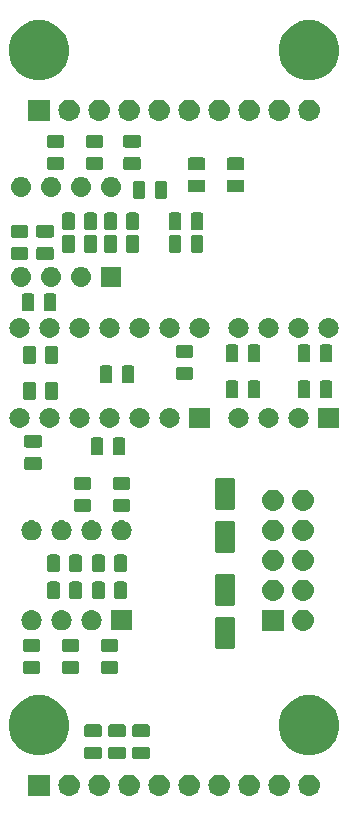
<source format=gbr>
G04 #@! TF.GenerationSoftware,KiCad,Pcbnew,(5.1.4-0-10_14)*
G04 #@! TF.CreationDate,2019-10-08T20:56:09-07:00*
G04 #@! TF.ProjectId,VCA_Main,5643415f-4d61-4696-9e2e-6b696361645f,rev?*
G04 #@! TF.SameCoordinates,Original*
G04 #@! TF.FileFunction,Soldermask,Top*
G04 #@! TF.FilePolarity,Negative*
%FSLAX46Y46*%
G04 Gerber Fmt 4.6, Leading zero omitted, Abs format (unit mm)*
G04 Created by KiCad (PCBNEW (5.1.4-0-10_14)) date 2019-10-08 20:56:09*
%MOMM*%
%LPD*%
G04 APERTURE LIST*
%ADD10C,0.100000*%
G04 APERTURE END LIST*
D10*
G36*
X90280442Y-134995518D02*
G01*
X90346627Y-135002037D01*
X90516466Y-135053557D01*
X90672991Y-135137222D01*
X90708729Y-135166552D01*
X90810186Y-135249814D01*
X90893448Y-135351271D01*
X90922778Y-135387009D01*
X91006443Y-135543534D01*
X91057963Y-135713373D01*
X91075359Y-135890000D01*
X91057963Y-136066627D01*
X91006443Y-136236466D01*
X90922778Y-136392991D01*
X90893448Y-136428729D01*
X90810186Y-136530186D01*
X90708729Y-136613448D01*
X90672991Y-136642778D01*
X90516466Y-136726443D01*
X90346627Y-136777963D01*
X90280442Y-136784482D01*
X90214260Y-136791000D01*
X90125740Y-136791000D01*
X90059558Y-136784482D01*
X89993373Y-136777963D01*
X89823534Y-136726443D01*
X89667009Y-136642778D01*
X89631271Y-136613448D01*
X89529814Y-136530186D01*
X89446552Y-136428729D01*
X89417222Y-136392991D01*
X89333557Y-136236466D01*
X89282037Y-136066627D01*
X89264641Y-135890000D01*
X89282037Y-135713373D01*
X89333557Y-135543534D01*
X89417222Y-135387009D01*
X89446552Y-135351271D01*
X89529814Y-135249814D01*
X89631271Y-135166552D01*
X89667009Y-135137222D01*
X89823534Y-135053557D01*
X89993373Y-135002037D01*
X90059558Y-134995518D01*
X90125740Y-134989000D01*
X90214260Y-134989000D01*
X90280442Y-134995518D01*
X90280442Y-134995518D01*
G37*
G36*
X87740442Y-134995518D02*
G01*
X87806627Y-135002037D01*
X87976466Y-135053557D01*
X88132991Y-135137222D01*
X88168729Y-135166552D01*
X88270186Y-135249814D01*
X88353448Y-135351271D01*
X88382778Y-135387009D01*
X88466443Y-135543534D01*
X88517963Y-135713373D01*
X88535359Y-135890000D01*
X88517963Y-136066627D01*
X88466443Y-136236466D01*
X88382778Y-136392991D01*
X88353448Y-136428729D01*
X88270186Y-136530186D01*
X88168729Y-136613448D01*
X88132991Y-136642778D01*
X87976466Y-136726443D01*
X87806627Y-136777963D01*
X87740442Y-136784482D01*
X87674260Y-136791000D01*
X87585740Y-136791000D01*
X87519558Y-136784482D01*
X87453373Y-136777963D01*
X87283534Y-136726443D01*
X87127009Y-136642778D01*
X87091271Y-136613448D01*
X86989814Y-136530186D01*
X86906552Y-136428729D01*
X86877222Y-136392991D01*
X86793557Y-136236466D01*
X86742037Y-136066627D01*
X86724641Y-135890000D01*
X86742037Y-135713373D01*
X86793557Y-135543534D01*
X86877222Y-135387009D01*
X86906552Y-135351271D01*
X86989814Y-135249814D01*
X87091271Y-135166552D01*
X87127009Y-135137222D01*
X87283534Y-135053557D01*
X87453373Y-135002037D01*
X87519558Y-134995518D01*
X87585740Y-134989000D01*
X87674260Y-134989000D01*
X87740442Y-134995518D01*
X87740442Y-134995518D01*
G37*
G36*
X85200442Y-134995518D02*
G01*
X85266627Y-135002037D01*
X85436466Y-135053557D01*
X85592991Y-135137222D01*
X85628729Y-135166552D01*
X85730186Y-135249814D01*
X85813448Y-135351271D01*
X85842778Y-135387009D01*
X85926443Y-135543534D01*
X85977963Y-135713373D01*
X85995359Y-135890000D01*
X85977963Y-136066627D01*
X85926443Y-136236466D01*
X85842778Y-136392991D01*
X85813448Y-136428729D01*
X85730186Y-136530186D01*
X85628729Y-136613448D01*
X85592991Y-136642778D01*
X85436466Y-136726443D01*
X85266627Y-136777963D01*
X85200442Y-136784482D01*
X85134260Y-136791000D01*
X85045740Y-136791000D01*
X84979558Y-136784482D01*
X84913373Y-136777963D01*
X84743534Y-136726443D01*
X84587009Y-136642778D01*
X84551271Y-136613448D01*
X84449814Y-136530186D01*
X84366552Y-136428729D01*
X84337222Y-136392991D01*
X84253557Y-136236466D01*
X84202037Y-136066627D01*
X84184641Y-135890000D01*
X84202037Y-135713373D01*
X84253557Y-135543534D01*
X84337222Y-135387009D01*
X84366552Y-135351271D01*
X84449814Y-135249814D01*
X84551271Y-135166552D01*
X84587009Y-135137222D01*
X84743534Y-135053557D01*
X84913373Y-135002037D01*
X84979558Y-134995518D01*
X85045740Y-134989000D01*
X85134260Y-134989000D01*
X85200442Y-134995518D01*
X85200442Y-134995518D01*
G37*
G36*
X82660442Y-134995518D02*
G01*
X82726627Y-135002037D01*
X82896466Y-135053557D01*
X83052991Y-135137222D01*
X83088729Y-135166552D01*
X83190186Y-135249814D01*
X83273448Y-135351271D01*
X83302778Y-135387009D01*
X83386443Y-135543534D01*
X83437963Y-135713373D01*
X83455359Y-135890000D01*
X83437963Y-136066627D01*
X83386443Y-136236466D01*
X83302778Y-136392991D01*
X83273448Y-136428729D01*
X83190186Y-136530186D01*
X83088729Y-136613448D01*
X83052991Y-136642778D01*
X82896466Y-136726443D01*
X82726627Y-136777963D01*
X82660442Y-136784482D01*
X82594260Y-136791000D01*
X82505740Y-136791000D01*
X82439558Y-136784482D01*
X82373373Y-136777963D01*
X82203534Y-136726443D01*
X82047009Y-136642778D01*
X82011271Y-136613448D01*
X81909814Y-136530186D01*
X81826552Y-136428729D01*
X81797222Y-136392991D01*
X81713557Y-136236466D01*
X81662037Y-136066627D01*
X81644641Y-135890000D01*
X81662037Y-135713373D01*
X81713557Y-135543534D01*
X81797222Y-135387009D01*
X81826552Y-135351271D01*
X81909814Y-135249814D01*
X82011271Y-135166552D01*
X82047009Y-135137222D01*
X82203534Y-135053557D01*
X82373373Y-135002037D01*
X82439558Y-134995518D01*
X82505740Y-134989000D01*
X82594260Y-134989000D01*
X82660442Y-134995518D01*
X82660442Y-134995518D01*
G37*
G36*
X80120442Y-134995518D02*
G01*
X80186627Y-135002037D01*
X80356466Y-135053557D01*
X80512991Y-135137222D01*
X80548729Y-135166552D01*
X80650186Y-135249814D01*
X80733448Y-135351271D01*
X80762778Y-135387009D01*
X80846443Y-135543534D01*
X80897963Y-135713373D01*
X80915359Y-135890000D01*
X80897963Y-136066627D01*
X80846443Y-136236466D01*
X80762778Y-136392991D01*
X80733448Y-136428729D01*
X80650186Y-136530186D01*
X80548729Y-136613448D01*
X80512991Y-136642778D01*
X80356466Y-136726443D01*
X80186627Y-136777963D01*
X80120442Y-136784482D01*
X80054260Y-136791000D01*
X79965740Y-136791000D01*
X79899558Y-136784482D01*
X79833373Y-136777963D01*
X79663534Y-136726443D01*
X79507009Y-136642778D01*
X79471271Y-136613448D01*
X79369814Y-136530186D01*
X79286552Y-136428729D01*
X79257222Y-136392991D01*
X79173557Y-136236466D01*
X79122037Y-136066627D01*
X79104641Y-135890000D01*
X79122037Y-135713373D01*
X79173557Y-135543534D01*
X79257222Y-135387009D01*
X79286552Y-135351271D01*
X79369814Y-135249814D01*
X79471271Y-135166552D01*
X79507009Y-135137222D01*
X79663534Y-135053557D01*
X79833373Y-135002037D01*
X79899558Y-134995518D01*
X79965740Y-134989000D01*
X80054260Y-134989000D01*
X80120442Y-134995518D01*
X80120442Y-134995518D01*
G37*
G36*
X77580442Y-134995518D02*
G01*
X77646627Y-135002037D01*
X77816466Y-135053557D01*
X77972991Y-135137222D01*
X78008729Y-135166552D01*
X78110186Y-135249814D01*
X78193448Y-135351271D01*
X78222778Y-135387009D01*
X78306443Y-135543534D01*
X78357963Y-135713373D01*
X78375359Y-135890000D01*
X78357963Y-136066627D01*
X78306443Y-136236466D01*
X78222778Y-136392991D01*
X78193448Y-136428729D01*
X78110186Y-136530186D01*
X78008729Y-136613448D01*
X77972991Y-136642778D01*
X77816466Y-136726443D01*
X77646627Y-136777963D01*
X77580442Y-136784482D01*
X77514260Y-136791000D01*
X77425740Y-136791000D01*
X77359558Y-136784482D01*
X77293373Y-136777963D01*
X77123534Y-136726443D01*
X76967009Y-136642778D01*
X76931271Y-136613448D01*
X76829814Y-136530186D01*
X76746552Y-136428729D01*
X76717222Y-136392991D01*
X76633557Y-136236466D01*
X76582037Y-136066627D01*
X76564641Y-135890000D01*
X76582037Y-135713373D01*
X76633557Y-135543534D01*
X76717222Y-135387009D01*
X76746552Y-135351271D01*
X76829814Y-135249814D01*
X76931271Y-135166552D01*
X76967009Y-135137222D01*
X77123534Y-135053557D01*
X77293373Y-135002037D01*
X77359558Y-134995518D01*
X77425740Y-134989000D01*
X77514260Y-134989000D01*
X77580442Y-134995518D01*
X77580442Y-134995518D01*
G37*
G36*
X75040442Y-134995518D02*
G01*
X75106627Y-135002037D01*
X75276466Y-135053557D01*
X75432991Y-135137222D01*
X75468729Y-135166552D01*
X75570186Y-135249814D01*
X75653448Y-135351271D01*
X75682778Y-135387009D01*
X75766443Y-135543534D01*
X75817963Y-135713373D01*
X75835359Y-135890000D01*
X75817963Y-136066627D01*
X75766443Y-136236466D01*
X75682778Y-136392991D01*
X75653448Y-136428729D01*
X75570186Y-136530186D01*
X75468729Y-136613448D01*
X75432991Y-136642778D01*
X75276466Y-136726443D01*
X75106627Y-136777963D01*
X75040442Y-136784482D01*
X74974260Y-136791000D01*
X74885740Y-136791000D01*
X74819558Y-136784482D01*
X74753373Y-136777963D01*
X74583534Y-136726443D01*
X74427009Y-136642778D01*
X74391271Y-136613448D01*
X74289814Y-136530186D01*
X74206552Y-136428729D01*
X74177222Y-136392991D01*
X74093557Y-136236466D01*
X74042037Y-136066627D01*
X74024641Y-135890000D01*
X74042037Y-135713373D01*
X74093557Y-135543534D01*
X74177222Y-135387009D01*
X74206552Y-135351271D01*
X74289814Y-135249814D01*
X74391271Y-135166552D01*
X74427009Y-135137222D01*
X74583534Y-135053557D01*
X74753373Y-135002037D01*
X74819558Y-134995518D01*
X74885740Y-134989000D01*
X74974260Y-134989000D01*
X75040442Y-134995518D01*
X75040442Y-134995518D01*
G37*
G36*
X72500442Y-134995518D02*
G01*
X72566627Y-135002037D01*
X72736466Y-135053557D01*
X72892991Y-135137222D01*
X72928729Y-135166552D01*
X73030186Y-135249814D01*
X73113448Y-135351271D01*
X73142778Y-135387009D01*
X73226443Y-135543534D01*
X73277963Y-135713373D01*
X73295359Y-135890000D01*
X73277963Y-136066627D01*
X73226443Y-136236466D01*
X73142778Y-136392991D01*
X73113448Y-136428729D01*
X73030186Y-136530186D01*
X72928729Y-136613448D01*
X72892991Y-136642778D01*
X72736466Y-136726443D01*
X72566627Y-136777963D01*
X72500442Y-136784482D01*
X72434260Y-136791000D01*
X72345740Y-136791000D01*
X72279558Y-136784482D01*
X72213373Y-136777963D01*
X72043534Y-136726443D01*
X71887009Y-136642778D01*
X71851271Y-136613448D01*
X71749814Y-136530186D01*
X71666552Y-136428729D01*
X71637222Y-136392991D01*
X71553557Y-136236466D01*
X71502037Y-136066627D01*
X71484641Y-135890000D01*
X71502037Y-135713373D01*
X71553557Y-135543534D01*
X71637222Y-135387009D01*
X71666552Y-135351271D01*
X71749814Y-135249814D01*
X71851271Y-135166552D01*
X71887009Y-135137222D01*
X72043534Y-135053557D01*
X72213373Y-135002037D01*
X72279558Y-134995518D01*
X72345740Y-134989000D01*
X72434260Y-134989000D01*
X72500442Y-134995518D01*
X72500442Y-134995518D01*
G37*
G36*
X69960442Y-134995518D02*
G01*
X70026627Y-135002037D01*
X70196466Y-135053557D01*
X70352991Y-135137222D01*
X70388729Y-135166552D01*
X70490186Y-135249814D01*
X70573448Y-135351271D01*
X70602778Y-135387009D01*
X70686443Y-135543534D01*
X70737963Y-135713373D01*
X70755359Y-135890000D01*
X70737963Y-136066627D01*
X70686443Y-136236466D01*
X70602778Y-136392991D01*
X70573448Y-136428729D01*
X70490186Y-136530186D01*
X70388729Y-136613448D01*
X70352991Y-136642778D01*
X70196466Y-136726443D01*
X70026627Y-136777963D01*
X69960442Y-136784482D01*
X69894260Y-136791000D01*
X69805740Y-136791000D01*
X69739558Y-136784482D01*
X69673373Y-136777963D01*
X69503534Y-136726443D01*
X69347009Y-136642778D01*
X69311271Y-136613448D01*
X69209814Y-136530186D01*
X69126552Y-136428729D01*
X69097222Y-136392991D01*
X69013557Y-136236466D01*
X68962037Y-136066627D01*
X68944641Y-135890000D01*
X68962037Y-135713373D01*
X69013557Y-135543534D01*
X69097222Y-135387009D01*
X69126552Y-135351271D01*
X69209814Y-135249814D01*
X69311271Y-135166552D01*
X69347009Y-135137222D01*
X69503534Y-135053557D01*
X69673373Y-135002037D01*
X69739558Y-134995518D01*
X69805740Y-134989000D01*
X69894260Y-134989000D01*
X69960442Y-134995518D01*
X69960442Y-134995518D01*
G37*
G36*
X68211000Y-136791000D02*
G01*
X66409000Y-136791000D01*
X66409000Y-134989000D01*
X68211000Y-134989000D01*
X68211000Y-136791000D01*
X68211000Y-136791000D01*
G37*
G36*
X72466468Y-132610565D02*
G01*
X72505138Y-132622296D01*
X72540777Y-132641346D01*
X72572017Y-132666983D01*
X72597654Y-132698223D01*
X72616704Y-132733862D01*
X72628435Y-132772532D01*
X72633000Y-132818888D01*
X72633000Y-133470112D01*
X72628435Y-133516468D01*
X72616704Y-133555138D01*
X72597654Y-133590777D01*
X72572017Y-133622017D01*
X72540777Y-133647654D01*
X72505138Y-133666704D01*
X72466468Y-133678435D01*
X72420112Y-133683000D01*
X71343888Y-133683000D01*
X71297532Y-133678435D01*
X71258862Y-133666704D01*
X71223223Y-133647654D01*
X71191983Y-133622017D01*
X71166346Y-133590777D01*
X71147296Y-133555138D01*
X71135565Y-133516468D01*
X71131000Y-133470112D01*
X71131000Y-132818888D01*
X71135565Y-132772532D01*
X71147296Y-132733862D01*
X71166346Y-132698223D01*
X71191983Y-132666983D01*
X71223223Y-132641346D01*
X71258862Y-132622296D01*
X71297532Y-132610565D01*
X71343888Y-132606000D01*
X72420112Y-132606000D01*
X72466468Y-132610565D01*
X72466468Y-132610565D01*
G37*
G36*
X74498468Y-132610565D02*
G01*
X74537138Y-132622296D01*
X74572777Y-132641346D01*
X74604017Y-132666983D01*
X74629654Y-132698223D01*
X74648704Y-132733862D01*
X74660435Y-132772532D01*
X74665000Y-132818888D01*
X74665000Y-133470112D01*
X74660435Y-133516468D01*
X74648704Y-133555138D01*
X74629654Y-133590777D01*
X74604017Y-133622017D01*
X74572777Y-133647654D01*
X74537138Y-133666704D01*
X74498468Y-133678435D01*
X74452112Y-133683000D01*
X73375888Y-133683000D01*
X73329532Y-133678435D01*
X73290862Y-133666704D01*
X73255223Y-133647654D01*
X73223983Y-133622017D01*
X73198346Y-133590777D01*
X73179296Y-133555138D01*
X73167565Y-133516468D01*
X73163000Y-133470112D01*
X73163000Y-132818888D01*
X73167565Y-132772532D01*
X73179296Y-132733862D01*
X73198346Y-132698223D01*
X73223983Y-132666983D01*
X73255223Y-132641346D01*
X73290862Y-132622296D01*
X73329532Y-132610565D01*
X73375888Y-132606000D01*
X74452112Y-132606000D01*
X74498468Y-132610565D01*
X74498468Y-132610565D01*
G37*
G36*
X76530468Y-132610565D02*
G01*
X76569138Y-132622296D01*
X76604777Y-132641346D01*
X76636017Y-132666983D01*
X76661654Y-132698223D01*
X76680704Y-132733862D01*
X76692435Y-132772532D01*
X76697000Y-132818888D01*
X76697000Y-133470112D01*
X76692435Y-133516468D01*
X76680704Y-133555138D01*
X76661654Y-133590777D01*
X76636017Y-133622017D01*
X76604777Y-133647654D01*
X76569138Y-133666704D01*
X76530468Y-133678435D01*
X76484112Y-133683000D01*
X75407888Y-133683000D01*
X75361532Y-133678435D01*
X75322862Y-133666704D01*
X75287223Y-133647654D01*
X75255983Y-133622017D01*
X75230346Y-133590777D01*
X75211296Y-133555138D01*
X75199565Y-133516468D01*
X75195000Y-133470112D01*
X75195000Y-132818888D01*
X75199565Y-132772532D01*
X75211296Y-132733862D01*
X75230346Y-132698223D01*
X75255983Y-132666983D01*
X75287223Y-132641346D01*
X75322862Y-132622296D01*
X75361532Y-132610565D01*
X75407888Y-132606000D01*
X76484112Y-132606000D01*
X76530468Y-132610565D01*
X76530468Y-132610565D01*
G37*
G36*
X68054098Y-128357033D02*
G01*
X68518350Y-128549332D01*
X68518352Y-128549333D01*
X68936168Y-128828509D01*
X69291491Y-129183832D01*
X69570667Y-129601648D01*
X69570668Y-129601650D01*
X69762967Y-130065902D01*
X69861000Y-130558747D01*
X69861000Y-131061253D01*
X69762967Y-131554098D01*
X69570668Y-132018350D01*
X69570667Y-132018352D01*
X69291491Y-132436168D01*
X68936168Y-132791491D01*
X68518352Y-133070667D01*
X68518351Y-133070668D01*
X68518350Y-133070668D01*
X68054098Y-133262967D01*
X67561253Y-133361000D01*
X67058747Y-133361000D01*
X66565902Y-133262967D01*
X66101650Y-133070668D01*
X66101649Y-133070668D01*
X66101648Y-133070667D01*
X65683832Y-132791491D01*
X65328509Y-132436168D01*
X65049333Y-132018352D01*
X65049332Y-132018350D01*
X64857033Y-131554098D01*
X64759000Y-131061253D01*
X64759000Y-130558747D01*
X64857033Y-130065902D01*
X65049332Y-129601650D01*
X65049333Y-129601648D01*
X65328509Y-129183832D01*
X65683832Y-128828509D01*
X66101648Y-128549333D01*
X66101650Y-128549332D01*
X66565902Y-128357033D01*
X67058747Y-128259000D01*
X67561253Y-128259000D01*
X68054098Y-128357033D01*
X68054098Y-128357033D01*
G37*
G36*
X90914098Y-128357033D02*
G01*
X91378350Y-128549332D01*
X91378352Y-128549333D01*
X91796168Y-128828509D01*
X92151491Y-129183832D01*
X92430667Y-129601648D01*
X92430668Y-129601650D01*
X92622967Y-130065902D01*
X92721000Y-130558747D01*
X92721000Y-131061253D01*
X92622967Y-131554098D01*
X92430668Y-132018350D01*
X92430667Y-132018352D01*
X92151491Y-132436168D01*
X91796168Y-132791491D01*
X91378352Y-133070667D01*
X91378351Y-133070668D01*
X91378350Y-133070668D01*
X90914098Y-133262967D01*
X90421253Y-133361000D01*
X89918747Y-133361000D01*
X89425902Y-133262967D01*
X88961650Y-133070668D01*
X88961649Y-133070668D01*
X88961648Y-133070667D01*
X88543832Y-132791491D01*
X88188509Y-132436168D01*
X87909333Y-132018352D01*
X87909332Y-132018350D01*
X87717033Y-131554098D01*
X87619000Y-131061253D01*
X87619000Y-130558747D01*
X87717033Y-130065902D01*
X87909332Y-129601650D01*
X87909333Y-129601648D01*
X88188509Y-129183832D01*
X88543832Y-128828509D01*
X88961648Y-128549333D01*
X88961650Y-128549332D01*
X89425902Y-128357033D01*
X89918747Y-128259000D01*
X90421253Y-128259000D01*
X90914098Y-128357033D01*
X90914098Y-128357033D01*
G37*
G36*
X72466468Y-130735565D02*
G01*
X72505138Y-130747296D01*
X72540777Y-130766346D01*
X72572017Y-130791983D01*
X72597654Y-130823223D01*
X72616704Y-130858862D01*
X72628435Y-130897532D01*
X72633000Y-130943888D01*
X72633000Y-131595112D01*
X72628435Y-131641468D01*
X72616704Y-131680138D01*
X72597654Y-131715777D01*
X72572017Y-131747017D01*
X72540777Y-131772654D01*
X72505138Y-131791704D01*
X72466468Y-131803435D01*
X72420112Y-131808000D01*
X71343888Y-131808000D01*
X71297532Y-131803435D01*
X71258862Y-131791704D01*
X71223223Y-131772654D01*
X71191983Y-131747017D01*
X71166346Y-131715777D01*
X71147296Y-131680138D01*
X71135565Y-131641468D01*
X71131000Y-131595112D01*
X71131000Y-130943888D01*
X71135565Y-130897532D01*
X71147296Y-130858862D01*
X71166346Y-130823223D01*
X71191983Y-130791983D01*
X71223223Y-130766346D01*
X71258862Y-130747296D01*
X71297532Y-130735565D01*
X71343888Y-130731000D01*
X72420112Y-130731000D01*
X72466468Y-130735565D01*
X72466468Y-130735565D01*
G37*
G36*
X74498468Y-130735565D02*
G01*
X74537138Y-130747296D01*
X74572777Y-130766346D01*
X74604017Y-130791983D01*
X74629654Y-130823223D01*
X74648704Y-130858862D01*
X74660435Y-130897532D01*
X74665000Y-130943888D01*
X74665000Y-131595112D01*
X74660435Y-131641468D01*
X74648704Y-131680138D01*
X74629654Y-131715777D01*
X74604017Y-131747017D01*
X74572777Y-131772654D01*
X74537138Y-131791704D01*
X74498468Y-131803435D01*
X74452112Y-131808000D01*
X73375888Y-131808000D01*
X73329532Y-131803435D01*
X73290862Y-131791704D01*
X73255223Y-131772654D01*
X73223983Y-131747017D01*
X73198346Y-131715777D01*
X73179296Y-131680138D01*
X73167565Y-131641468D01*
X73163000Y-131595112D01*
X73163000Y-130943888D01*
X73167565Y-130897532D01*
X73179296Y-130858862D01*
X73198346Y-130823223D01*
X73223983Y-130791983D01*
X73255223Y-130766346D01*
X73290862Y-130747296D01*
X73329532Y-130735565D01*
X73375888Y-130731000D01*
X74452112Y-130731000D01*
X74498468Y-130735565D01*
X74498468Y-130735565D01*
G37*
G36*
X76530468Y-130735565D02*
G01*
X76569138Y-130747296D01*
X76604777Y-130766346D01*
X76636017Y-130791983D01*
X76661654Y-130823223D01*
X76680704Y-130858862D01*
X76692435Y-130897532D01*
X76697000Y-130943888D01*
X76697000Y-131595112D01*
X76692435Y-131641468D01*
X76680704Y-131680138D01*
X76661654Y-131715777D01*
X76636017Y-131747017D01*
X76604777Y-131772654D01*
X76569138Y-131791704D01*
X76530468Y-131803435D01*
X76484112Y-131808000D01*
X75407888Y-131808000D01*
X75361532Y-131803435D01*
X75322862Y-131791704D01*
X75287223Y-131772654D01*
X75255983Y-131747017D01*
X75230346Y-131715777D01*
X75211296Y-131680138D01*
X75199565Y-131641468D01*
X75195000Y-131595112D01*
X75195000Y-130943888D01*
X75199565Y-130897532D01*
X75211296Y-130858862D01*
X75230346Y-130823223D01*
X75255983Y-130791983D01*
X75287223Y-130766346D01*
X75322862Y-130747296D01*
X75361532Y-130735565D01*
X75407888Y-130731000D01*
X76484112Y-130731000D01*
X76530468Y-130735565D01*
X76530468Y-130735565D01*
G37*
G36*
X67259468Y-125371565D02*
G01*
X67298138Y-125383296D01*
X67333777Y-125402346D01*
X67365017Y-125427983D01*
X67390654Y-125459223D01*
X67409704Y-125494862D01*
X67421435Y-125533532D01*
X67426000Y-125579888D01*
X67426000Y-126231112D01*
X67421435Y-126277468D01*
X67409704Y-126316138D01*
X67390654Y-126351777D01*
X67365017Y-126383017D01*
X67333777Y-126408654D01*
X67298138Y-126427704D01*
X67259468Y-126439435D01*
X67213112Y-126444000D01*
X66136888Y-126444000D01*
X66090532Y-126439435D01*
X66051862Y-126427704D01*
X66016223Y-126408654D01*
X65984983Y-126383017D01*
X65959346Y-126351777D01*
X65940296Y-126316138D01*
X65928565Y-126277468D01*
X65924000Y-126231112D01*
X65924000Y-125579888D01*
X65928565Y-125533532D01*
X65940296Y-125494862D01*
X65959346Y-125459223D01*
X65984983Y-125427983D01*
X66016223Y-125402346D01*
X66051862Y-125383296D01*
X66090532Y-125371565D01*
X66136888Y-125367000D01*
X67213112Y-125367000D01*
X67259468Y-125371565D01*
X67259468Y-125371565D01*
G37*
G36*
X70561468Y-125371565D02*
G01*
X70600138Y-125383296D01*
X70635777Y-125402346D01*
X70667017Y-125427983D01*
X70692654Y-125459223D01*
X70711704Y-125494862D01*
X70723435Y-125533532D01*
X70728000Y-125579888D01*
X70728000Y-126231112D01*
X70723435Y-126277468D01*
X70711704Y-126316138D01*
X70692654Y-126351777D01*
X70667017Y-126383017D01*
X70635777Y-126408654D01*
X70600138Y-126427704D01*
X70561468Y-126439435D01*
X70515112Y-126444000D01*
X69438888Y-126444000D01*
X69392532Y-126439435D01*
X69353862Y-126427704D01*
X69318223Y-126408654D01*
X69286983Y-126383017D01*
X69261346Y-126351777D01*
X69242296Y-126316138D01*
X69230565Y-126277468D01*
X69226000Y-126231112D01*
X69226000Y-125579888D01*
X69230565Y-125533532D01*
X69242296Y-125494862D01*
X69261346Y-125459223D01*
X69286983Y-125427983D01*
X69318223Y-125402346D01*
X69353862Y-125383296D01*
X69392532Y-125371565D01*
X69438888Y-125367000D01*
X70515112Y-125367000D01*
X70561468Y-125371565D01*
X70561468Y-125371565D01*
G37*
G36*
X73863468Y-125371565D02*
G01*
X73902138Y-125383296D01*
X73937777Y-125402346D01*
X73969017Y-125427983D01*
X73994654Y-125459223D01*
X74013704Y-125494862D01*
X74025435Y-125533532D01*
X74030000Y-125579888D01*
X74030000Y-126231112D01*
X74025435Y-126277468D01*
X74013704Y-126316138D01*
X73994654Y-126351777D01*
X73969017Y-126383017D01*
X73937777Y-126408654D01*
X73902138Y-126427704D01*
X73863468Y-126439435D01*
X73817112Y-126444000D01*
X72740888Y-126444000D01*
X72694532Y-126439435D01*
X72655862Y-126427704D01*
X72620223Y-126408654D01*
X72588983Y-126383017D01*
X72563346Y-126351777D01*
X72544296Y-126316138D01*
X72532565Y-126277468D01*
X72528000Y-126231112D01*
X72528000Y-125579888D01*
X72532565Y-125533532D01*
X72544296Y-125494862D01*
X72563346Y-125459223D01*
X72588983Y-125427983D01*
X72620223Y-125402346D01*
X72655862Y-125383296D01*
X72694532Y-125371565D01*
X72740888Y-125367000D01*
X73817112Y-125367000D01*
X73863468Y-125371565D01*
X73863468Y-125371565D01*
G37*
G36*
X67259468Y-123496565D02*
G01*
X67298138Y-123508296D01*
X67333777Y-123527346D01*
X67365017Y-123552983D01*
X67390654Y-123584223D01*
X67409704Y-123619862D01*
X67421435Y-123658532D01*
X67426000Y-123704888D01*
X67426000Y-124356112D01*
X67421435Y-124402468D01*
X67409704Y-124441138D01*
X67390654Y-124476777D01*
X67365017Y-124508017D01*
X67333777Y-124533654D01*
X67298138Y-124552704D01*
X67259468Y-124564435D01*
X67213112Y-124569000D01*
X66136888Y-124569000D01*
X66090532Y-124564435D01*
X66051862Y-124552704D01*
X66016223Y-124533654D01*
X65984983Y-124508017D01*
X65959346Y-124476777D01*
X65940296Y-124441138D01*
X65928565Y-124402468D01*
X65924000Y-124356112D01*
X65924000Y-123704888D01*
X65928565Y-123658532D01*
X65940296Y-123619862D01*
X65959346Y-123584223D01*
X65984983Y-123552983D01*
X66016223Y-123527346D01*
X66051862Y-123508296D01*
X66090532Y-123496565D01*
X66136888Y-123492000D01*
X67213112Y-123492000D01*
X67259468Y-123496565D01*
X67259468Y-123496565D01*
G37*
G36*
X73863468Y-123496565D02*
G01*
X73902138Y-123508296D01*
X73937777Y-123527346D01*
X73969017Y-123552983D01*
X73994654Y-123584223D01*
X74013704Y-123619862D01*
X74025435Y-123658532D01*
X74030000Y-123704888D01*
X74030000Y-124356112D01*
X74025435Y-124402468D01*
X74013704Y-124441138D01*
X73994654Y-124476777D01*
X73969017Y-124508017D01*
X73937777Y-124533654D01*
X73902138Y-124552704D01*
X73863468Y-124564435D01*
X73817112Y-124569000D01*
X72740888Y-124569000D01*
X72694532Y-124564435D01*
X72655862Y-124552704D01*
X72620223Y-124533654D01*
X72588983Y-124508017D01*
X72563346Y-124476777D01*
X72544296Y-124441138D01*
X72532565Y-124402468D01*
X72528000Y-124356112D01*
X72528000Y-123704888D01*
X72532565Y-123658532D01*
X72544296Y-123619862D01*
X72563346Y-123584223D01*
X72588983Y-123552983D01*
X72620223Y-123527346D01*
X72655862Y-123508296D01*
X72694532Y-123496565D01*
X72740888Y-123492000D01*
X73817112Y-123492000D01*
X73863468Y-123496565D01*
X73863468Y-123496565D01*
G37*
G36*
X70561468Y-123496565D02*
G01*
X70600138Y-123508296D01*
X70635777Y-123527346D01*
X70667017Y-123552983D01*
X70692654Y-123584223D01*
X70711704Y-123619862D01*
X70723435Y-123658532D01*
X70728000Y-123704888D01*
X70728000Y-124356112D01*
X70723435Y-124402468D01*
X70711704Y-124441138D01*
X70692654Y-124476777D01*
X70667017Y-124508017D01*
X70635777Y-124533654D01*
X70600138Y-124552704D01*
X70561468Y-124564435D01*
X70515112Y-124569000D01*
X69438888Y-124569000D01*
X69392532Y-124564435D01*
X69353862Y-124552704D01*
X69318223Y-124533654D01*
X69286983Y-124508017D01*
X69261346Y-124476777D01*
X69242296Y-124441138D01*
X69230565Y-124402468D01*
X69226000Y-124356112D01*
X69226000Y-123704888D01*
X69230565Y-123658532D01*
X69242296Y-123619862D01*
X69261346Y-123584223D01*
X69286983Y-123552983D01*
X69318223Y-123527346D01*
X69353862Y-123508296D01*
X69392532Y-123496565D01*
X69438888Y-123492000D01*
X70515112Y-123492000D01*
X70561468Y-123496565D01*
X70561468Y-123496565D01*
G37*
G36*
X83763997Y-121611051D02*
G01*
X83797652Y-121621261D01*
X83828665Y-121637838D01*
X83855851Y-121660149D01*
X83878162Y-121687335D01*
X83894739Y-121718348D01*
X83904949Y-121752003D01*
X83909000Y-121793138D01*
X83909000Y-124122862D01*
X83904949Y-124163997D01*
X83894739Y-124197652D01*
X83878162Y-124228665D01*
X83855851Y-124255851D01*
X83828665Y-124278162D01*
X83797652Y-124294739D01*
X83763997Y-124304949D01*
X83722862Y-124309000D01*
X82393138Y-124309000D01*
X82352003Y-124304949D01*
X82318348Y-124294739D01*
X82287335Y-124278162D01*
X82260149Y-124255851D01*
X82237838Y-124228665D01*
X82221261Y-124197652D01*
X82211051Y-124163997D01*
X82207000Y-124122862D01*
X82207000Y-121793138D01*
X82211051Y-121752003D01*
X82221261Y-121718348D01*
X82237838Y-121687335D01*
X82260149Y-121660149D01*
X82287335Y-121637838D01*
X82318348Y-121621261D01*
X82352003Y-121611051D01*
X82393138Y-121607000D01*
X83722862Y-121607000D01*
X83763997Y-121611051D01*
X83763997Y-121611051D01*
G37*
G36*
X88036600Y-122834600D02*
G01*
X86207400Y-122834600D01*
X86207400Y-121005400D01*
X88036600Y-121005400D01*
X88036600Y-122834600D01*
X88036600Y-122834600D01*
G37*
G36*
X89841294Y-121018633D02*
G01*
X90013695Y-121070931D01*
X90172583Y-121155858D01*
X90311849Y-121270151D01*
X90426142Y-121409417D01*
X90511069Y-121568305D01*
X90563367Y-121740706D01*
X90581025Y-121920000D01*
X90563367Y-122099294D01*
X90511069Y-122271695D01*
X90426142Y-122430583D01*
X90311849Y-122569849D01*
X90172583Y-122684142D01*
X90013695Y-122769069D01*
X89841294Y-122821367D01*
X89706931Y-122834600D01*
X89617069Y-122834600D01*
X89482706Y-122821367D01*
X89310305Y-122769069D01*
X89151417Y-122684142D01*
X89012151Y-122569849D01*
X88897858Y-122430583D01*
X88812931Y-122271695D01*
X88760633Y-122099294D01*
X88742975Y-121920000D01*
X88760633Y-121740706D01*
X88812931Y-121568305D01*
X88897858Y-121409417D01*
X89012151Y-121270151D01*
X89151417Y-121155858D01*
X89310305Y-121070931D01*
X89482706Y-121018633D01*
X89617069Y-121005400D01*
X89706931Y-121005400D01*
X89841294Y-121018633D01*
X89841294Y-121018633D01*
G37*
G36*
X66841823Y-121081313D02*
G01*
X67002242Y-121129976D01*
X67134906Y-121200886D01*
X67150078Y-121208996D01*
X67279659Y-121315341D01*
X67386004Y-121444922D01*
X67386005Y-121444924D01*
X67465024Y-121592758D01*
X67513687Y-121753177D01*
X67530117Y-121920000D01*
X67513687Y-122086823D01*
X67465024Y-122247242D01*
X67451953Y-122271696D01*
X67386004Y-122395078D01*
X67279659Y-122524659D01*
X67150078Y-122631004D01*
X67150076Y-122631005D01*
X67002242Y-122710024D01*
X66841823Y-122758687D01*
X66716804Y-122771000D01*
X66633196Y-122771000D01*
X66508177Y-122758687D01*
X66347758Y-122710024D01*
X66199924Y-122631005D01*
X66199922Y-122631004D01*
X66070341Y-122524659D01*
X65963996Y-122395078D01*
X65898047Y-122271696D01*
X65884976Y-122247242D01*
X65836313Y-122086823D01*
X65819883Y-121920000D01*
X65836313Y-121753177D01*
X65884976Y-121592758D01*
X65963995Y-121444924D01*
X65963996Y-121444922D01*
X66070341Y-121315341D01*
X66199922Y-121208996D01*
X66215094Y-121200886D01*
X66347758Y-121129976D01*
X66508177Y-121081313D01*
X66633196Y-121069000D01*
X66716804Y-121069000D01*
X66841823Y-121081313D01*
X66841823Y-121081313D01*
G37*
G36*
X69381823Y-121081313D02*
G01*
X69542242Y-121129976D01*
X69674906Y-121200886D01*
X69690078Y-121208996D01*
X69819659Y-121315341D01*
X69926004Y-121444922D01*
X69926005Y-121444924D01*
X70005024Y-121592758D01*
X70053687Y-121753177D01*
X70070117Y-121920000D01*
X70053687Y-122086823D01*
X70005024Y-122247242D01*
X69991953Y-122271696D01*
X69926004Y-122395078D01*
X69819659Y-122524659D01*
X69690078Y-122631004D01*
X69690076Y-122631005D01*
X69542242Y-122710024D01*
X69381823Y-122758687D01*
X69256804Y-122771000D01*
X69173196Y-122771000D01*
X69048177Y-122758687D01*
X68887758Y-122710024D01*
X68739924Y-122631005D01*
X68739922Y-122631004D01*
X68610341Y-122524659D01*
X68503996Y-122395078D01*
X68438047Y-122271696D01*
X68424976Y-122247242D01*
X68376313Y-122086823D01*
X68359883Y-121920000D01*
X68376313Y-121753177D01*
X68424976Y-121592758D01*
X68503995Y-121444924D01*
X68503996Y-121444922D01*
X68610341Y-121315341D01*
X68739922Y-121208996D01*
X68755094Y-121200886D01*
X68887758Y-121129976D01*
X69048177Y-121081313D01*
X69173196Y-121069000D01*
X69256804Y-121069000D01*
X69381823Y-121081313D01*
X69381823Y-121081313D01*
G37*
G36*
X71921823Y-121081313D02*
G01*
X72082242Y-121129976D01*
X72214906Y-121200886D01*
X72230078Y-121208996D01*
X72359659Y-121315341D01*
X72466004Y-121444922D01*
X72466005Y-121444924D01*
X72545024Y-121592758D01*
X72593687Y-121753177D01*
X72610117Y-121920000D01*
X72593687Y-122086823D01*
X72545024Y-122247242D01*
X72531953Y-122271696D01*
X72466004Y-122395078D01*
X72359659Y-122524659D01*
X72230078Y-122631004D01*
X72230076Y-122631005D01*
X72082242Y-122710024D01*
X71921823Y-122758687D01*
X71796804Y-122771000D01*
X71713196Y-122771000D01*
X71588177Y-122758687D01*
X71427758Y-122710024D01*
X71279924Y-122631005D01*
X71279922Y-122631004D01*
X71150341Y-122524659D01*
X71043996Y-122395078D01*
X70978047Y-122271696D01*
X70964976Y-122247242D01*
X70916313Y-122086823D01*
X70899883Y-121920000D01*
X70916313Y-121753177D01*
X70964976Y-121592758D01*
X71043995Y-121444924D01*
X71043996Y-121444922D01*
X71150341Y-121315341D01*
X71279922Y-121208996D01*
X71295094Y-121200886D01*
X71427758Y-121129976D01*
X71588177Y-121081313D01*
X71713196Y-121069000D01*
X71796804Y-121069000D01*
X71921823Y-121081313D01*
X71921823Y-121081313D01*
G37*
G36*
X75146000Y-122771000D02*
G01*
X73444000Y-122771000D01*
X73444000Y-121069000D01*
X75146000Y-121069000D01*
X75146000Y-122771000D01*
X75146000Y-122771000D01*
G37*
G36*
X83763997Y-118011051D02*
G01*
X83797652Y-118021261D01*
X83828665Y-118037838D01*
X83855851Y-118060149D01*
X83878162Y-118087335D01*
X83894739Y-118118348D01*
X83904949Y-118152003D01*
X83909000Y-118193138D01*
X83909000Y-120522862D01*
X83904949Y-120563997D01*
X83894739Y-120597652D01*
X83878162Y-120628665D01*
X83855851Y-120655851D01*
X83828665Y-120678162D01*
X83797652Y-120694739D01*
X83763997Y-120704949D01*
X83722862Y-120709000D01*
X82393138Y-120709000D01*
X82352003Y-120704949D01*
X82318348Y-120694739D01*
X82287335Y-120678162D01*
X82260149Y-120655851D01*
X82237838Y-120628665D01*
X82221261Y-120597652D01*
X82211051Y-120563997D01*
X82207000Y-120522862D01*
X82207000Y-118193138D01*
X82211051Y-118152003D01*
X82221261Y-118118348D01*
X82237838Y-118087335D01*
X82260149Y-118060149D01*
X82287335Y-118037838D01*
X82318348Y-118021261D01*
X82352003Y-118011051D01*
X82393138Y-118007000D01*
X83722862Y-118007000D01*
X83763997Y-118011051D01*
X83763997Y-118011051D01*
G37*
G36*
X87301294Y-118478633D02*
G01*
X87473695Y-118530931D01*
X87632583Y-118615858D01*
X87771849Y-118730151D01*
X87886142Y-118869417D01*
X87971069Y-119028305D01*
X88023367Y-119200706D01*
X88041025Y-119380000D01*
X88023367Y-119559294D01*
X87971069Y-119731695D01*
X87886142Y-119890583D01*
X87771849Y-120029849D01*
X87632583Y-120144142D01*
X87473695Y-120229069D01*
X87301294Y-120281367D01*
X87166931Y-120294600D01*
X87077069Y-120294600D01*
X86942706Y-120281367D01*
X86770305Y-120229069D01*
X86611417Y-120144142D01*
X86472151Y-120029849D01*
X86357858Y-119890583D01*
X86272931Y-119731695D01*
X86220633Y-119559294D01*
X86202975Y-119380000D01*
X86220633Y-119200706D01*
X86272931Y-119028305D01*
X86357858Y-118869417D01*
X86472151Y-118730151D01*
X86611417Y-118615858D01*
X86770305Y-118530931D01*
X86942706Y-118478633D01*
X87077069Y-118465400D01*
X87166931Y-118465400D01*
X87301294Y-118478633D01*
X87301294Y-118478633D01*
G37*
G36*
X89841294Y-118478633D02*
G01*
X90013695Y-118530931D01*
X90172583Y-118615858D01*
X90311849Y-118730151D01*
X90426142Y-118869417D01*
X90511069Y-119028305D01*
X90563367Y-119200706D01*
X90581025Y-119380000D01*
X90563367Y-119559294D01*
X90511069Y-119731695D01*
X90426142Y-119890583D01*
X90311849Y-120029849D01*
X90172583Y-120144142D01*
X90013695Y-120229069D01*
X89841294Y-120281367D01*
X89706931Y-120294600D01*
X89617069Y-120294600D01*
X89482706Y-120281367D01*
X89310305Y-120229069D01*
X89151417Y-120144142D01*
X89012151Y-120029849D01*
X88897858Y-119890583D01*
X88812931Y-119731695D01*
X88760633Y-119559294D01*
X88742975Y-119380000D01*
X88760633Y-119200706D01*
X88812931Y-119028305D01*
X88897858Y-118869417D01*
X89012151Y-118730151D01*
X89151417Y-118615858D01*
X89310305Y-118530931D01*
X89482706Y-118478633D01*
X89617069Y-118465400D01*
X89706931Y-118465400D01*
X89841294Y-118478633D01*
X89841294Y-118478633D01*
G37*
G36*
X74588468Y-118633565D02*
G01*
X74627138Y-118645296D01*
X74662777Y-118664346D01*
X74694017Y-118689983D01*
X74719654Y-118721223D01*
X74738704Y-118756862D01*
X74750435Y-118795532D01*
X74755000Y-118841888D01*
X74755000Y-119918112D01*
X74750435Y-119964468D01*
X74738704Y-120003138D01*
X74719654Y-120038777D01*
X74694017Y-120070017D01*
X74662777Y-120095654D01*
X74627138Y-120114704D01*
X74588468Y-120126435D01*
X74542112Y-120131000D01*
X73890888Y-120131000D01*
X73844532Y-120126435D01*
X73805862Y-120114704D01*
X73770223Y-120095654D01*
X73738983Y-120070017D01*
X73713346Y-120038777D01*
X73694296Y-120003138D01*
X73682565Y-119964468D01*
X73678000Y-119918112D01*
X73678000Y-118841888D01*
X73682565Y-118795532D01*
X73694296Y-118756862D01*
X73713346Y-118721223D01*
X73738983Y-118689983D01*
X73770223Y-118664346D01*
X73805862Y-118645296D01*
X73844532Y-118633565D01*
X73890888Y-118629000D01*
X74542112Y-118629000D01*
X74588468Y-118633565D01*
X74588468Y-118633565D01*
G37*
G36*
X72713468Y-118633565D02*
G01*
X72752138Y-118645296D01*
X72787777Y-118664346D01*
X72819017Y-118689983D01*
X72844654Y-118721223D01*
X72863704Y-118756862D01*
X72875435Y-118795532D01*
X72880000Y-118841888D01*
X72880000Y-119918112D01*
X72875435Y-119964468D01*
X72863704Y-120003138D01*
X72844654Y-120038777D01*
X72819017Y-120070017D01*
X72787777Y-120095654D01*
X72752138Y-120114704D01*
X72713468Y-120126435D01*
X72667112Y-120131000D01*
X72015888Y-120131000D01*
X71969532Y-120126435D01*
X71930862Y-120114704D01*
X71895223Y-120095654D01*
X71863983Y-120070017D01*
X71838346Y-120038777D01*
X71819296Y-120003138D01*
X71807565Y-119964468D01*
X71803000Y-119918112D01*
X71803000Y-118841888D01*
X71807565Y-118795532D01*
X71819296Y-118756862D01*
X71838346Y-118721223D01*
X71863983Y-118689983D01*
X71895223Y-118664346D01*
X71930862Y-118645296D01*
X71969532Y-118633565D01*
X72015888Y-118629000D01*
X72667112Y-118629000D01*
X72713468Y-118633565D01*
X72713468Y-118633565D01*
G37*
G36*
X70778468Y-118633565D02*
G01*
X70817138Y-118645296D01*
X70852777Y-118664346D01*
X70884017Y-118689983D01*
X70909654Y-118721223D01*
X70928704Y-118756862D01*
X70940435Y-118795532D01*
X70945000Y-118841888D01*
X70945000Y-119918112D01*
X70940435Y-119964468D01*
X70928704Y-120003138D01*
X70909654Y-120038777D01*
X70884017Y-120070017D01*
X70852777Y-120095654D01*
X70817138Y-120114704D01*
X70778468Y-120126435D01*
X70732112Y-120131000D01*
X70080888Y-120131000D01*
X70034532Y-120126435D01*
X69995862Y-120114704D01*
X69960223Y-120095654D01*
X69928983Y-120070017D01*
X69903346Y-120038777D01*
X69884296Y-120003138D01*
X69872565Y-119964468D01*
X69868000Y-119918112D01*
X69868000Y-118841888D01*
X69872565Y-118795532D01*
X69884296Y-118756862D01*
X69903346Y-118721223D01*
X69928983Y-118689983D01*
X69960223Y-118664346D01*
X69995862Y-118645296D01*
X70034532Y-118633565D01*
X70080888Y-118629000D01*
X70732112Y-118629000D01*
X70778468Y-118633565D01*
X70778468Y-118633565D01*
G37*
G36*
X68903468Y-118633565D02*
G01*
X68942138Y-118645296D01*
X68977777Y-118664346D01*
X69009017Y-118689983D01*
X69034654Y-118721223D01*
X69053704Y-118756862D01*
X69065435Y-118795532D01*
X69070000Y-118841888D01*
X69070000Y-119918112D01*
X69065435Y-119964468D01*
X69053704Y-120003138D01*
X69034654Y-120038777D01*
X69009017Y-120070017D01*
X68977777Y-120095654D01*
X68942138Y-120114704D01*
X68903468Y-120126435D01*
X68857112Y-120131000D01*
X68205888Y-120131000D01*
X68159532Y-120126435D01*
X68120862Y-120114704D01*
X68085223Y-120095654D01*
X68053983Y-120070017D01*
X68028346Y-120038777D01*
X68009296Y-120003138D01*
X67997565Y-119964468D01*
X67993000Y-119918112D01*
X67993000Y-118841888D01*
X67997565Y-118795532D01*
X68009296Y-118756862D01*
X68028346Y-118721223D01*
X68053983Y-118689983D01*
X68085223Y-118664346D01*
X68120862Y-118645296D01*
X68159532Y-118633565D01*
X68205888Y-118629000D01*
X68857112Y-118629000D01*
X68903468Y-118633565D01*
X68903468Y-118633565D01*
G37*
G36*
X68903468Y-116347565D02*
G01*
X68942138Y-116359296D01*
X68977777Y-116378346D01*
X69009017Y-116403983D01*
X69034654Y-116435223D01*
X69053704Y-116470862D01*
X69065435Y-116509532D01*
X69070000Y-116555888D01*
X69070000Y-117632112D01*
X69065435Y-117678468D01*
X69053704Y-117717138D01*
X69034654Y-117752777D01*
X69009017Y-117784017D01*
X68977777Y-117809654D01*
X68942138Y-117828704D01*
X68903468Y-117840435D01*
X68857112Y-117845000D01*
X68205888Y-117845000D01*
X68159532Y-117840435D01*
X68120862Y-117828704D01*
X68085223Y-117809654D01*
X68053983Y-117784017D01*
X68028346Y-117752777D01*
X68009296Y-117717138D01*
X67997565Y-117678468D01*
X67993000Y-117632112D01*
X67993000Y-116555888D01*
X67997565Y-116509532D01*
X68009296Y-116470862D01*
X68028346Y-116435223D01*
X68053983Y-116403983D01*
X68085223Y-116378346D01*
X68120862Y-116359296D01*
X68159532Y-116347565D01*
X68205888Y-116343000D01*
X68857112Y-116343000D01*
X68903468Y-116347565D01*
X68903468Y-116347565D01*
G37*
G36*
X70778468Y-116347565D02*
G01*
X70817138Y-116359296D01*
X70852777Y-116378346D01*
X70884017Y-116403983D01*
X70909654Y-116435223D01*
X70928704Y-116470862D01*
X70940435Y-116509532D01*
X70945000Y-116555888D01*
X70945000Y-117632112D01*
X70940435Y-117678468D01*
X70928704Y-117717138D01*
X70909654Y-117752777D01*
X70884017Y-117784017D01*
X70852777Y-117809654D01*
X70817138Y-117828704D01*
X70778468Y-117840435D01*
X70732112Y-117845000D01*
X70080888Y-117845000D01*
X70034532Y-117840435D01*
X69995862Y-117828704D01*
X69960223Y-117809654D01*
X69928983Y-117784017D01*
X69903346Y-117752777D01*
X69884296Y-117717138D01*
X69872565Y-117678468D01*
X69868000Y-117632112D01*
X69868000Y-116555888D01*
X69872565Y-116509532D01*
X69884296Y-116470862D01*
X69903346Y-116435223D01*
X69928983Y-116403983D01*
X69960223Y-116378346D01*
X69995862Y-116359296D01*
X70034532Y-116347565D01*
X70080888Y-116343000D01*
X70732112Y-116343000D01*
X70778468Y-116347565D01*
X70778468Y-116347565D01*
G37*
G36*
X74588468Y-116347565D02*
G01*
X74627138Y-116359296D01*
X74662777Y-116378346D01*
X74694017Y-116403983D01*
X74719654Y-116435223D01*
X74738704Y-116470862D01*
X74750435Y-116509532D01*
X74755000Y-116555888D01*
X74755000Y-117632112D01*
X74750435Y-117678468D01*
X74738704Y-117717138D01*
X74719654Y-117752777D01*
X74694017Y-117784017D01*
X74662777Y-117809654D01*
X74627138Y-117828704D01*
X74588468Y-117840435D01*
X74542112Y-117845000D01*
X73890888Y-117845000D01*
X73844532Y-117840435D01*
X73805862Y-117828704D01*
X73770223Y-117809654D01*
X73738983Y-117784017D01*
X73713346Y-117752777D01*
X73694296Y-117717138D01*
X73682565Y-117678468D01*
X73678000Y-117632112D01*
X73678000Y-116555888D01*
X73682565Y-116509532D01*
X73694296Y-116470862D01*
X73713346Y-116435223D01*
X73738983Y-116403983D01*
X73770223Y-116378346D01*
X73805862Y-116359296D01*
X73844532Y-116347565D01*
X73890888Y-116343000D01*
X74542112Y-116343000D01*
X74588468Y-116347565D01*
X74588468Y-116347565D01*
G37*
G36*
X72713468Y-116347565D02*
G01*
X72752138Y-116359296D01*
X72787777Y-116378346D01*
X72819017Y-116403983D01*
X72844654Y-116435223D01*
X72863704Y-116470862D01*
X72875435Y-116509532D01*
X72880000Y-116555888D01*
X72880000Y-117632112D01*
X72875435Y-117678468D01*
X72863704Y-117717138D01*
X72844654Y-117752777D01*
X72819017Y-117784017D01*
X72787777Y-117809654D01*
X72752138Y-117828704D01*
X72713468Y-117840435D01*
X72667112Y-117845000D01*
X72015888Y-117845000D01*
X71969532Y-117840435D01*
X71930862Y-117828704D01*
X71895223Y-117809654D01*
X71863983Y-117784017D01*
X71838346Y-117752777D01*
X71819296Y-117717138D01*
X71807565Y-117678468D01*
X71803000Y-117632112D01*
X71803000Y-116555888D01*
X71807565Y-116509532D01*
X71819296Y-116470862D01*
X71838346Y-116435223D01*
X71863983Y-116403983D01*
X71895223Y-116378346D01*
X71930862Y-116359296D01*
X71969532Y-116347565D01*
X72015888Y-116343000D01*
X72667112Y-116343000D01*
X72713468Y-116347565D01*
X72713468Y-116347565D01*
G37*
G36*
X89841294Y-115938633D02*
G01*
X90013695Y-115990931D01*
X90172583Y-116075858D01*
X90311849Y-116190151D01*
X90426142Y-116329417D01*
X90511069Y-116488305D01*
X90563367Y-116660706D01*
X90581025Y-116840000D01*
X90563367Y-117019294D01*
X90511069Y-117191695D01*
X90426142Y-117350583D01*
X90311849Y-117489849D01*
X90172583Y-117604142D01*
X90013695Y-117689069D01*
X89841294Y-117741367D01*
X89706931Y-117754600D01*
X89617069Y-117754600D01*
X89482706Y-117741367D01*
X89310305Y-117689069D01*
X89151417Y-117604142D01*
X89012151Y-117489849D01*
X88897858Y-117350583D01*
X88812931Y-117191695D01*
X88760633Y-117019294D01*
X88742975Y-116840000D01*
X88760633Y-116660706D01*
X88812931Y-116488305D01*
X88897858Y-116329417D01*
X89012151Y-116190151D01*
X89151417Y-116075858D01*
X89310305Y-115990931D01*
X89482706Y-115938633D01*
X89617069Y-115925400D01*
X89706931Y-115925400D01*
X89841294Y-115938633D01*
X89841294Y-115938633D01*
G37*
G36*
X87301294Y-115938633D02*
G01*
X87473695Y-115990931D01*
X87632583Y-116075858D01*
X87771849Y-116190151D01*
X87886142Y-116329417D01*
X87971069Y-116488305D01*
X88023367Y-116660706D01*
X88041025Y-116840000D01*
X88023367Y-117019294D01*
X87971069Y-117191695D01*
X87886142Y-117350583D01*
X87771849Y-117489849D01*
X87632583Y-117604142D01*
X87473695Y-117689069D01*
X87301294Y-117741367D01*
X87166931Y-117754600D01*
X87077069Y-117754600D01*
X86942706Y-117741367D01*
X86770305Y-117689069D01*
X86611417Y-117604142D01*
X86472151Y-117489849D01*
X86357858Y-117350583D01*
X86272931Y-117191695D01*
X86220633Y-117019294D01*
X86202975Y-116840000D01*
X86220633Y-116660706D01*
X86272931Y-116488305D01*
X86357858Y-116329417D01*
X86472151Y-116190151D01*
X86611417Y-116075858D01*
X86770305Y-115990931D01*
X86942706Y-115938633D01*
X87077069Y-115925400D01*
X87166931Y-115925400D01*
X87301294Y-115938633D01*
X87301294Y-115938633D01*
G37*
G36*
X83763997Y-113483051D02*
G01*
X83797652Y-113493261D01*
X83828665Y-113509838D01*
X83855851Y-113532149D01*
X83878162Y-113559335D01*
X83894739Y-113590348D01*
X83904949Y-113624003D01*
X83909000Y-113665138D01*
X83909000Y-115994862D01*
X83904949Y-116035997D01*
X83894739Y-116069652D01*
X83878162Y-116100665D01*
X83855851Y-116127851D01*
X83828665Y-116150162D01*
X83797652Y-116166739D01*
X83763997Y-116176949D01*
X83722862Y-116181000D01*
X82393138Y-116181000D01*
X82352003Y-116176949D01*
X82318348Y-116166739D01*
X82287335Y-116150162D01*
X82260149Y-116127851D01*
X82237838Y-116100665D01*
X82221261Y-116069652D01*
X82211051Y-116035997D01*
X82207000Y-115994862D01*
X82207000Y-113665138D01*
X82211051Y-113624003D01*
X82221261Y-113590348D01*
X82237838Y-113559335D01*
X82260149Y-113532149D01*
X82287335Y-113509838D01*
X82318348Y-113493261D01*
X82352003Y-113483051D01*
X82393138Y-113479000D01*
X83722862Y-113479000D01*
X83763997Y-113483051D01*
X83763997Y-113483051D01*
G37*
G36*
X87301294Y-113398633D02*
G01*
X87473695Y-113450931D01*
X87632583Y-113535858D01*
X87771849Y-113650151D01*
X87886142Y-113789417D01*
X87971069Y-113948305D01*
X88023367Y-114120706D01*
X88041025Y-114300000D01*
X88023367Y-114479294D01*
X87971069Y-114651695D01*
X87886142Y-114810583D01*
X87771849Y-114949849D01*
X87632583Y-115064142D01*
X87473695Y-115149069D01*
X87301294Y-115201367D01*
X87166931Y-115214600D01*
X87077069Y-115214600D01*
X86942706Y-115201367D01*
X86770305Y-115149069D01*
X86611417Y-115064142D01*
X86472151Y-114949849D01*
X86357858Y-114810583D01*
X86272931Y-114651695D01*
X86220633Y-114479294D01*
X86202975Y-114300000D01*
X86220633Y-114120706D01*
X86272931Y-113948305D01*
X86357858Y-113789417D01*
X86472151Y-113650151D01*
X86611417Y-113535858D01*
X86770305Y-113450931D01*
X86942706Y-113398633D01*
X87077069Y-113385400D01*
X87166931Y-113385400D01*
X87301294Y-113398633D01*
X87301294Y-113398633D01*
G37*
G36*
X89841294Y-113398633D02*
G01*
X90013695Y-113450931D01*
X90172583Y-113535858D01*
X90311849Y-113650151D01*
X90426142Y-113789417D01*
X90511069Y-113948305D01*
X90563367Y-114120706D01*
X90581025Y-114300000D01*
X90563367Y-114479294D01*
X90511069Y-114651695D01*
X90426142Y-114810583D01*
X90311849Y-114949849D01*
X90172583Y-115064142D01*
X90013695Y-115149069D01*
X89841294Y-115201367D01*
X89706931Y-115214600D01*
X89617069Y-115214600D01*
X89482706Y-115201367D01*
X89310305Y-115149069D01*
X89151417Y-115064142D01*
X89012151Y-114949849D01*
X88897858Y-114810583D01*
X88812931Y-114651695D01*
X88760633Y-114479294D01*
X88742975Y-114300000D01*
X88760633Y-114120706D01*
X88812931Y-113948305D01*
X88897858Y-113789417D01*
X89012151Y-113650151D01*
X89151417Y-113535858D01*
X89310305Y-113450931D01*
X89482706Y-113398633D01*
X89617069Y-113385400D01*
X89706931Y-113385400D01*
X89841294Y-113398633D01*
X89841294Y-113398633D01*
G37*
G36*
X74461823Y-113461313D02*
G01*
X74622242Y-113509976D01*
X74714586Y-113559335D01*
X74770078Y-113588996D01*
X74899659Y-113695341D01*
X75006004Y-113824922D01*
X75006005Y-113824924D01*
X75085024Y-113972758D01*
X75133687Y-114133177D01*
X75150117Y-114300000D01*
X75133687Y-114466823D01*
X75085024Y-114627242D01*
X75071953Y-114651696D01*
X75006004Y-114775078D01*
X74899659Y-114904659D01*
X74770078Y-115011004D01*
X74770076Y-115011005D01*
X74622242Y-115090024D01*
X74461823Y-115138687D01*
X74336804Y-115151000D01*
X74253196Y-115151000D01*
X74128177Y-115138687D01*
X73967758Y-115090024D01*
X73819924Y-115011005D01*
X73819922Y-115011004D01*
X73690341Y-114904659D01*
X73583996Y-114775078D01*
X73518047Y-114651696D01*
X73504976Y-114627242D01*
X73456313Y-114466823D01*
X73439883Y-114300000D01*
X73456313Y-114133177D01*
X73504976Y-113972758D01*
X73583995Y-113824924D01*
X73583996Y-113824922D01*
X73690341Y-113695341D01*
X73819922Y-113588996D01*
X73875414Y-113559335D01*
X73967758Y-113509976D01*
X74128177Y-113461313D01*
X74253196Y-113449000D01*
X74336804Y-113449000D01*
X74461823Y-113461313D01*
X74461823Y-113461313D01*
G37*
G36*
X71921823Y-113461313D02*
G01*
X72082242Y-113509976D01*
X72174586Y-113559335D01*
X72230078Y-113588996D01*
X72359659Y-113695341D01*
X72466004Y-113824922D01*
X72466005Y-113824924D01*
X72545024Y-113972758D01*
X72593687Y-114133177D01*
X72610117Y-114300000D01*
X72593687Y-114466823D01*
X72545024Y-114627242D01*
X72531953Y-114651696D01*
X72466004Y-114775078D01*
X72359659Y-114904659D01*
X72230078Y-115011004D01*
X72230076Y-115011005D01*
X72082242Y-115090024D01*
X71921823Y-115138687D01*
X71796804Y-115151000D01*
X71713196Y-115151000D01*
X71588177Y-115138687D01*
X71427758Y-115090024D01*
X71279924Y-115011005D01*
X71279922Y-115011004D01*
X71150341Y-114904659D01*
X71043996Y-114775078D01*
X70978047Y-114651696D01*
X70964976Y-114627242D01*
X70916313Y-114466823D01*
X70899883Y-114300000D01*
X70916313Y-114133177D01*
X70964976Y-113972758D01*
X71043995Y-113824924D01*
X71043996Y-113824922D01*
X71150341Y-113695341D01*
X71279922Y-113588996D01*
X71335414Y-113559335D01*
X71427758Y-113509976D01*
X71588177Y-113461313D01*
X71713196Y-113449000D01*
X71796804Y-113449000D01*
X71921823Y-113461313D01*
X71921823Y-113461313D01*
G37*
G36*
X69381823Y-113461313D02*
G01*
X69542242Y-113509976D01*
X69634586Y-113559335D01*
X69690078Y-113588996D01*
X69819659Y-113695341D01*
X69926004Y-113824922D01*
X69926005Y-113824924D01*
X70005024Y-113972758D01*
X70053687Y-114133177D01*
X70070117Y-114300000D01*
X70053687Y-114466823D01*
X70005024Y-114627242D01*
X69991953Y-114651696D01*
X69926004Y-114775078D01*
X69819659Y-114904659D01*
X69690078Y-115011004D01*
X69690076Y-115011005D01*
X69542242Y-115090024D01*
X69381823Y-115138687D01*
X69256804Y-115151000D01*
X69173196Y-115151000D01*
X69048177Y-115138687D01*
X68887758Y-115090024D01*
X68739924Y-115011005D01*
X68739922Y-115011004D01*
X68610341Y-114904659D01*
X68503996Y-114775078D01*
X68438047Y-114651696D01*
X68424976Y-114627242D01*
X68376313Y-114466823D01*
X68359883Y-114300000D01*
X68376313Y-114133177D01*
X68424976Y-113972758D01*
X68503995Y-113824924D01*
X68503996Y-113824922D01*
X68610341Y-113695341D01*
X68739922Y-113588996D01*
X68795414Y-113559335D01*
X68887758Y-113509976D01*
X69048177Y-113461313D01*
X69173196Y-113449000D01*
X69256804Y-113449000D01*
X69381823Y-113461313D01*
X69381823Y-113461313D01*
G37*
G36*
X66841823Y-113461313D02*
G01*
X67002242Y-113509976D01*
X67094586Y-113559335D01*
X67150078Y-113588996D01*
X67279659Y-113695341D01*
X67386004Y-113824922D01*
X67386005Y-113824924D01*
X67465024Y-113972758D01*
X67513687Y-114133177D01*
X67530117Y-114300000D01*
X67513687Y-114466823D01*
X67465024Y-114627242D01*
X67451953Y-114651696D01*
X67386004Y-114775078D01*
X67279659Y-114904659D01*
X67150078Y-115011004D01*
X67150076Y-115011005D01*
X67002242Y-115090024D01*
X66841823Y-115138687D01*
X66716804Y-115151000D01*
X66633196Y-115151000D01*
X66508177Y-115138687D01*
X66347758Y-115090024D01*
X66199924Y-115011005D01*
X66199922Y-115011004D01*
X66070341Y-114904659D01*
X65963996Y-114775078D01*
X65898047Y-114651696D01*
X65884976Y-114627242D01*
X65836313Y-114466823D01*
X65819883Y-114300000D01*
X65836313Y-114133177D01*
X65884976Y-113972758D01*
X65963995Y-113824924D01*
X65963996Y-113824922D01*
X66070341Y-113695341D01*
X66199922Y-113588996D01*
X66255414Y-113559335D01*
X66347758Y-113509976D01*
X66508177Y-113461313D01*
X66633196Y-113449000D01*
X66716804Y-113449000D01*
X66841823Y-113461313D01*
X66841823Y-113461313D01*
G37*
G36*
X74879468Y-111655565D02*
G01*
X74918138Y-111667296D01*
X74953777Y-111686346D01*
X74985017Y-111711983D01*
X75010654Y-111743223D01*
X75029704Y-111778862D01*
X75041435Y-111817532D01*
X75046000Y-111863888D01*
X75046000Y-112515112D01*
X75041435Y-112561468D01*
X75029704Y-112600138D01*
X75010654Y-112635777D01*
X74985017Y-112667017D01*
X74953777Y-112692654D01*
X74918138Y-112711704D01*
X74879468Y-112723435D01*
X74833112Y-112728000D01*
X73756888Y-112728000D01*
X73710532Y-112723435D01*
X73671862Y-112711704D01*
X73636223Y-112692654D01*
X73604983Y-112667017D01*
X73579346Y-112635777D01*
X73560296Y-112600138D01*
X73548565Y-112561468D01*
X73544000Y-112515112D01*
X73544000Y-111863888D01*
X73548565Y-111817532D01*
X73560296Y-111778862D01*
X73579346Y-111743223D01*
X73604983Y-111711983D01*
X73636223Y-111686346D01*
X73671862Y-111667296D01*
X73710532Y-111655565D01*
X73756888Y-111651000D01*
X74833112Y-111651000D01*
X74879468Y-111655565D01*
X74879468Y-111655565D01*
G37*
G36*
X71577468Y-111655565D02*
G01*
X71616138Y-111667296D01*
X71651777Y-111686346D01*
X71683017Y-111711983D01*
X71708654Y-111743223D01*
X71727704Y-111778862D01*
X71739435Y-111817532D01*
X71744000Y-111863888D01*
X71744000Y-112515112D01*
X71739435Y-112561468D01*
X71727704Y-112600138D01*
X71708654Y-112635777D01*
X71683017Y-112667017D01*
X71651777Y-112692654D01*
X71616138Y-112711704D01*
X71577468Y-112723435D01*
X71531112Y-112728000D01*
X70454888Y-112728000D01*
X70408532Y-112723435D01*
X70369862Y-112711704D01*
X70334223Y-112692654D01*
X70302983Y-112667017D01*
X70277346Y-112635777D01*
X70258296Y-112600138D01*
X70246565Y-112561468D01*
X70242000Y-112515112D01*
X70242000Y-111863888D01*
X70246565Y-111817532D01*
X70258296Y-111778862D01*
X70277346Y-111743223D01*
X70302983Y-111711983D01*
X70334223Y-111686346D01*
X70369862Y-111667296D01*
X70408532Y-111655565D01*
X70454888Y-111651000D01*
X71531112Y-111651000D01*
X71577468Y-111655565D01*
X71577468Y-111655565D01*
G37*
G36*
X87301294Y-110858633D02*
G01*
X87473695Y-110910931D01*
X87632583Y-110995858D01*
X87771849Y-111110151D01*
X87886142Y-111249417D01*
X87971069Y-111408305D01*
X88023367Y-111580706D01*
X88041025Y-111760000D01*
X88023367Y-111939294D01*
X87971069Y-112111695D01*
X87886142Y-112270583D01*
X87771849Y-112409849D01*
X87632583Y-112524142D01*
X87473695Y-112609069D01*
X87301294Y-112661367D01*
X87166931Y-112674600D01*
X87077069Y-112674600D01*
X86942706Y-112661367D01*
X86770305Y-112609069D01*
X86611417Y-112524142D01*
X86472151Y-112409849D01*
X86357858Y-112270583D01*
X86272931Y-112111695D01*
X86220633Y-111939294D01*
X86202975Y-111760000D01*
X86220633Y-111580706D01*
X86272931Y-111408305D01*
X86357858Y-111249417D01*
X86472151Y-111110151D01*
X86611417Y-110995858D01*
X86770305Y-110910931D01*
X86942706Y-110858633D01*
X87077069Y-110845400D01*
X87166931Y-110845400D01*
X87301294Y-110858633D01*
X87301294Y-110858633D01*
G37*
G36*
X89841294Y-110858633D02*
G01*
X90013695Y-110910931D01*
X90172583Y-110995858D01*
X90311849Y-111110151D01*
X90426142Y-111249417D01*
X90511069Y-111408305D01*
X90563367Y-111580706D01*
X90581025Y-111760000D01*
X90563367Y-111939294D01*
X90511069Y-112111695D01*
X90426142Y-112270583D01*
X90311849Y-112409849D01*
X90172583Y-112524142D01*
X90013695Y-112609069D01*
X89841294Y-112661367D01*
X89706931Y-112674600D01*
X89617069Y-112674600D01*
X89482706Y-112661367D01*
X89310305Y-112609069D01*
X89151417Y-112524142D01*
X89012151Y-112409849D01*
X88897858Y-112270583D01*
X88812931Y-112111695D01*
X88760633Y-111939294D01*
X88742975Y-111760000D01*
X88760633Y-111580706D01*
X88812931Y-111408305D01*
X88897858Y-111249417D01*
X89012151Y-111110151D01*
X89151417Y-110995858D01*
X89310305Y-110910931D01*
X89482706Y-110858633D01*
X89617069Y-110845400D01*
X89706931Y-110845400D01*
X89841294Y-110858633D01*
X89841294Y-110858633D01*
G37*
G36*
X83763997Y-109883051D02*
G01*
X83797652Y-109893261D01*
X83828665Y-109909838D01*
X83855851Y-109932149D01*
X83878162Y-109959335D01*
X83894739Y-109990348D01*
X83904949Y-110024003D01*
X83909000Y-110065138D01*
X83909000Y-112394862D01*
X83904949Y-112435997D01*
X83894739Y-112469652D01*
X83878162Y-112500665D01*
X83855851Y-112527851D01*
X83828665Y-112550162D01*
X83797652Y-112566739D01*
X83763997Y-112576949D01*
X83722862Y-112581000D01*
X82393138Y-112581000D01*
X82352003Y-112576949D01*
X82318348Y-112566739D01*
X82287335Y-112550162D01*
X82260149Y-112527851D01*
X82237838Y-112500665D01*
X82221261Y-112469652D01*
X82211051Y-112435997D01*
X82207000Y-112394862D01*
X82207000Y-110065138D01*
X82211051Y-110024003D01*
X82221261Y-109990348D01*
X82237838Y-109959335D01*
X82260149Y-109932149D01*
X82287335Y-109909838D01*
X82318348Y-109893261D01*
X82352003Y-109883051D01*
X82393138Y-109879000D01*
X83722862Y-109879000D01*
X83763997Y-109883051D01*
X83763997Y-109883051D01*
G37*
G36*
X74879468Y-109780565D02*
G01*
X74918138Y-109792296D01*
X74953777Y-109811346D01*
X74985017Y-109836983D01*
X75010654Y-109868223D01*
X75029704Y-109903862D01*
X75041435Y-109942532D01*
X75046000Y-109988888D01*
X75046000Y-110640112D01*
X75041435Y-110686468D01*
X75029704Y-110725138D01*
X75010654Y-110760777D01*
X74985017Y-110792017D01*
X74953777Y-110817654D01*
X74918138Y-110836704D01*
X74879468Y-110848435D01*
X74833112Y-110853000D01*
X73756888Y-110853000D01*
X73710532Y-110848435D01*
X73671862Y-110836704D01*
X73636223Y-110817654D01*
X73604983Y-110792017D01*
X73579346Y-110760777D01*
X73560296Y-110725138D01*
X73548565Y-110686468D01*
X73544000Y-110640112D01*
X73544000Y-109988888D01*
X73548565Y-109942532D01*
X73560296Y-109903862D01*
X73579346Y-109868223D01*
X73604983Y-109836983D01*
X73636223Y-109811346D01*
X73671862Y-109792296D01*
X73710532Y-109780565D01*
X73756888Y-109776000D01*
X74833112Y-109776000D01*
X74879468Y-109780565D01*
X74879468Y-109780565D01*
G37*
G36*
X71577468Y-109780565D02*
G01*
X71616138Y-109792296D01*
X71651777Y-109811346D01*
X71683017Y-109836983D01*
X71708654Y-109868223D01*
X71727704Y-109903862D01*
X71739435Y-109942532D01*
X71744000Y-109988888D01*
X71744000Y-110640112D01*
X71739435Y-110686468D01*
X71727704Y-110725138D01*
X71708654Y-110760777D01*
X71683017Y-110792017D01*
X71651777Y-110817654D01*
X71616138Y-110836704D01*
X71577468Y-110848435D01*
X71531112Y-110853000D01*
X70454888Y-110853000D01*
X70408532Y-110848435D01*
X70369862Y-110836704D01*
X70334223Y-110817654D01*
X70302983Y-110792017D01*
X70277346Y-110760777D01*
X70258296Y-110725138D01*
X70246565Y-110686468D01*
X70242000Y-110640112D01*
X70242000Y-109988888D01*
X70246565Y-109942532D01*
X70258296Y-109903862D01*
X70277346Y-109868223D01*
X70302983Y-109836983D01*
X70334223Y-109811346D01*
X70369862Y-109792296D01*
X70408532Y-109780565D01*
X70454888Y-109776000D01*
X71531112Y-109776000D01*
X71577468Y-109780565D01*
X71577468Y-109780565D01*
G37*
G36*
X67386468Y-108099565D02*
G01*
X67425138Y-108111296D01*
X67460777Y-108130346D01*
X67492017Y-108155983D01*
X67517654Y-108187223D01*
X67536704Y-108222862D01*
X67548435Y-108261532D01*
X67553000Y-108307888D01*
X67553000Y-108959112D01*
X67548435Y-109005468D01*
X67536704Y-109044138D01*
X67517654Y-109079777D01*
X67492017Y-109111017D01*
X67460777Y-109136654D01*
X67425138Y-109155704D01*
X67386468Y-109167435D01*
X67340112Y-109172000D01*
X66263888Y-109172000D01*
X66217532Y-109167435D01*
X66178862Y-109155704D01*
X66143223Y-109136654D01*
X66111983Y-109111017D01*
X66086346Y-109079777D01*
X66067296Y-109044138D01*
X66055565Y-109005468D01*
X66051000Y-108959112D01*
X66051000Y-108307888D01*
X66055565Y-108261532D01*
X66067296Y-108222862D01*
X66086346Y-108187223D01*
X66111983Y-108155983D01*
X66143223Y-108130346D01*
X66178862Y-108111296D01*
X66217532Y-108099565D01*
X66263888Y-108095000D01*
X67340112Y-108095000D01*
X67386468Y-108099565D01*
X67386468Y-108099565D01*
G37*
G36*
X74461468Y-106441565D02*
G01*
X74500138Y-106453296D01*
X74535777Y-106472346D01*
X74567017Y-106497983D01*
X74592654Y-106529223D01*
X74611704Y-106564862D01*
X74623435Y-106603532D01*
X74628000Y-106649888D01*
X74628000Y-107726112D01*
X74623435Y-107772468D01*
X74611704Y-107811138D01*
X74592654Y-107846777D01*
X74567017Y-107878017D01*
X74535777Y-107903654D01*
X74500138Y-107922704D01*
X74461468Y-107934435D01*
X74415112Y-107939000D01*
X73763888Y-107939000D01*
X73717532Y-107934435D01*
X73678862Y-107922704D01*
X73643223Y-107903654D01*
X73611983Y-107878017D01*
X73586346Y-107846777D01*
X73567296Y-107811138D01*
X73555565Y-107772468D01*
X73551000Y-107726112D01*
X73551000Y-106649888D01*
X73555565Y-106603532D01*
X73567296Y-106564862D01*
X73586346Y-106529223D01*
X73611983Y-106497983D01*
X73643223Y-106472346D01*
X73678862Y-106453296D01*
X73717532Y-106441565D01*
X73763888Y-106437000D01*
X74415112Y-106437000D01*
X74461468Y-106441565D01*
X74461468Y-106441565D01*
G37*
G36*
X72586468Y-106441565D02*
G01*
X72625138Y-106453296D01*
X72660777Y-106472346D01*
X72692017Y-106497983D01*
X72717654Y-106529223D01*
X72736704Y-106564862D01*
X72748435Y-106603532D01*
X72753000Y-106649888D01*
X72753000Y-107726112D01*
X72748435Y-107772468D01*
X72736704Y-107811138D01*
X72717654Y-107846777D01*
X72692017Y-107878017D01*
X72660777Y-107903654D01*
X72625138Y-107922704D01*
X72586468Y-107934435D01*
X72540112Y-107939000D01*
X71888888Y-107939000D01*
X71842532Y-107934435D01*
X71803862Y-107922704D01*
X71768223Y-107903654D01*
X71736983Y-107878017D01*
X71711346Y-107846777D01*
X71692296Y-107811138D01*
X71680565Y-107772468D01*
X71676000Y-107726112D01*
X71676000Y-106649888D01*
X71680565Y-106603532D01*
X71692296Y-106564862D01*
X71711346Y-106529223D01*
X71736983Y-106497983D01*
X71768223Y-106472346D01*
X71803862Y-106453296D01*
X71842532Y-106441565D01*
X71888888Y-106437000D01*
X72540112Y-106437000D01*
X72586468Y-106441565D01*
X72586468Y-106441565D01*
G37*
G36*
X67386468Y-106224565D02*
G01*
X67425138Y-106236296D01*
X67460777Y-106255346D01*
X67492017Y-106280983D01*
X67517654Y-106312223D01*
X67536704Y-106347862D01*
X67548435Y-106386532D01*
X67553000Y-106432888D01*
X67553000Y-107084112D01*
X67548435Y-107130468D01*
X67536704Y-107169138D01*
X67517654Y-107204777D01*
X67492017Y-107236017D01*
X67460777Y-107261654D01*
X67425138Y-107280704D01*
X67386468Y-107292435D01*
X67340112Y-107297000D01*
X66263888Y-107297000D01*
X66217532Y-107292435D01*
X66178862Y-107280704D01*
X66143223Y-107261654D01*
X66111983Y-107236017D01*
X66086346Y-107204777D01*
X66067296Y-107169138D01*
X66055565Y-107130468D01*
X66051000Y-107084112D01*
X66051000Y-106432888D01*
X66055565Y-106386532D01*
X66067296Y-106347862D01*
X66086346Y-106312223D01*
X66111983Y-106280983D01*
X66143223Y-106255346D01*
X66178862Y-106236296D01*
X66217532Y-106224565D01*
X66263888Y-106220000D01*
X67340112Y-106220000D01*
X67386468Y-106224565D01*
X67386468Y-106224565D01*
G37*
G36*
X78525823Y-103936313D02*
G01*
X78686242Y-103984976D01*
X78818906Y-104055886D01*
X78834078Y-104063996D01*
X78963659Y-104170341D01*
X79070004Y-104299922D01*
X79070005Y-104299924D01*
X79149024Y-104447758D01*
X79197687Y-104608177D01*
X79214117Y-104775000D01*
X79197687Y-104941823D01*
X79149024Y-105102242D01*
X79078114Y-105234906D01*
X79070004Y-105250078D01*
X78963659Y-105379659D01*
X78834078Y-105486004D01*
X78834076Y-105486005D01*
X78686242Y-105565024D01*
X78525823Y-105613687D01*
X78400804Y-105626000D01*
X78317196Y-105626000D01*
X78192177Y-105613687D01*
X78031758Y-105565024D01*
X77883924Y-105486005D01*
X77883922Y-105486004D01*
X77754341Y-105379659D01*
X77647996Y-105250078D01*
X77639886Y-105234906D01*
X77568976Y-105102242D01*
X77520313Y-104941823D01*
X77503883Y-104775000D01*
X77520313Y-104608177D01*
X77568976Y-104447758D01*
X77647995Y-104299924D01*
X77647996Y-104299922D01*
X77754341Y-104170341D01*
X77883922Y-104063996D01*
X77899094Y-104055886D01*
X78031758Y-103984976D01*
X78192177Y-103936313D01*
X78317196Y-103924000D01*
X78400804Y-103924000D01*
X78525823Y-103936313D01*
X78525823Y-103936313D01*
G37*
G36*
X86907823Y-103936313D02*
G01*
X87068242Y-103984976D01*
X87200906Y-104055886D01*
X87216078Y-104063996D01*
X87345659Y-104170341D01*
X87452004Y-104299922D01*
X87452005Y-104299924D01*
X87531024Y-104447758D01*
X87579687Y-104608177D01*
X87596117Y-104775000D01*
X87579687Y-104941823D01*
X87531024Y-105102242D01*
X87460114Y-105234906D01*
X87452004Y-105250078D01*
X87345659Y-105379659D01*
X87216078Y-105486004D01*
X87216076Y-105486005D01*
X87068242Y-105565024D01*
X86907823Y-105613687D01*
X86782804Y-105626000D01*
X86699196Y-105626000D01*
X86574177Y-105613687D01*
X86413758Y-105565024D01*
X86265924Y-105486005D01*
X86265922Y-105486004D01*
X86136341Y-105379659D01*
X86029996Y-105250078D01*
X86021886Y-105234906D01*
X85950976Y-105102242D01*
X85902313Y-104941823D01*
X85885883Y-104775000D01*
X85902313Y-104608177D01*
X85950976Y-104447758D01*
X86029995Y-104299924D01*
X86029996Y-104299922D01*
X86136341Y-104170341D01*
X86265922Y-104063996D01*
X86281094Y-104055886D01*
X86413758Y-103984976D01*
X86574177Y-103936313D01*
X86699196Y-103924000D01*
X86782804Y-103924000D01*
X86907823Y-103936313D01*
X86907823Y-103936313D01*
G37*
G36*
X65825823Y-103936313D02*
G01*
X65986242Y-103984976D01*
X66118906Y-104055886D01*
X66134078Y-104063996D01*
X66263659Y-104170341D01*
X66370004Y-104299922D01*
X66370005Y-104299924D01*
X66449024Y-104447758D01*
X66497687Y-104608177D01*
X66514117Y-104775000D01*
X66497687Y-104941823D01*
X66449024Y-105102242D01*
X66378114Y-105234906D01*
X66370004Y-105250078D01*
X66263659Y-105379659D01*
X66134078Y-105486004D01*
X66134076Y-105486005D01*
X65986242Y-105565024D01*
X65825823Y-105613687D01*
X65700804Y-105626000D01*
X65617196Y-105626000D01*
X65492177Y-105613687D01*
X65331758Y-105565024D01*
X65183924Y-105486005D01*
X65183922Y-105486004D01*
X65054341Y-105379659D01*
X64947996Y-105250078D01*
X64939886Y-105234906D01*
X64868976Y-105102242D01*
X64820313Y-104941823D01*
X64803883Y-104775000D01*
X64820313Y-104608177D01*
X64868976Y-104447758D01*
X64947995Y-104299924D01*
X64947996Y-104299922D01*
X65054341Y-104170341D01*
X65183922Y-104063996D01*
X65199094Y-104055886D01*
X65331758Y-103984976D01*
X65492177Y-103936313D01*
X65617196Y-103924000D01*
X65700804Y-103924000D01*
X65825823Y-103936313D01*
X65825823Y-103936313D01*
G37*
G36*
X68365823Y-103936313D02*
G01*
X68526242Y-103984976D01*
X68658906Y-104055886D01*
X68674078Y-104063996D01*
X68803659Y-104170341D01*
X68910004Y-104299922D01*
X68910005Y-104299924D01*
X68989024Y-104447758D01*
X69037687Y-104608177D01*
X69054117Y-104775000D01*
X69037687Y-104941823D01*
X68989024Y-105102242D01*
X68918114Y-105234906D01*
X68910004Y-105250078D01*
X68803659Y-105379659D01*
X68674078Y-105486004D01*
X68674076Y-105486005D01*
X68526242Y-105565024D01*
X68365823Y-105613687D01*
X68240804Y-105626000D01*
X68157196Y-105626000D01*
X68032177Y-105613687D01*
X67871758Y-105565024D01*
X67723924Y-105486005D01*
X67723922Y-105486004D01*
X67594341Y-105379659D01*
X67487996Y-105250078D01*
X67479886Y-105234906D01*
X67408976Y-105102242D01*
X67360313Y-104941823D01*
X67343883Y-104775000D01*
X67360313Y-104608177D01*
X67408976Y-104447758D01*
X67487995Y-104299924D01*
X67487996Y-104299922D01*
X67594341Y-104170341D01*
X67723922Y-104063996D01*
X67739094Y-104055886D01*
X67871758Y-103984976D01*
X68032177Y-103936313D01*
X68157196Y-103924000D01*
X68240804Y-103924000D01*
X68365823Y-103936313D01*
X68365823Y-103936313D01*
G37*
G36*
X70905823Y-103936313D02*
G01*
X71066242Y-103984976D01*
X71198906Y-104055886D01*
X71214078Y-104063996D01*
X71343659Y-104170341D01*
X71450004Y-104299922D01*
X71450005Y-104299924D01*
X71529024Y-104447758D01*
X71577687Y-104608177D01*
X71594117Y-104775000D01*
X71577687Y-104941823D01*
X71529024Y-105102242D01*
X71458114Y-105234906D01*
X71450004Y-105250078D01*
X71343659Y-105379659D01*
X71214078Y-105486004D01*
X71214076Y-105486005D01*
X71066242Y-105565024D01*
X70905823Y-105613687D01*
X70780804Y-105626000D01*
X70697196Y-105626000D01*
X70572177Y-105613687D01*
X70411758Y-105565024D01*
X70263924Y-105486005D01*
X70263922Y-105486004D01*
X70134341Y-105379659D01*
X70027996Y-105250078D01*
X70019886Y-105234906D01*
X69948976Y-105102242D01*
X69900313Y-104941823D01*
X69883883Y-104775000D01*
X69900313Y-104608177D01*
X69948976Y-104447758D01*
X70027995Y-104299924D01*
X70027996Y-104299922D01*
X70134341Y-104170341D01*
X70263922Y-104063996D01*
X70279094Y-104055886D01*
X70411758Y-103984976D01*
X70572177Y-103936313D01*
X70697196Y-103924000D01*
X70780804Y-103924000D01*
X70905823Y-103936313D01*
X70905823Y-103936313D01*
G37*
G36*
X73445823Y-103936313D02*
G01*
X73606242Y-103984976D01*
X73738906Y-104055886D01*
X73754078Y-104063996D01*
X73883659Y-104170341D01*
X73990004Y-104299922D01*
X73990005Y-104299924D01*
X74069024Y-104447758D01*
X74117687Y-104608177D01*
X74134117Y-104775000D01*
X74117687Y-104941823D01*
X74069024Y-105102242D01*
X73998114Y-105234906D01*
X73990004Y-105250078D01*
X73883659Y-105379659D01*
X73754078Y-105486004D01*
X73754076Y-105486005D01*
X73606242Y-105565024D01*
X73445823Y-105613687D01*
X73320804Y-105626000D01*
X73237196Y-105626000D01*
X73112177Y-105613687D01*
X72951758Y-105565024D01*
X72803924Y-105486005D01*
X72803922Y-105486004D01*
X72674341Y-105379659D01*
X72567996Y-105250078D01*
X72559886Y-105234906D01*
X72488976Y-105102242D01*
X72440313Y-104941823D01*
X72423883Y-104775000D01*
X72440313Y-104608177D01*
X72488976Y-104447758D01*
X72567995Y-104299924D01*
X72567996Y-104299922D01*
X72674341Y-104170341D01*
X72803922Y-104063996D01*
X72819094Y-104055886D01*
X72951758Y-103984976D01*
X73112177Y-103936313D01*
X73237196Y-103924000D01*
X73320804Y-103924000D01*
X73445823Y-103936313D01*
X73445823Y-103936313D01*
G37*
G36*
X84367823Y-103936313D02*
G01*
X84528242Y-103984976D01*
X84660906Y-104055886D01*
X84676078Y-104063996D01*
X84805659Y-104170341D01*
X84912004Y-104299922D01*
X84912005Y-104299924D01*
X84991024Y-104447758D01*
X85039687Y-104608177D01*
X85056117Y-104775000D01*
X85039687Y-104941823D01*
X84991024Y-105102242D01*
X84920114Y-105234906D01*
X84912004Y-105250078D01*
X84805659Y-105379659D01*
X84676078Y-105486004D01*
X84676076Y-105486005D01*
X84528242Y-105565024D01*
X84367823Y-105613687D01*
X84242804Y-105626000D01*
X84159196Y-105626000D01*
X84034177Y-105613687D01*
X83873758Y-105565024D01*
X83725924Y-105486005D01*
X83725922Y-105486004D01*
X83596341Y-105379659D01*
X83489996Y-105250078D01*
X83481886Y-105234906D01*
X83410976Y-105102242D01*
X83362313Y-104941823D01*
X83345883Y-104775000D01*
X83362313Y-104608177D01*
X83410976Y-104447758D01*
X83489995Y-104299924D01*
X83489996Y-104299922D01*
X83596341Y-104170341D01*
X83725922Y-104063996D01*
X83741094Y-104055886D01*
X83873758Y-103984976D01*
X84034177Y-103936313D01*
X84159196Y-103924000D01*
X84242804Y-103924000D01*
X84367823Y-103936313D01*
X84367823Y-103936313D01*
G37*
G36*
X75985823Y-103936313D02*
G01*
X76146242Y-103984976D01*
X76278906Y-104055886D01*
X76294078Y-104063996D01*
X76423659Y-104170341D01*
X76530004Y-104299922D01*
X76530005Y-104299924D01*
X76609024Y-104447758D01*
X76657687Y-104608177D01*
X76674117Y-104775000D01*
X76657687Y-104941823D01*
X76609024Y-105102242D01*
X76538114Y-105234906D01*
X76530004Y-105250078D01*
X76423659Y-105379659D01*
X76294078Y-105486004D01*
X76294076Y-105486005D01*
X76146242Y-105565024D01*
X75985823Y-105613687D01*
X75860804Y-105626000D01*
X75777196Y-105626000D01*
X75652177Y-105613687D01*
X75491758Y-105565024D01*
X75343924Y-105486005D01*
X75343922Y-105486004D01*
X75214341Y-105379659D01*
X75107996Y-105250078D01*
X75099886Y-105234906D01*
X75028976Y-105102242D01*
X74980313Y-104941823D01*
X74963883Y-104775000D01*
X74980313Y-104608177D01*
X75028976Y-104447758D01*
X75107995Y-104299924D01*
X75107996Y-104299922D01*
X75214341Y-104170341D01*
X75343922Y-104063996D01*
X75359094Y-104055886D01*
X75491758Y-103984976D01*
X75652177Y-103936313D01*
X75777196Y-103924000D01*
X75860804Y-103924000D01*
X75985823Y-103936313D01*
X75985823Y-103936313D01*
G37*
G36*
X81750000Y-105626000D02*
G01*
X80048000Y-105626000D01*
X80048000Y-103924000D01*
X81750000Y-103924000D01*
X81750000Y-105626000D01*
X81750000Y-105626000D01*
G37*
G36*
X92672000Y-105626000D02*
G01*
X90970000Y-105626000D01*
X90970000Y-103924000D01*
X92672000Y-103924000D01*
X92672000Y-105626000D01*
X92672000Y-105626000D01*
G37*
G36*
X89447823Y-103936313D02*
G01*
X89608242Y-103984976D01*
X89740906Y-104055886D01*
X89756078Y-104063996D01*
X89885659Y-104170341D01*
X89992004Y-104299922D01*
X89992005Y-104299924D01*
X90071024Y-104447758D01*
X90119687Y-104608177D01*
X90136117Y-104775000D01*
X90119687Y-104941823D01*
X90071024Y-105102242D01*
X90000114Y-105234906D01*
X89992004Y-105250078D01*
X89885659Y-105379659D01*
X89756078Y-105486004D01*
X89756076Y-105486005D01*
X89608242Y-105565024D01*
X89447823Y-105613687D01*
X89322804Y-105626000D01*
X89239196Y-105626000D01*
X89114177Y-105613687D01*
X88953758Y-105565024D01*
X88805924Y-105486005D01*
X88805922Y-105486004D01*
X88676341Y-105379659D01*
X88569996Y-105250078D01*
X88561886Y-105234906D01*
X88490976Y-105102242D01*
X88442313Y-104941823D01*
X88425883Y-104775000D01*
X88442313Y-104608177D01*
X88490976Y-104447758D01*
X88569995Y-104299924D01*
X88569996Y-104299922D01*
X88676341Y-104170341D01*
X88805922Y-104063996D01*
X88821094Y-104055886D01*
X88953758Y-103984976D01*
X89114177Y-103936313D01*
X89239196Y-103924000D01*
X89322804Y-103924000D01*
X89447823Y-103936313D01*
X89447823Y-103936313D01*
G37*
G36*
X66871468Y-101742565D02*
G01*
X66910138Y-101754296D01*
X66945777Y-101773346D01*
X66977017Y-101798983D01*
X67002654Y-101830223D01*
X67021704Y-101865862D01*
X67033435Y-101904532D01*
X67038000Y-101950888D01*
X67038000Y-103027112D01*
X67033435Y-103073468D01*
X67021704Y-103112138D01*
X67002654Y-103147777D01*
X66977017Y-103179017D01*
X66945777Y-103204654D01*
X66910138Y-103223704D01*
X66871468Y-103235435D01*
X66825112Y-103240000D01*
X66173888Y-103240000D01*
X66127532Y-103235435D01*
X66088862Y-103223704D01*
X66053223Y-103204654D01*
X66021983Y-103179017D01*
X65996346Y-103147777D01*
X65977296Y-103112138D01*
X65965565Y-103073468D01*
X65961000Y-103027112D01*
X65961000Y-101950888D01*
X65965565Y-101904532D01*
X65977296Y-101865862D01*
X65996346Y-101830223D01*
X66021983Y-101798983D01*
X66053223Y-101773346D01*
X66088862Y-101754296D01*
X66127532Y-101742565D01*
X66173888Y-101738000D01*
X66825112Y-101738000D01*
X66871468Y-101742565D01*
X66871468Y-101742565D01*
G37*
G36*
X68746468Y-101742565D02*
G01*
X68785138Y-101754296D01*
X68820777Y-101773346D01*
X68852017Y-101798983D01*
X68877654Y-101830223D01*
X68896704Y-101865862D01*
X68908435Y-101904532D01*
X68913000Y-101950888D01*
X68913000Y-103027112D01*
X68908435Y-103073468D01*
X68896704Y-103112138D01*
X68877654Y-103147777D01*
X68852017Y-103179017D01*
X68820777Y-103204654D01*
X68785138Y-103223704D01*
X68746468Y-103235435D01*
X68700112Y-103240000D01*
X68048888Y-103240000D01*
X68002532Y-103235435D01*
X67963862Y-103223704D01*
X67928223Y-103204654D01*
X67896983Y-103179017D01*
X67871346Y-103147777D01*
X67852296Y-103112138D01*
X67840565Y-103073468D01*
X67836000Y-103027112D01*
X67836000Y-101950888D01*
X67840565Y-101904532D01*
X67852296Y-101865862D01*
X67871346Y-101830223D01*
X67896983Y-101798983D01*
X67928223Y-101773346D01*
X67963862Y-101754296D01*
X68002532Y-101742565D01*
X68048888Y-101738000D01*
X68700112Y-101738000D01*
X68746468Y-101742565D01*
X68746468Y-101742565D01*
G37*
G36*
X84016468Y-101615565D02*
G01*
X84055138Y-101627296D01*
X84090777Y-101646346D01*
X84122017Y-101671983D01*
X84147654Y-101703223D01*
X84166704Y-101738862D01*
X84178435Y-101777532D01*
X84183000Y-101823888D01*
X84183000Y-102900112D01*
X84178435Y-102946468D01*
X84166704Y-102985138D01*
X84147654Y-103020777D01*
X84122017Y-103052017D01*
X84090777Y-103077654D01*
X84055138Y-103096704D01*
X84016468Y-103108435D01*
X83970112Y-103113000D01*
X83318888Y-103113000D01*
X83272532Y-103108435D01*
X83233862Y-103096704D01*
X83198223Y-103077654D01*
X83166983Y-103052017D01*
X83141346Y-103020777D01*
X83122296Y-102985138D01*
X83110565Y-102946468D01*
X83106000Y-102900112D01*
X83106000Y-101823888D01*
X83110565Y-101777532D01*
X83122296Y-101738862D01*
X83141346Y-101703223D01*
X83166983Y-101671983D01*
X83198223Y-101646346D01*
X83233862Y-101627296D01*
X83272532Y-101615565D01*
X83318888Y-101611000D01*
X83970112Y-101611000D01*
X84016468Y-101615565D01*
X84016468Y-101615565D01*
G37*
G36*
X91987468Y-101615565D02*
G01*
X92026138Y-101627296D01*
X92061777Y-101646346D01*
X92093017Y-101671983D01*
X92118654Y-101703223D01*
X92137704Y-101738862D01*
X92149435Y-101777532D01*
X92154000Y-101823888D01*
X92154000Y-102900112D01*
X92149435Y-102946468D01*
X92137704Y-102985138D01*
X92118654Y-103020777D01*
X92093017Y-103052017D01*
X92061777Y-103077654D01*
X92026138Y-103096704D01*
X91987468Y-103108435D01*
X91941112Y-103113000D01*
X91289888Y-103113000D01*
X91243532Y-103108435D01*
X91204862Y-103096704D01*
X91169223Y-103077654D01*
X91137983Y-103052017D01*
X91112346Y-103020777D01*
X91093296Y-102985138D01*
X91081565Y-102946468D01*
X91077000Y-102900112D01*
X91077000Y-101823888D01*
X91081565Y-101777532D01*
X91093296Y-101738862D01*
X91112346Y-101703223D01*
X91137983Y-101671983D01*
X91169223Y-101646346D01*
X91204862Y-101627296D01*
X91243532Y-101615565D01*
X91289888Y-101611000D01*
X91941112Y-101611000D01*
X91987468Y-101615565D01*
X91987468Y-101615565D01*
G37*
G36*
X90112468Y-101615565D02*
G01*
X90151138Y-101627296D01*
X90186777Y-101646346D01*
X90218017Y-101671983D01*
X90243654Y-101703223D01*
X90262704Y-101738862D01*
X90274435Y-101777532D01*
X90279000Y-101823888D01*
X90279000Y-102900112D01*
X90274435Y-102946468D01*
X90262704Y-102985138D01*
X90243654Y-103020777D01*
X90218017Y-103052017D01*
X90186777Y-103077654D01*
X90151138Y-103096704D01*
X90112468Y-103108435D01*
X90066112Y-103113000D01*
X89414888Y-103113000D01*
X89368532Y-103108435D01*
X89329862Y-103096704D01*
X89294223Y-103077654D01*
X89262983Y-103052017D01*
X89237346Y-103020777D01*
X89218296Y-102985138D01*
X89206565Y-102946468D01*
X89202000Y-102900112D01*
X89202000Y-101823888D01*
X89206565Y-101777532D01*
X89218296Y-101738862D01*
X89237346Y-101703223D01*
X89262983Y-101671983D01*
X89294223Y-101646346D01*
X89329862Y-101627296D01*
X89368532Y-101615565D01*
X89414888Y-101611000D01*
X90066112Y-101611000D01*
X90112468Y-101615565D01*
X90112468Y-101615565D01*
G37*
G36*
X85891468Y-101615565D02*
G01*
X85930138Y-101627296D01*
X85965777Y-101646346D01*
X85997017Y-101671983D01*
X86022654Y-101703223D01*
X86041704Y-101738862D01*
X86053435Y-101777532D01*
X86058000Y-101823888D01*
X86058000Y-102900112D01*
X86053435Y-102946468D01*
X86041704Y-102985138D01*
X86022654Y-103020777D01*
X85997017Y-103052017D01*
X85965777Y-103077654D01*
X85930138Y-103096704D01*
X85891468Y-103108435D01*
X85845112Y-103113000D01*
X85193888Y-103113000D01*
X85147532Y-103108435D01*
X85108862Y-103096704D01*
X85073223Y-103077654D01*
X85041983Y-103052017D01*
X85016346Y-103020777D01*
X84997296Y-102985138D01*
X84985565Y-102946468D01*
X84981000Y-102900112D01*
X84981000Y-101823888D01*
X84985565Y-101777532D01*
X84997296Y-101738862D01*
X85016346Y-101703223D01*
X85041983Y-101671983D01*
X85073223Y-101646346D01*
X85108862Y-101627296D01*
X85147532Y-101615565D01*
X85193888Y-101611000D01*
X85845112Y-101611000D01*
X85891468Y-101615565D01*
X85891468Y-101615565D01*
G37*
G36*
X73348468Y-100345565D02*
G01*
X73387138Y-100357296D01*
X73422777Y-100376346D01*
X73454017Y-100401983D01*
X73479654Y-100433223D01*
X73498704Y-100468862D01*
X73510435Y-100507532D01*
X73515000Y-100553888D01*
X73515000Y-101630112D01*
X73510435Y-101676468D01*
X73498704Y-101715138D01*
X73479654Y-101750777D01*
X73454017Y-101782017D01*
X73422777Y-101807654D01*
X73387138Y-101826704D01*
X73348468Y-101838435D01*
X73302112Y-101843000D01*
X72650888Y-101843000D01*
X72604532Y-101838435D01*
X72565862Y-101826704D01*
X72530223Y-101807654D01*
X72498983Y-101782017D01*
X72473346Y-101750777D01*
X72454296Y-101715138D01*
X72442565Y-101676468D01*
X72438000Y-101630112D01*
X72438000Y-100553888D01*
X72442565Y-100507532D01*
X72454296Y-100468862D01*
X72473346Y-100433223D01*
X72498983Y-100401983D01*
X72530223Y-100376346D01*
X72565862Y-100357296D01*
X72604532Y-100345565D01*
X72650888Y-100341000D01*
X73302112Y-100341000D01*
X73348468Y-100345565D01*
X73348468Y-100345565D01*
G37*
G36*
X75223468Y-100345565D02*
G01*
X75262138Y-100357296D01*
X75297777Y-100376346D01*
X75329017Y-100401983D01*
X75354654Y-100433223D01*
X75373704Y-100468862D01*
X75385435Y-100507532D01*
X75390000Y-100553888D01*
X75390000Y-101630112D01*
X75385435Y-101676468D01*
X75373704Y-101715138D01*
X75354654Y-101750777D01*
X75329017Y-101782017D01*
X75297777Y-101807654D01*
X75262138Y-101826704D01*
X75223468Y-101838435D01*
X75177112Y-101843000D01*
X74525888Y-101843000D01*
X74479532Y-101838435D01*
X74440862Y-101826704D01*
X74405223Y-101807654D01*
X74373983Y-101782017D01*
X74348346Y-101750777D01*
X74329296Y-101715138D01*
X74317565Y-101676468D01*
X74313000Y-101630112D01*
X74313000Y-100553888D01*
X74317565Y-100507532D01*
X74329296Y-100468862D01*
X74348346Y-100433223D01*
X74373983Y-100401983D01*
X74405223Y-100376346D01*
X74440862Y-100357296D01*
X74479532Y-100345565D01*
X74525888Y-100341000D01*
X75177112Y-100341000D01*
X75223468Y-100345565D01*
X75223468Y-100345565D01*
G37*
G36*
X80213468Y-100479565D02*
G01*
X80252138Y-100491296D01*
X80287777Y-100510346D01*
X80319017Y-100535983D01*
X80344654Y-100567223D01*
X80363704Y-100602862D01*
X80375435Y-100641532D01*
X80380000Y-100687888D01*
X80380000Y-101339112D01*
X80375435Y-101385468D01*
X80363704Y-101424138D01*
X80344654Y-101459777D01*
X80319017Y-101491017D01*
X80287777Y-101516654D01*
X80252138Y-101535704D01*
X80213468Y-101547435D01*
X80167112Y-101552000D01*
X79090888Y-101552000D01*
X79044532Y-101547435D01*
X79005862Y-101535704D01*
X78970223Y-101516654D01*
X78938983Y-101491017D01*
X78913346Y-101459777D01*
X78894296Y-101424138D01*
X78882565Y-101385468D01*
X78878000Y-101339112D01*
X78878000Y-100687888D01*
X78882565Y-100641532D01*
X78894296Y-100602862D01*
X78913346Y-100567223D01*
X78938983Y-100535983D01*
X78970223Y-100510346D01*
X79005862Y-100491296D01*
X79044532Y-100479565D01*
X79090888Y-100475000D01*
X80167112Y-100475000D01*
X80213468Y-100479565D01*
X80213468Y-100479565D01*
G37*
G36*
X66871468Y-98694565D02*
G01*
X66910138Y-98706296D01*
X66945777Y-98725346D01*
X66977017Y-98750983D01*
X67002654Y-98782223D01*
X67021704Y-98817862D01*
X67033435Y-98856532D01*
X67038000Y-98902888D01*
X67038000Y-99979112D01*
X67033435Y-100025468D01*
X67021704Y-100064138D01*
X67002654Y-100099777D01*
X66977017Y-100131017D01*
X66945777Y-100156654D01*
X66910138Y-100175704D01*
X66871468Y-100187435D01*
X66825112Y-100192000D01*
X66173888Y-100192000D01*
X66127532Y-100187435D01*
X66088862Y-100175704D01*
X66053223Y-100156654D01*
X66021983Y-100131017D01*
X65996346Y-100099777D01*
X65977296Y-100064138D01*
X65965565Y-100025468D01*
X65961000Y-99979112D01*
X65961000Y-98902888D01*
X65965565Y-98856532D01*
X65977296Y-98817862D01*
X65996346Y-98782223D01*
X66021983Y-98750983D01*
X66053223Y-98725346D01*
X66088862Y-98706296D01*
X66127532Y-98694565D01*
X66173888Y-98690000D01*
X66825112Y-98690000D01*
X66871468Y-98694565D01*
X66871468Y-98694565D01*
G37*
G36*
X68746468Y-98694565D02*
G01*
X68785138Y-98706296D01*
X68820777Y-98725346D01*
X68852017Y-98750983D01*
X68877654Y-98782223D01*
X68896704Y-98817862D01*
X68908435Y-98856532D01*
X68913000Y-98902888D01*
X68913000Y-99979112D01*
X68908435Y-100025468D01*
X68896704Y-100064138D01*
X68877654Y-100099777D01*
X68852017Y-100131017D01*
X68820777Y-100156654D01*
X68785138Y-100175704D01*
X68746468Y-100187435D01*
X68700112Y-100192000D01*
X68048888Y-100192000D01*
X68002532Y-100187435D01*
X67963862Y-100175704D01*
X67928223Y-100156654D01*
X67896983Y-100131017D01*
X67871346Y-100099777D01*
X67852296Y-100064138D01*
X67840565Y-100025468D01*
X67836000Y-99979112D01*
X67836000Y-98902888D01*
X67840565Y-98856532D01*
X67852296Y-98817862D01*
X67871346Y-98782223D01*
X67896983Y-98750983D01*
X67928223Y-98725346D01*
X67963862Y-98706296D01*
X68002532Y-98694565D01*
X68048888Y-98690000D01*
X68700112Y-98690000D01*
X68746468Y-98694565D01*
X68746468Y-98694565D01*
G37*
G36*
X84016468Y-98567565D02*
G01*
X84055138Y-98579296D01*
X84090777Y-98598346D01*
X84122017Y-98623983D01*
X84147654Y-98655223D01*
X84166704Y-98690862D01*
X84178435Y-98729532D01*
X84183000Y-98775888D01*
X84183000Y-99852112D01*
X84178435Y-99898468D01*
X84166704Y-99937138D01*
X84147654Y-99972777D01*
X84122017Y-100004017D01*
X84090777Y-100029654D01*
X84055138Y-100048704D01*
X84016468Y-100060435D01*
X83970112Y-100065000D01*
X83318888Y-100065000D01*
X83272532Y-100060435D01*
X83233862Y-100048704D01*
X83198223Y-100029654D01*
X83166983Y-100004017D01*
X83141346Y-99972777D01*
X83122296Y-99937138D01*
X83110565Y-99898468D01*
X83106000Y-99852112D01*
X83106000Y-98775888D01*
X83110565Y-98729532D01*
X83122296Y-98690862D01*
X83141346Y-98655223D01*
X83166983Y-98623983D01*
X83198223Y-98598346D01*
X83233862Y-98579296D01*
X83272532Y-98567565D01*
X83318888Y-98563000D01*
X83970112Y-98563000D01*
X84016468Y-98567565D01*
X84016468Y-98567565D01*
G37*
G36*
X85891468Y-98567565D02*
G01*
X85930138Y-98579296D01*
X85965777Y-98598346D01*
X85997017Y-98623983D01*
X86022654Y-98655223D01*
X86041704Y-98690862D01*
X86053435Y-98729532D01*
X86058000Y-98775888D01*
X86058000Y-99852112D01*
X86053435Y-99898468D01*
X86041704Y-99937138D01*
X86022654Y-99972777D01*
X85997017Y-100004017D01*
X85965777Y-100029654D01*
X85930138Y-100048704D01*
X85891468Y-100060435D01*
X85845112Y-100065000D01*
X85193888Y-100065000D01*
X85147532Y-100060435D01*
X85108862Y-100048704D01*
X85073223Y-100029654D01*
X85041983Y-100004017D01*
X85016346Y-99972777D01*
X84997296Y-99937138D01*
X84985565Y-99898468D01*
X84981000Y-99852112D01*
X84981000Y-98775888D01*
X84985565Y-98729532D01*
X84997296Y-98690862D01*
X85016346Y-98655223D01*
X85041983Y-98623983D01*
X85073223Y-98598346D01*
X85108862Y-98579296D01*
X85147532Y-98567565D01*
X85193888Y-98563000D01*
X85845112Y-98563000D01*
X85891468Y-98567565D01*
X85891468Y-98567565D01*
G37*
G36*
X90112468Y-98567565D02*
G01*
X90151138Y-98579296D01*
X90186777Y-98598346D01*
X90218017Y-98623983D01*
X90243654Y-98655223D01*
X90262704Y-98690862D01*
X90274435Y-98729532D01*
X90279000Y-98775888D01*
X90279000Y-99852112D01*
X90274435Y-99898468D01*
X90262704Y-99937138D01*
X90243654Y-99972777D01*
X90218017Y-100004017D01*
X90186777Y-100029654D01*
X90151138Y-100048704D01*
X90112468Y-100060435D01*
X90066112Y-100065000D01*
X89414888Y-100065000D01*
X89368532Y-100060435D01*
X89329862Y-100048704D01*
X89294223Y-100029654D01*
X89262983Y-100004017D01*
X89237346Y-99972777D01*
X89218296Y-99937138D01*
X89206565Y-99898468D01*
X89202000Y-99852112D01*
X89202000Y-98775888D01*
X89206565Y-98729532D01*
X89218296Y-98690862D01*
X89237346Y-98655223D01*
X89262983Y-98623983D01*
X89294223Y-98598346D01*
X89329862Y-98579296D01*
X89368532Y-98567565D01*
X89414888Y-98563000D01*
X90066112Y-98563000D01*
X90112468Y-98567565D01*
X90112468Y-98567565D01*
G37*
G36*
X91987468Y-98567565D02*
G01*
X92026138Y-98579296D01*
X92061777Y-98598346D01*
X92093017Y-98623983D01*
X92118654Y-98655223D01*
X92137704Y-98690862D01*
X92149435Y-98729532D01*
X92154000Y-98775888D01*
X92154000Y-99852112D01*
X92149435Y-99898468D01*
X92137704Y-99937138D01*
X92118654Y-99972777D01*
X92093017Y-100004017D01*
X92061777Y-100029654D01*
X92026138Y-100048704D01*
X91987468Y-100060435D01*
X91941112Y-100065000D01*
X91289888Y-100065000D01*
X91243532Y-100060435D01*
X91204862Y-100048704D01*
X91169223Y-100029654D01*
X91137983Y-100004017D01*
X91112346Y-99972777D01*
X91093296Y-99937138D01*
X91081565Y-99898468D01*
X91077000Y-99852112D01*
X91077000Y-98775888D01*
X91081565Y-98729532D01*
X91093296Y-98690862D01*
X91112346Y-98655223D01*
X91137983Y-98623983D01*
X91169223Y-98598346D01*
X91204862Y-98579296D01*
X91243532Y-98567565D01*
X91289888Y-98563000D01*
X91941112Y-98563000D01*
X91987468Y-98567565D01*
X91987468Y-98567565D01*
G37*
G36*
X80213468Y-98604565D02*
G01*
X80252138Y-98616296D01*
X80287777Y-98635346D01*
X80319017Y-98660983D01*
X80344654Y-98692223D01*
X80363704Y-98727862D01*
X80375435Y-98766532D01*
X80380000Y-98812888D01*
X80380000Y-99464112D01*
X80375435Y-99510468D01*
X80363704Y-99549138D01*
X80344654Y-99584777D01*
X80319017Y-99616017D01*
X80287777Y-99641654D01*
X80252138Y-99660704D01*
X80213468Y-99672435D01*
X80167112Y-99677000D01*
X79090888Y-99677000D01*
X79044532Y-99672435D01*
X79005862Y-99660704D01*
X78970223Y-99641654D01*
X78938983Y-99616017D01*
X78913346Y-99584777D01*
X78894296Y-99549138D01*
X78882565Y-99510468D01*
X78878000Y-99464112D01*
X78878000Y-98812888D01*
X78882565Y-98766532D01*
X78894296Y-98727862D01*
X78913346Y-98692223D01*
X78938983Y-98660983D01*
X78970223Y-98635346D01*
X79005862Y-98616296D01*
X79044532Y-98604565D01*
X79090888Y-98600000D01*
X80167112Y-98600000D01*
X80213468Y-98604565D01*
X80213468Y-98604565D01*
G37*
G36*
X91987823Y-96316313D02*
G01*
X92148242Y-96364976D01*
X92280906Y-96435886D01*
X92296078Y-96443996D01*
X92425659Y-96550341D01*
X92532004Y-96679922D01*
X92532005Y-96679924D01*
X92611024Y-96827758D01*
X92659687Y-96988177D01*
X92676117Y-97155000D01*
X92659687Y-97321823D01*
X92611024Y-97482242D01*
X92540114Y-97614906D01*
X92532004Y-97630078D01*
X92425659Y-97759659D01*
X92296078Y-97866004D01*
X92296076Y-97866005D01*
X92148242Y-97945024D01*
X91987823Y-97993687D01*
X91862804Y-98006000D01*
X91779196Y-98006000D01*
X91654177Y-97993687D01*
X91493758Y-97945024D01*
X91345924Y-97866005D01*
X91345922Y-97866004D01*
X91216341Y-97759659D01*
X91109996Y-97630078D01*
X91101886Y-97614906D01*
X91030976Y-97482242D01*
X90982313Y-97321823D01*
X90965883Y-97155000D01*
X90982313Y-96988177D01*
X91030976Y-96827758D01*
X91109995Y-96679924D01*
X91109996Y-96679922D01*
X91216341Y-96550341D01*
X91345922Y-96443996D01*
X91361094Y-96435886D01*
X91493758Y-96364976D01*
X91654177Y-96316313D01*
X91779196Y-96304000D01*
X91862804Y-96304000D01*
X91987823Y-96316313D01*
X91987823Y-96316313D01*
G37*
G36*
X89447823Y-96316313D02*
G01*
X89608242Y-96364976D01*
X89740906Y-96435886D01*
X89756078Y-96443996D01*
X89885659Y-96550341D01*
X89992004Y-96679922D01*
X89992005Y-96679924D01*
X90071024Y-96827758D01*
X90119687Y-96988177D01*
X90136117Y-97155000D01*
X90119687Y-97321823D01*
X90071024Y-97482242D01*
X90000114Y-97614906D01*
X89992004Y-97630078D01*
X89885659Y-97759659D01*
X89756078Y-97866004D01*
X89756076Y-97866005D01*
X89608242Y-97945024D01*
X89447823Y-97993687D01*
X89322804Y-98006000D01*
X89239196Y-98006000D01*
X89114177Y-97993687D01*
X88953758Y-97945024D01*
X88805924Y-97866005D01*
X88805922Y-97866004D01*
X88676341Y-97759659D01*
X88569996Y-97630078D01*
X88561886Y-97614906D01*
X88490976Y-97482242D01*
X88442313Y-97321823D01*
X88425883Y-97155000D01*
X88442313Y-96988177D01*
X88490976Y-96827758D01*
X88569995Y-96679924D01*
X88569996Y-96679922D01*
X88676341Y-96550341D01*
X88805922Y-96443996D01*
X88821094Y-96435886D01*
X88953758Y-96364976D01*
X89114177Y-96316313D01*
X89239196Y-96304000D01*
X89322804Y-96304000D01*
X89447823Y-96316313D01*
X89447823Y-96316313D01*
G37*
G36*
X86907823Y-96316313D02*
G01*
X87068242Y-96364976D01*
X87200906Y-96435886D01*
X87216078Y-96443996D01*
X87345659Y-96550341D01*
X87452004Y-96679922D01*
X87452005Y-96679924D01*
X87531024Y-96827758D01*
X87579687Y-96988177D01*
X87596117Y-97155000D01*
X87579687Y-97321823D01*
X87531024Y-97482242D01*
X87460114Y-97614906D01*
X87452004Y-97630078D01*
X87345659Y-97759659D01*
X87216078Y-97866004D01*
X87216076Y-97866005D01*
X87068242Y-97945024D01*
X86907823Y-97993687D01*
X86782804Y-98006000D01*
X86699196Y-98006000D01*
X86574177Y-97993687D01*
X86413758Y-97945024D01*
X86265924Y-97866005D01*
X86265922Y-97866004D01*
X86136341Y-97759659D01*
X86029996Y-97630078D01*
X86021886Y-97614906D01*
X85950976Y-97482242D01*
X85902313Y-97321823D01*
X85885883Y-97155000D01*
X85902313Y-96988177D01*
X85950976Y-96827758D01*
X86029995Y-96679924D01*
X86029996Y-96679922D01*
X86136341Y-96550341D01*
X86265922Y-96443996D01*
X86281094Y-96435886D01*
X86413758Y-96364976D01*
X86574177Y-96316313D01*
X86699196Y-96304000D01*
X86782804Y-96304000D01*
X86907823Y-96316313D01*
X86907823Y-96316313D01*
G37*
G36*
X84367823Y-96316313D02*
G01*
X84528242Y-96364976D01*
X84660906Y-96435886D01*
X84676078Y-96443996D01*
X84805659Y-96550341D01*
X84912004Y-96679922D01*
X84912005Y-96679924D01*
X84991024Y-96827758D01*
X85039687Y-96988177D01*
X85056117Y-97155000D01*
X85039687Y-97321823D01*
X84991024Y-97482242D01*
X84920114Y-97614906D01*
X84912004Y-97630078D01*
X84805659Y-97759659D01*
X84676078Y-97866004D01*
X84676076Y-97866005D01*
X84528242Y-97945024D01*
X84367823Y-97993687D01*
X84242804Y-98006000D01*
X84159196Y-98006000D01*
X84034177Y-97993687D01*
X83873758Y-97945024D01*
X83725924Y-97866005D01*
X83725922Y-97866004D01*
X83596341Y-97759659D01*
X83489996Y-97630078D01*
X83481886Y-97614906D01*
X83410976Y-97482242D01*
X83362313Y-97321823D01*
X83345883Y-97155000D01*
X83362313Y-96988177D01*
X83410976Y-96827758D01*
X83489995Y-96679924D01*
X83489996Y-96679922D01*
X83596341Y-96550341D01*
X83725922Y-96443996D01*
X83741094Y-96435886D01*
X83873758Y-96364976D01*
X84034177Y-96316313D01*
X84159196Y-96304000D01*
X84242804Y-96304000D01*
X84367823Y-96316313D01*
X84367823Y-96316313D01*
G37*
G36*
X81065823Y-96316313D02*
G01*
X81226242Y-96364976D01*
X81358906Y-96435886D01*
X81374078Y-96443996D01*
X81503659Y-96550341D01*
X81610004Y-96679922D01*
X81610005Y-96679924D01*
X81689024Y-96827758D01*
X81737687Y-96988177D01*
X81754117Y-97155000D01*
X81737687Y-97321823D01*
X81689024Y-97482242D01*
X81618114Y-97614906D01*
X81610004Y-97630078D01*
X81503659Y-97759659D01*
X81374078Y-97866004D01*
X81374076Y-97866005D01*
X81226242Y-97945024D01*
X81065823Y-97993687D01*
X80940804Y-98006000D01*
X80857196Y-98006000D01*
X80732177Y-97993687D01*
X80571758Y-97945024D01*
X80423924Y-97866005D01*
X80423922Y-97866004D01*
X80294341Y-97759659D01*
X80187996Y-97630078D01*
X80179886Y-97614906D01*
X80108976Y-97482242D01*
X80060313Y-97321823D01*
X80043883Y-97155000D01*
X80060313Y-96988177D01*
X80108976Y-96827758D01*
X80187995Y-96679924D01*
X80187996Y-96679922D01*
X80294341Y-96550341D01*
X80423922Y-96443996D01*
X80439094Y-96435886D01*
X80571758Y-96364976D01*
X80732177Y-96316313D01*
X80857196Y-96304000D01*
X80940804Y-96304000D01*
X81065823Y-96316313D01*
X81065823Y-96316313D01*
G37*
G36*
X78525823Y-96316313D02*
G01*
X78686242Y-96364976D01*
X78818906Y-96435886D01*
X78834078Y-96443996D01*
X78963659Y-96550341D01*
X79070004Y-96679922D01*
X79070005Y-96679924D01*
X79149024Y-96827758D01*
X79197687Y-96988177D01*
X79214117Y-97155000D01*
X79197687Y-97321823D01*
X79149024Y-97482242D01*
X79078114Y-97614906D01*
X79070004Y-97630078D01*
X78963659Y-97759659D01*
X78834078Y-97866004D01*
X78834076Y-97866005D01*
X78686242Y-97945024D01*
X78525823Y-97993687D01*
X78400804Y-98006000D01*
X78317196Y-98006000D01*
X78192177Y-97993687D01*
X78031758Y-97945024D01*
X77883924Y-97866005D01*
X77883922Y-97866004D01*
X77754341Y-97759659D01*
X77647996Y-97630078D01*
X77639886Y-97614906D01*
X77568976Y-97482242D01*
X77520313Y-97321823D01*
X77503883Y-97155000D01*
X77520313Y-96988177D01*
X77568976Y-96827758D01*
X77647995Y-96679924D01*
X77647996Y-96679922D01*
X77754341Y-96550341D01*
X77883922Y-96443996D01*
X77899094Y-96435886D01*
X78031758Y-96364976D01*
X78192177Y-96316313D01*
X78317196Y-96304000D01*
X78400804Y-96304000D01*
X78525823Y-96316313D01*
X78525823Y-96316313D01*
G37*
G36*
X65825823Y-96316313D02*
G01*
X65986242Y-96364976D01*
X66118906Y-96435886D01*
X66134078Y-96443996D01*
X66263659Y-96550341D01*
X66370004Y-96679922D01*
X66370005Y-96679924D01*
X66449024Y-96827758D01*
X66497687Y-96988177D01*
X66514117Y-97155000D01*
X66497687Y-97321823D01*
X66449024Y-97482242D01*
X66378114Y-97614906D01*
X66370004Y-97630078D01*
X66263659Y-97759659D01*
X66134078Y-97866004D01*
X66134076Y-97866005D01*
X65986242Y-97945024D01*
X65825823Y-97993687D01*
X65700804Y-98006000D01*
X65617196Y-98006000D01*
X65492177Y-97993687D01*
X65331758Y-97945024D01*
X65183924Y-97866005D01*
X65183922Y-97866004D01*
X65054341Y-97759659D01*
X64947996Y-97630078D01*
X64939886Y-97614906D01*
X64868976Y-97482242D01*
X64820313Y-97321823D01*
X64803883Y-97155000D01*
X64820313Y-96988177D01*
X64868976Y-96827758D01*
X64947995Y-96679924D01*
X64947996Y-96679922D01*
X65054341Y-96550341D01*
X65183922Y-96443996D01*
X65199094Y-96435886D01*
X65331758Y-96364976D01*
X65492177Y-96316313D01*
X65617196Y-96304000D01*
X65700804Y-96304000D01*
X65825823Y-96316313D01*
X65825823Y-96316313D01*
G37*
G36*
X75985823Y-96316313D02*
G01*
X76146242Y-96364976D01*
X76278906Y-96435886D01*
X76294078Y-96443996D01*
X76423659Y-96550341D01*
X76530004Y-96679922D01*
X76530005Y-96679924D01*
X76609024Y-96827758D01*
X76657687Y-96988177D01*
X76674117Y-97155000D01*
X76657687Y-97321823D01*
X76609024Y-97482242D01*
X76538114Y-97614906D01*
X76530004Y-97630078D01*
X76423659Y-97759659D01*
X76294078Y-97866004D01*
X76294076Y-97866005D01*
X76146242Y-97945024D01*
X75985823Y-97993687D01*
X75860804Y-98006000D01*
X75777196Y-98006000D01*
X75652177Y-97993687D01*
X75491758Y-97945024D01*
X75343924Y-97866005D01*
X75343922Y-97866004D01*
X75214341Y-97759659D01*
X75107996Y-97630078D01*
X75099886Y-97614906D01*
X75028976Y-97482242D01*
X74980313Y-97321823D01*
X74963883Y-97155000D01*
X74980313Y-96988177D01*
X75028976Y-96827758D01*
X75107995Y-96679924D01*
X75107996Y-96679922D01*
X75214341Y-96550341D01*
X75343922Y-96443996D01*
X75359094Y-96435886D01*
X75491758Y-96364976D01*
X75652177Y-96316313D01*
X75777196Y-96304000D01*
X75860804Y-96304000D01*
X75985823Y-96316313D01*
X75985823Y-96316313D01*
G37*
G36*
X73445823Y-96316313D02*
G01*
X73606242Y-96364976D01*
X73738906Y-96435886D01*
X73754078Y-96443996D01*
X73883659Y-96550341D01*
X73990004Y-96679922D01*
X73990005Y-96679924D01*
X74069024Y-96827758D01*
X74117687Y-96988177D01*
X74134117Y-97155000D01*
X74117687Y-97321823D01*
X74069024Y-97482242D01*
X73998114Y-97614906D01*
X73990004Y-97630078D01*
X73883659Y-97759659D01*
X73754078Y-97866004D01*
X73754076Y-97866005D01*
X73606242Y-97945024D01*
X73445823Y-97993687D01*
X73320804Y-98006000D01*
X73237196Y-98006000D01*
X73112177Y-97993687D01*
X72951758Y-97945024D01*
X72803924Y-97866005D01*
X72803922Y-97866004D01*
X72674341Y-97759659D01*
X72567996Y-97630078D01*
X72559886Y-97614906D01*
X72488976Y-97482242D01*
X72440313Y-97321823D01*
X72423883Y-97155000D01*
X72440313Y-96988177D01*
X72488976Y-96827758D01*
X72567995Y-96679924D01*
X72567996Y-96679922D01*
X72674341Y-96550341D01*
X72803922Y-96443996D01*
X72819094Y-96435886D01*
X72951758Y-96364976D01*
X73112177Y-96316313D01*
X73237196Y-96304000D01*
X73320804Y-96304000D01*
X73445823Y-96316313D01*
X73445823Y-96316313D01*
G37*
G36*
X70905823Y-96316313D02*
G01*
X71066242Y-96364976D01*
X71198906Y-96435886D01*
X71214078Y-96443996D01*
X71343659Y-96550341D01*
X71450004Y-96679922D01*
X71450005Y-96679924D01*
X71529024Y-96827758D01*
X71577687Y-96988177D01*
X71594117Y-97155000D01*
X71577687Y-97321823D01*
X71529024Y-97482242D01*
X71458114Y-97614906D01*
X71450004Y-97630078D01*
X71343659Y-97759659D01*
X71214078Y-97866004D01*
X71214076Y-97866005D01*
X71066242Y-97945024D01*
X70905823Y-97993687D01*
X70780804Y-98006000D01*
X70697196Y-98006000D01*
X70572177Y-97993687D01*
X70411758Y-97945024D01*
X70263924Y-97866005D01*
X70263922Y-97866004D01*
X70134341Y-97759659D01*
X70027996Y-97630078D01*
X70019886Y-97614906D01*
X69948976Y-97482242D01*
X69900313Y-97321823D01*
X69883883Y-97155000D01*
X69900313Y-96988177D01*
X69948976Y-96827758D01*
X70027995Y-96679924D01*
X70027996Y-96679922D01*
X70134341Y-96550341D01*
X70263922Y-96443996D01*
X70279094Y-96435886D01*
X70411758Y-96364976D01*
X70572177Y-96316313D01*
X70697196Y-96304000D01*
X70780804Y-96304000D01*
X70905823Y-96316313D01*
X70905823Y-96316313D01*
G37*
G36*
X68365823Y-96316313D02*
G01*
X68526242Y-96364976D01*
X68658906Y-96435886D01*
X68674078Y-96443996D01*
X68803659Y-96550341D01*
X68910004Y-96679922D01*
X68910005Y-96679924D01*
X68989024Y-96827758D01*
X69037687Y-96988177D01*
X69054117Y-97155000D01*
X69037687Y-97321823D01*
X68989024Y-97482242D01*
X68918114Y-97614906D01*
X68910004Y-97630078D01*
X68803659Y-97759659D01*
X68674078Y-97866004D01*
X68674076Y-97866005D01*
X68526242Y-97945024D01*
X68365823Y-97993687D01*
X68240804Y-98006000D01*
X68157196Y-98006000D01*
X68032177Y-97993687D01*
X67871758Y-97945024D01*
X67723924Y-97866005D01*
X67723922Y-97866004D01*
X67594341Y-97759659D01*
X67487996Y-97630078D01*
X67479886Y-97614906D01*
X67408976Y-97482242D01*
X67360313Y-97321823D01*
X67343883Y-97155000D01*
X67360313Y-96988177D01*
X67408976Y-96827758D01*
X67487995Y-96679924D01*
X67487996Y-96679922D01*
X67594341Y-96550341D01*
X67723922Y-96443996D01*
X67739094Y-96435886D01*
X67871758Y-96364976D01*
X68032177Y-96316313D01*
X68157196Y-96304000D01*
X68240804Y-96304000D01*
X68365823Y-96316313D01*
X68365823Y-96316313D01*
G37*
G36*
X68619468Y-94249565D02*
G01*
X68658138Y-94261296D01*
X68693777Y-94280346D01*
X68725017Y-94305983D01*
X68750654Y-94337223D01*
X68769704Y-94372862D01*
X68781435Y-94411532D01*
X68786000Y-94457888D01*
X68786000Y-95534112D01*
X68781435Y-95580468D01*
X68769704Y-95619138D01*
X68750654Y-95654777D01*
X68725017Y-95686017D01*
X68693777Y-95711654D01*
X68658138Y-95730704D01*
X68619468Y-95742435D01*
X68573112Y-95747000D01*
X67921888Y-95747000D01*
X67875532Y-95742435D01*
X67836862Y-95730704D01*
X67801223Y-95711654D01*
X67769983Y-95686017D01*
X67744346Y-95654777D01*
X67725296Y-95619138D01*
X67713565Y-95580468D01*
X67709000Y-95534112D01*
X67709000Y-94457888D01*
X67713565Y-94411532D01*
X67725296Y-94372862D01*
X67744346Y-94337223D01*
X67769983Y-94305983D01*
X67801223Y-94280346D01*
X67836862Y-94261296D01*
X67875532Y-94249565D01*
X67921888Y-94245000D01*
X68573112Y-94245000D01*
X68619468Y-94249565D01*
X68619468Y-94249565D01*
G37*
G36*
X66744468Y-94249565D02*
G01*
X66783138Y-94261296D01*
X66818777Y-94280346D01*
X66850017Y-94305983D01*
X66875654Y-94337223D01*
X66894704Y-94372862D01*
X66906435Y-94411532D01*
X66911000Y-94457888D01*
X66911000Y-95534112D01*
X66906435Y-95580468D01*
X66894704Y-95619138D01*
X66875654Y-95654777D01*
X66850017Y-95686017D01*
X66818777Y-95711654D01*
X66783138Y-95730704D01*
X66744468Y-95742435D01*
X66698112Y-95747000D01*
X66046888Y-95747000D01*
X66000532Y-95742435D01*
X65961862Y-95730704D01*
X65926223Y-95711654D01*
X65894983Y-95686017D01*
X65869346Y-95654777D01*
X65850296Y-95619138D01*
X65838565Y-95580468D01*
X65834000Y-95534112D01*
X65834000Y-94457888D01*
X65838565Y-94411532D01*
X65850296Y-94372862D01*
X65869346Y-94337223D01*
X65894983Y-94305983D01*
X65926223Y-94280346D01*
X65961862Y-94261296D01*
X66000532Y-94249565D01*
X66046888Y-94245000D01*
X66698112Y-94245000D01*
X66744468Y-94249565D01*
X66744468Y-94249565D01*
G37*
G36*
X71032823Y-91998313D02*
G01*
X71193242Y-92046976D01*
X71325906Y-92117886D01*
X71341078Y-92125996D01*
X71470659Y-92232341D01*
X71577004Y-92361922D01*
X71577005Y-92361924D01*
X71656024Y-92509758D01*
X71704687Y-92670177D01*
X71721117Y-92837000D01*
X71704687Y-93003823D01*
X71656024Y-93164242D01*
X71585114Y-93296906D01*
X71577004Y-93312078D01*
X71470659Y-93441659D01*
X71341078Y-93548004D01*
X71341076Y-93548005D01*
X71193242Y-93627024D01*
X71032823Y-93675687D01*
X70907804Y-93688000D01*
X70824196Y-93688000D01*
X70699177Y-93675687D01*
X70538758Y-93627024D01*
X70390924Y-93548005D01*
X70390922Y-93548004D01*
X70261341Y-93441659D01*
X70154996Y-93312078D01*
X70146886Y-93296906D01*
X70075976Y-93164242D01*
X70027313Y-93003823D01*
X70010883Y-92837000D01*
X70027313Y-92670177D01*
X70075976Y-92509758D01*
X70154995Y-92361924D01*
X70154996Y-92361922D01*
X70261341Y-92232341D01*
X70390922Y-92125996D01*
X70406094Y-92117886D01*
X70538758Y-92046976D01*
X70699177Y-91998313D01*
X70824196Y-91986000D01*
X70907804Y-91986000D01*
X71032823Y-91998313D01*
X71032823Y-91998313D01*
G37*
G36*
X74257000Y-93688000D02*
G01*
X72555000Y-93688000D01*
X72555000Y-91986000D01*
X74257000Y-91986000D01*
X74257000Y-93688000D01*
X74257000Y-93688000D01*
G37*
G36*
X68492823Y-91998313D02*
G01*
X68653242Y-92046976D01*
X68785906Y-92117886D01*
X68801078Y-92125996D01*
X68930659Y-92232341D01*
X69037004Y-92361922D01*
X69037005Y-92361924D01*
X69116024Y-92509758D01*
X69164687Y-92670177D01*
X69181117Y-92837000D01*
X69164687Y-93003823D01*
X69116024Y-93164242D01*
X69045114Y-93296906D01*
X69037004Y-93312078D01*
X68930659Y-93441659D01*
X68801078Y-93548004D01*
X68801076Y-93548005D01*
X68653242Y-93627024D01*
X68492823Y-93675687D01*
X68367804Y-93688000D01*
X68284196Y-93688000D01*
X68159177Y-93675687D01*
X67998758Y-93627024D01*
X67850924Y-93548005D01*
X67850922Y-93548004D01*
X67721341Y-93441659D01*
X67614996Y-93312078D01*
X67606886Y-93296906D01*
X67535976Y-93164242D01*
X67487313Y-93003823D01*
X67470883Y-92837000D01*
X67487313Y-92670177D01*
X67535976Y-92509758D01*
X67614995Y-92361924D01*
X67614996Y-92361922D01*
X67721341Y-92232341D01*
X67850922Y-92125996D01*
X67866094Y-92117886D01*
X67998758Y-92046976D01*
X68159177Y-91998313D01*
X68284196Y-91986000D01*
X68367804Y-91986000D01*
X68492823Y-91998313D01*
X68492823Y-91998313D01*
G37*
G36*
X65952823Y-91998313D02*
G01*
X66113242Y-92046976D01*
X66245906Y-92117886D01*
X66261078Y-92125996D01*
X66390659Y-92232341D01*
X66497004Y-92361922D01*
X66497005Y-92361924D01*
X66576024Y-92509758D01*
X66624687Y-92670177D01*
X66641117Y-92837000D01*
X66624687Y-93003823D01*
X66576024Y-93164242D01*
X66505114Y-93296906D01*
X66497004Y-93312078D01*
X66390659Y-93441659D01*
X66261078Y-93548004D01*
X66261076Y-93548005D01*
X66113242Y-93627024D01*
X65952823Y-93675687D01*
X65827804Y-93688000D01*
X65744196Y-93688000D01*
X65619177Y-93675687D01*
X65458758Y-93627024D01*
X65310924Y-93548005D01*
X65310922Y-93548004D01*
X65181341Y-93441659D01*
X65074996Y-93312078D01*
X65066886Y-93296906D01*
X64995976Y-93164242D01*
X64947313Y-93003823D01*
X64930883Y-92837000D01*
X64947313Y-92670177D01*
X64995976Y-92509758D01*
X65074995Y-92361924D01*
X65074996Y-92361922D01*
X65181341Y-92232341D01*
X65310922Y-92125996D01*
X65326094Y-92117886D01*
X65458758Y-92046976D01*
X65619177Y-91998313D01*
X65744196Y-91986000D01*
X65827804Y-91986000D01*
X65952823Y-91998313D01*
X65952823Y-91998313D01*
G37*
G36*
X68402468Y-90319565D02*
G01*
X68441138Y-90331296D01*
X68476777Y-90350346D01*
X68508017Y-90375983D01*
X68533654Y-90407223D01*
X68552704Y-90442862D01*
X68564435Y-90481532D01*
X68569000Y-90527888D01*
X68569000Y-91179112D01*
X68564435Y-91225468D01*
X68552704Y-91264138D01*
X68533654Y-91299777D01*
X68508017Y-91331017D01*
X68476777Y-91356654D01*
X68441138Y-91375704D01*
X68402468Y-91387435D01*
X68356112Y-91392000D01*
X67279888Y-91392000D01*
X67233532Y-91387435D01*
X67194862Y-91375704D01*
X67159223Y-91356654D01*
X67127983Y-91331017D01*
X67102346Y-91299777D01*
X67083296Y-91264138D01*
X67071565Y-91225468D01*
X67067000Y-91179112D01*
X67067000Y-90527888D01*
X67071565Y-90481532D01*
X67083296Y-90442862D01*
X67102346Y-90407223D01*
X67127983Y-90375983D01*
X67159223Y-90350346D01*
X67194862Y-90331296D01*
X67233532Y-90319565D01*
X67279888Y-90315000D01*
X68356112Y-90315000D01*
X68402468Y-90319565D01*
X68402468Y-90319565D01*
G37*
G36*
X66243468Y-90319565D02*
G01*
X66282138Y-90331296D01*
X66317777Y-90350346D01*
X66349017Y-90375983D01*
X66374654Y-90407223D01*
X66393704Y-90442862D01*
X66405435Y-90481532D01*
X66410000Y-90527888D01*
X66410000Y-91179112D01*
X66405435Y-91225468D01*
X66393704Y-91264138D01*
X66374654Y-91299777D01*
X66349017Y-91331017D01*
X66317777Y-91356654D01*
X66282138Y-91375704D01*
X66243468Y-91387435D01*
X66197112Y-91392000D01*
X65120888Y-91392000D01*
X65074532Y-91387435D01*
X65035862Y-91375704D01*
X65000223Y-91356654D01*
X64968983Y-91331017D01*
X64943346Y-91299777D01*
X64924296Y-91264138D01*
X64912565Y-91225468D01*
X64908000Y-91179112D01*
X64908000Y-90527888D01*
X64912565Y-90481532D01*
X64924296Y-90442862D01*
X64943346Y-90407223D01*
X64968983Y-90375983D01*
X65000223Y-90350346D01*
X65035862Y-90331296D01*
X65074532Y-90319565D01*
X65120888Y-90315000D01*
X66197112Y-90315000D01*
X66243468Y-90319565D01*
X66243468Y-90319565D01*
G37*
G36*
X72048468Y-89296565D02*
G01*
X72087138Y-89308296D01*
X72122777Y-89327346D01*
X72154017Y-89352983D01*
X72179654Y-89384223D01*
X72198704Y-89419862D01*
X72210435Y-89458532D01*
X72215000Y-89504888D01*
X72215000Y-90581112D01*
X72210435Y-90627468D01*
X72198704Y-90666138D01*
X72179654Y-90701777D01*
X72154017Y-90733017D01*
X72122777Y-90758654D01*
X72087138Y-90777704D01*
X72048468Y-90789435D01*
X72002112Y-90794000D01*
X71350888Y-90794000D01*
X71304532Y-90789435D01*
X71265862Y-90777704D01*
X71230223Y-90758654D01*
X71198983Y-90733017D01*
X71173346Y-90701777D01*
X71154296Y-90666138D01*
X71142565Y-90627468D01*
X71138000Y-90581112D01*
X71138000Y-89504888D01*
X71142565Y-89458532D01*
X71154296Y-89419862D01*
X71173346Y-89384223D01*
X71198983Y-89352983D01*
X71230223Y-89327346D01*
X71265862Y-89308296D01*
X71304532Y-89296565D01*
X71350888Y-89292000D01*
X72002112Y-89292000D01*
X72048468Y-89296565D01*
X72048468Y-89296565D01*
G37*
G36*
X73729468Y-89296565D02*
G01*
X73768138Y-89308296D01*
X73803777Y-89327346D01*
X73835017Y-89352983D01*
X73860654Y-89384223D01*
X73879704Y-89419862D01*
X73891435Y-89458532D01*
X73896000Y-89504888D01*
X73896000Y-90581112D01*
X73891435Y-90627468D01*
X73879704Y-90666138D01*
X73860654Y-90701777D01*
X73835017Y-90733017D01*
X73803777Y-90758654D01*
X73768138Y-90777704D01*
X73729468Y-90789435D01*
X73683112Y-90794000D01*
X73031888Y-90794000D01*
X72985532Y-90789435D01*
X72946862Y-90777704D01*
X72911223Y-90758654D01*
X72879983Y-90733017D01*
X72854346Y-90701777D01*
X72835296Y-90666138D01*
X72823565Y-90627468D01*
X72819000Y-90581112D01*
X72819000Y-89504888D01*
X72823565Y-89458532D01*
X72835296Y-89419862D01*
X72854346Y-89384223D01*
X72879983Y-89352983D01*
X72911223Y-89327346D01*
X72946862Y-89308296D01*
X72985532Y-89296565D01*
X73031888Y-89292000D01*
X73683112Y-89292000D01*
X73729468Y-89296565D01*
X73729468Y-89296565D01*
G37*
G36*
X75604468Y-89296565D02*
G01*
X75643138Y-89308296D01*
X75678777Y-89327346D01*
X75710017Y-89352983D01*
X75735654Y-89384223D01*
X75754704Y-89419862D01*
X75766435Y-89458532D01*
X75771000Y-89504888D01*
X75771000Y-90581112D01*
X75766435Y-90627468D01*
X75754704Y-90666138D01*
X75735654Y-90701777D01*
X75710017Y-90733017D01*
X75678777Y-90758654D01*
X75643138Y-90777704D01*
X75604468Y-90789435D01*
X75558112Y-90794000D01*
X74906888Y-90794000D01*
X74860532Y-90789435D01*
X74821862Y-90777704D01*
X74786223Y-90758654D01*
X74754983Y-90733017D01*
X74729346Y-90701777D01*
X74710296Y-90666138D01*
X74698565Y-90627468D01*
X74694000Y-90581112D01*
X74694000Y-89504888D01*
X74698565Y-89458532D01*
X74710296Y-89419862D01*
X74729346Y-89384223D01*
X74754983Y-89352983D01*
X74786223Y-89327346D01*
X74821862Y-89308296D01*
X74860532Y-89296565D01*
X74906888Y-89292000D01*
X75558112Y-89292000D01*
X75604468Y-89296565D01*
X75604468Y-89296565D01*
G37*
G36*
X70173468Y-89296565D02*
G01*
X70212138Y-89308296D01*
X70247777Y-89327346D01*
X70279017Y-89352983D01*
X70304654Y-89384223D01*
X70323704Y-89419862D01*
X70335435Y-89458532D01*
X70340000Y-89504888D01*
X70340000Y-90581112D01*
X70335435Y-90627468D01*
X70323704Y-90666138D01*
X70304654Y-90701777D01*
X70279017Y-90733017D01*
X70247777Y-90758654D01*
X70212138Y-90777704D01*
X70173468Y-90789435D01*
X70127112Y-90794000D01*
X69475888Y-90794000D01*
X69429532Y-90789435D01*
X69390862Y-90777704D01*
X69355223Y-90758654D01*
X69323983Y-90733017D01*
X69298346Y-90701777D01*
X69279296Y-90666138D01*
X69267565Y-90627468D01*
X69263000Y-90581112D01*
X69263000Y-89504888D01*
X69267565Y-89458532D01*
X69279296Y-89419862D01*
X69298346Y-89384223D01*
X69323983Y-89352983D01*
X69355223Y-89327346D01*
X69390862Y-89308296D01*
X69429532Y-89296565D01*
X69475888Y-89292000D01*
X70127112Y-89292000D01*
X70173468Y-89296565D01*
X70173468Y-89296565D01*
G37*
G36*
X81065468Y-89296565D02*
G01*
X81104138Y-89308296D01*
X81139777Y-89327346D01*
X81171017Y-89352983D01*
X81196654Y-89384223D01*
X81215704Y-89419862D01*
X81227435Y-89458532D01*
X81232000Y-89504888D01*
X81232000Y-90581112D01*
X81227435Y-90627468D01*
X81215704Y-90666138D01*
X81196654Y-90701777D01*
X81171017Y-90733017D01*
X81139777Y-90758654D01*
X81104138Y-90777704D01*
X81065468Y-90789435D01*
X81019112Y-90794000D01*
X80367888Y-90794000D01*
X80321532Y-90789435D01*
X80282862Y-90777704D01*
X80247223Y-90758654D01*
X80215983Y-90733017D01*
X80190346Y-90701777D01*
X80171296Y-90666138D01*
X80159565Y-90627468D01*
X80155000Y-90581112D01*
X80155000Y-89504888D01*
X80159565Y-89458532D01*
X80171296Y-89419862D01*
X80190346Y-89384223D01*
X80215983Y-89352983D01*
X80247223Y-89327346D01*
X80282862Y-89308296D01*
X80321532Y-89296565D01*
X80367888Y-89292000D01*
X81019112Y-89292000D01*
X81065468Y-89296565D01*
X81065468Y-89296565D01*
G37*
G36*
X79190468Y-89296565D02*
G01*
X79229138Y-89308296D01*
X79264777Y-89327346D01*
X79296017Y-89352983D01*
X79321654Y-89384223D01*
X79340704Y-89419862D01*
X79352435Y-89458532D01*
X79357000Y-89504888D01*
X79357000Y-90581112D01*
X79352435Y-90627468D01*
X79340704Y-90666138D01*
X79321654Y-90701777D01*
X79296017Y-90733017D01*
X79264777Y-90758654D01*
X79229138Y-90777704D01*
X79190468Y-90789435D01*
X79144112Y-90794000D01*
X78492888Y-90794000D01*
X78446532Y-90789435D01*
X78407862Y-90777704D01*
X78372223Y-90758654D01*
X78340983Y-90733017D01*
X78315346Y-90701777D01*
X78296296Y-90666138D01*
X78284565Y-90627468D01*
X78280000Y-90581112D01*
X78280000Y-89504888D01*
X78284565Y-89458532D01*
X78296296Y-89419862D01*
X78315346Y-89384223D01*
X78340983Y-89352983D01*
X78372223Y-89327346D01*
X78407862Y-89308296D01*
X78446532Y-89296565D01*
X78492888Y-89292000D01*
X79144112Y-89292000D01*
X79190468Y-89296565D01*
X79190468Y-89296565D01*
G37*
G36*
X66243468Y-88444565D02*
G01*
X66282138Y-88456296D01*
X66317777Y-88475346D01*
X66349017Y-88500983D01*
X66374654Y-88532223D01*
X66393704Y-88567862D01*
X66405435Y-88606532D01*
X66410000Y-88652888D01*
X66410000Y-89304112D01*
X66405435Y-89350468D01*
X66393704Y-89389138D01*
X66374654Y-89424777D01*
X66349017Y-89456017D01*
X66317777Y-89481654D01*
X66282138Y-89500704D01*
X66243468Y-89512435D01*
X66197112Y-89517000D01*
X65120888Y-89517000D01*
X65074532Y-89512435D01*
X65035862Y-89500704D01*
X65000223Y-89481654D01*
X64968983Y-89456017D01*
X64943346Y-89424777D01*
X64924296Y-89389138D01*
X64912565Y-89350468D01*
X64908000Y-89304112D01*
X64908000Y-88652888D01*
X64912565Y-88606532D01*
X64924296Y-88567862D01*
X64943346Y-88532223D01*
X64968983Y-88500983D01*
X65000223Y-88475346D01*
X65035862Y-88456296D01*
X65074532Y-88444565D01*
X65120888Y-88440000D01*
X66197112Y-88440000D01*
X66243468Y-88444565D01*
X66243468Y-88444565D01*
G37*
G36*
X68402468Y-88444565D02*
G01*
X68441138Y-88456296D01*
X68476777Y-88475346D01*
X68508017Y-88500983D01*
X68533654Y-88532223D01*
X68552704Y-88567862D01*
X68564435Y-88606532D01*
X68569000Y-88652888D01*
X68569000Y-89304112D01*
X68564435Y-89350468D01*
X68552704Y-89389138D01*
X68533654Y-89424777D01*
X68508017Y-89456017D01*
X68476777Y-89481654D01*
X68441138Y-89500704D01*
X68402468Y-89512435D01*
X68356112Y-89517000D01*
X67279888Y-89517000D01*
X67233532Y-89512435D01*
X67194862Y-89500704D01*
X67159223Y-89481654D01*
X67127983Y-89456017D01*
X67102346Y-89424777D01*
X67083296Y-89389138D01*
X67071565Y-89350468D01*
X67067000Y-89304112D01*
X67067000Y-88652888D01*
X67071565Y-88606532D01*
X67083296Y-88567862D01*
X67102346Y-88532223D01*
X67127983Y-88500983D01*
X67159223Y-88475346D01*
X67194862Y-88456296D01*
X67233532Y-88444565D01*
X67279888Y-88440000D01*
X68356112Y-88440000D01*
X68402468Y-88444565D01*
X68402468Y-88444565D01*
G37*
G36*
X81065468Y-87391565D02*
G01*
X81104138Y-87403296D01*
X81139777Y-87422346D01*
X81171017Y-87447983D01*
X81196654Y-87479223D01*
X81215704Y-87514862D01*
X81227435Y-87553532D01*
X81232000Y-87599888D01*
X81232000Y-88676112D01*
X81227435Y-88722468D01*
X81215704Y-88761138D01*
X81196654Y-88796777D01*
X81171017Y-88828017D01*
X81139777Y-88853654D01*
X81104138Y-88872704D01*
X81065468Y-88884435D01*
X81019112Y-88889000D01*
X80367888Y-88889000D01*
X80321532Y-88884435D01*
X80282862Y-88872704D01*
X80247223Y-88853654D01*
X80215983Y-88828017D01*
X80190346Y-88796777D01*
X80171296Y-88761138D01*
X80159565Y-88722468D01*
X80155000Y-88676112D01*
X80155000Y-87599888D01*
X80159565Y-87553532D01*
X80171296Y-87514862D01*
X80190346Y-87479223D01*
X80215983Y-87447983D01*
X80247223Y-87422346D01*
X80282862Y-87403296D01*
X80321532Y-87391565D01*
X80367888Y-87387000D01*
X81019112Y-87387000D01*
X81065468Y-87391565D01*
X81065468Y-87391565D01*
G37*
G36*
X79190468Y-87391565D02*
G01*
X79229138Y-87403296D01*
X79264777Y-87422346D01*
X79296017Y-87447983D01*
X79321654Y-87479223D01*
X79340704Y-87514862D01*
X79352435Y-87553532D01*
X79357000Y-87599888D01*
X79357000Y-88676112D01*
X79352435Y-88722468D01*
X79340704Y-88761138D01*
X79321654Y-88796777D01*
X79296017Y-88828017D01*
X79264777Y-88853654D01*
X79229138Y-88872704D01*
X79190468Y-88884435D01*
X79144112Y-88889000D01*
X78492888Y-88889000D01*
X78446532Y-88884435D01*
X78407862Y-88872704D01*
X78372223Y-88853654D01*
X78340983Y-88828017D01*
X78315346Y-88796777D01*
X78296296Y-88761138D01*
X78284565Y-88722468D01*
X78280000Y-88676112D01*
X78280000Y-87599888D01*
X78284565Y-87553532D01*
X78296296Y-87514862D01*
X78315346Y-87479223D01*
X78340983Y-87447983D01*
X78372223Y-87422346D01*
X78407862Y-87403296D01*
X78446532Y-87391565D01*
X78492888Y-87387000D01*
X79144112Y-87387000D01*
X79190468Y-87391565D01*
X79190468Y-87391565D01*
G37*
G36*
X72048468Y-87391565D02*
G01*
X72087138Y-87403296D01*
X72122777Y-87422346D01*
X72154017Y-87447983D01*
X72179654Y-87479223D01*
X72198704Y-87514862D01*
X72210435Y-87553532D01*
X72215000Y-87599888D01*
X72215000Y-88676112D01*
X72210435Y-88722468D01*
X72198704Y-88761138D01*
X72179654Y-88796777D01*
X72154017Y-88828017D01*
X72122777Y-88853654D01*
X72087138Y-88872704D01*
X72048468Y-88884435D01*
X72002112Y-88889000D01*
X71350888Y-88889000D01*
X71304532Y-88884435D01*
X71265862Y-88872704D01*
X71230223Y-88853654D01*
X71198983Y-88828017D01*
X71173346Y-88796777D01*
X71154296Y-88761138D01*
X71142565Y-88722468D01*
X71138000Y-88676112D01*
X71138000Y-87599888D01*
X71142565Y-87553532D01*
X71154296Y-87514862D01*
X71173346Y-87479223D01*
X71198983Y-87447983D01*
X71230223Y-87422346D01*
X71265862Y-87403296D01*
X71304532Y-87391565D01*
X71350888Y-87387000D01*
X72002112Y-87387000D01*
X72048468Y-87391565D01*
X72048468Y-87391565D01*
G37*
G36*
X75604468Y-87391565D02*
G01*
X75643138Y-87403296D01*
X75678777Y-87422346D01*
X75710017Y-87447983D01*
X75735654Y-87479223D01*
X75754704Y-87514862D01*
X75766435Y-87553532D01*
X75771000Y-87599888D01*
X75771000Y-88676112D01*
X75766435Y-88722468D01*
X75754704Y-88761138D01*
X75735654Y-88796777D01*
X75710017Y-88828017D01*
X75678777Y-88853654D01*
X75643138Y-88872704D01*
X75604468Y-88884435D01*
X75558112Y-88889000D01*
X74906888Y-88889000D01*
X74860532Y-88884435D01*
X74821862Y-88872704D01*
X74786223Y-88853654D01*
X74754983Y-88828017D01*
X74729346Y-88796777D01*
X74710296Y-88761138D01*
X74698565Y-88722468D01*
X74694000Y-88676112D01*
X74694000Y-87599888D01*
X74698565Y-87553532D01*
X74710296Y-87514862D01*
X74729346Y-87479223D01*
X74754983Y-87447983D01*
X74786223Y-87422346D01*
X74821862Y-87403296D01*
X74860532Y-87391565D01*
X74906888Y-87387000D01*
X75558112Y-87387000D01*
X75604468Y-87391565D01*
X75604468Y-87391565D01*
G37*
G36*
X73729468Y-87391565D02*
G01*
X73768138Y-87403296D01*
X73803777Y-87422346D01*
X73835017Y-87447983D01*
X73860654Y-87479223D01*
X73879704Y-87514862D01*
X73891435Y-87553532D01*
X73896000Y-87599888D01*
X73896000Y-88676112D01*
X73891435Y-88722468D01*
X73879704Y-88761138D01*
X73860654Y-88796777D01*
X73835017Y-88828017D01*
X73803777Y-88853654D01*
X73768138Y-88872704D01*
X73729468Y-88884435D01*
X73683112Y-88889000D01*
X73031888Y-88889000D01*
X72985532Y-88884435D01*
X72946862Y-88872704D01*
X72911223Y-88853654D01*
X72879983Y-88828017D01*
X72854346Y-88796777D01*
X72835296Y-88761138D01*
X72823565Y-88722468D01*
X72819000Y-88676112D01*
X72819000Y-87599888D01*
X72823565Y-87553532D01*
X72835296Y-87514862D01*
X72854346Y-87479223D01*
X72879983Y-87447983D01*
X72911223Y-87422346D01*
X72946862Y-87403296D01*
X72985532Y-87391565D01*
X73031888Y-87387000D01*
X73683112Y-87387000D01*
X73729468Y-87391565D01*
X73729468Y-87391565D01*
G37*
G36*
X70173468Y-87391565D02*
G01*
X70212138Y-87403296D01*
X70247777Y-87422346D01*
X70279017Y-87447983D01*
X70304654Y-87479223D01*
X70323704Y-87514862D01*
X70335435Y-87553532D01*
X70340000Y-87599888D01*
X70340000Y-88676112D01*
X70335435Y-88722468D01*
X70323704Y-88761138D01*
X70304654Y-88796777D01*
X70279017Y-88828017D01*
X70247777Y-88853654D01*
X70212138Y-88872704D01*
X70173468Y-88884435D01*
X70127112Y-88889000D01*
X69475888Y-88889000D01*
X69429532Y-88884435D01*
X69390862Y-88872704D01*
X69355223Y-88853654D01*
X69323983Y-88828017D01*
X69298346Y-88796777D01*
X69279296Y-88761138D01*
X69267565Y-88722468D01*
X69263000Y-88676112D01*
X69263000Y-87599888D01*
X69267565Y-87553532D01*
X69279296Y-87514862D01*
X69298346Y-87479223D01*
X69323983Y-87447983D01*
X69355223Y-87422346D01*
X69390862Y-87403296D01*
X69429532Y-87391565D01*
X69475888Y-87387000D01*
X70127112Y-87387000D01*
X70173468Y-87391565D01*
X70173468Y-87391565D01*
G37*
G36*
X76142468Y-84724565D02*
G01*
X76181138Y-84736296D01*
X76216777Y-84755346D01*
X76248017Y-84780983D01*
X76273654Y-84812223D01*
X76292704Y-84847862D01*
X76304435Y-84886532D01*
X76309000Y-84932888D01*
X76309000Y-86009112D01*
X76304435Y-86055468D01*
X76292704Y-86094138D01*
X76273654Y-86129777D01*
X76248017Y-86161017D01*
X76216777Y-86186654D01*
X76181138Y-86205704D01*
X76142468Y-86217435D01*
X76096112Y-86222000D01*
X75444888Y-86222000D01*
X75398532Y-86217435D01*
X75359862Y-86205704D01*
X75324223Y-86186654D01*
X75292983Y-86161017D01*
X75267346Y-86129777D01*
X75248296Y-86094138D01*
X75236565Y-86055468D01*
X75232000Y-86009112D01*
X75232000Y-84932888D01*
X75236565Y-84886532D01*
X75248296Y-84847862D01*
X75267346Y-84812223D01*
X75292983Y-84780983D01*
X75324223Y-84755346D01*
X75359862Y-84736296D01*
X75398532Y-84724565D01*
X75444888Y-84720000D01*
X76096112Y-84720000D01*
X76142468Y-84724565D01*
X76142468Y-84724565D01*
G37*
G36*
X78017468Y-84724565D02*
G01*
X78056138Y-84736296D01*
X78091777Y-84755346D01*
X78123017Y-84780983D01*
X78148654Y-84812223D01*
X78167704Y-84847862D01*
X78179435Y-84886532D01*
X78184000Y-84932888D01*
X78184000Y-86009112D01*
X78179435Y-86055468D01*
X78167704Y-86094138D01*
X78148654Y-86129777D01*
X78123017Y-86161017D01*
X78091777Y-86186654D01*
X78056138Y-86205704D01*
X78017468Y-86217435D01*
X77971112Y-86222000D01*
X77319888Y-86222000D01*
X77273532Y-86217435D01*
X77234862Y-86205704D01*
X77199223Y-86186654D01*
X77167983Y-86161017D01*
X77142346Y-86129777D01*
X77123296Y-86094138D01*
X77111565Y-86055468D01*
X77107000Y-86009112D01*
X77107000Y-84932888D01*
X77111565Y-84886532D01*
X77123296Y-84847862D01*
X77142346Y-84812223D01*
X77167983Y-84780983D01*
X77199223Y-84755346D01*
X77234862Y-84736296D01*
X77273532Y-84724565D01*
X77319888Y-84720000D01*
X77971112Y-84720000D01*
X78017468Y-84724565D01*
X78017468Y-84724565D01*
G37*
G36*
X71032823Y-84378313D02*
G01*
X71193242Y-84426976D01*
X71325906Y-84497886D01*
X71341078Y-84505996D01*
X71470659Y-84612341D01*
X71577004Y-84741922D01*
X71577005Y-84741924D01*
X71656024Y-84889758D01*
X71704687Y-85050177D01*
X71721117Y-85217000D01*
X71704687Y-85383823D01*
X71656024Y-85544242D01*
X71627215Y-85598139D01*
X71577004Y-85692078D01*
X71470659Y-85821659D01*
X71341078Y-85928004D01*
X71341076Y-85928005D01*
X71193242Y-86007024D01*
X71032823Y-86055687D01*
X70907804Y-86068000D01*
X70824196Y-86068000D01*
X70699177Y-86055687D01*
X70538758Y-86007024D01*
X70390924Y-85928005D01*
X70390922Y-85928004D01*
X70261341Y-85821659D01*
X70154996Y-85692078D01*
X70104785Y-85598139D01*
X70075976Y-85544242D01*
X70027313Y-85383823D01*
X70010883Y-85217000D01*
X70027313Y-85050177D01*
X70075976Y-84889758D01*
X70154995Y-84741924D01*
X70154996Y-84741922D01*
X70261341Y-84612341D01*
X70390922Y-84505996D01*
X70406094Y-84497886D01*
X70538758Y-84426976D01*
X70699177Y-84378313D01*
X70824196Y-84366000D01*
X70907804Y-84366000D01*
X71032823Y-84378313D01*
X71032823Y-84378313D01*
G37*
G36*
X68492823Y-84378313D02*
G01*
X68653242Y-84426976D01*
X68785906Y-84497886D01*
X68801078Y-84505996D01*
X68930659Y-84612341D01*
X69037004Y-84741922D01*
X69037005Y-84741924D01*
X69116024Y-84889758D01*
X69164687Y-85050177D01*
X69181117Y-85217000D01*
X69164687Y-85383823D01*
X69116024Y-85544242D01*
X69087215Y-85598139D01*
X69037004Y-85692078D01*
X68930659Y-85821659D01*
X68801078Y-85928004D01*
X68801076Y-85928005D01*
X68653242Y-86007024D01*
X68492823Y-86055687D01*
X68367804Y-86068000D01*
X68284196Y-86068000D01*
X68159177Y-86055687D01*
X67998758Y-86007024D01*
X67850924Y-85928005D01*
X67850922Y-85928004D01*
X67721341Y-85821659D01*
X67614996Y-85692078D01*
X67564785Y-85598139D01*
X67535976Y-85544242D01*
X67487313Y-85383823D01*
X67470883Y-85217000D01*
X67487313Y-85050177D01*
X67535976Y-84889758D01*
X67614995Y-84741924D01*
X67614996Y-84741922D01*
X67721341Y-84612341D01*
X67850922Y-84505996D01*
X67866094Y-84497886D01*
X67998758Y-84426976D01*
X68159177Y-84378313D01*
X68284196Y-84366000D01*
X68367804Y-84366000D01*
X68492823Y-84378313D01*
X68492823Y-84378313D01*
G37*
G36*
X65952823Y-84378313D02*
G01*
X66113242Y-84426976D01*
X66245906Y-84497886D01*
X66261078Y-84505996D01*
X66390659Y-84612341D01*
X66497004Y-84741922D01*
X66497005Y-84741924D01*
X66576024Y-84889758D01*
X66624687Y-85050177D01*
X66641117Y-85217000D01*
X66624687Y-85383823D01*
X66576024Y-85544242D01*
X66547215Y-85598139D01*
X66497004Y-85692078D01*
X66390659Y-85821659D01*
X66261078Y-85928004D01*
X66261076Y-85928005D01*
X66113242Y-86007024D01*
X65952823Y-86055687D01*
X65827804Y-86068000D01*
X65744196Y-86068000D01*
X65619177Y-86055687D01*
X65458758Y-86007024D01*
X65310924Y-85928005D01*
X65310922Y-85928004D01*
X65181341Y-85821659D01*
X65074996Y-85692078D01*
X65024785Y-85598139D01*
X64995976Y-85544242D01*
X64947313Y-85383823D01*
X64930883Y-85217000D01*
X64947313Y-85050177D01*
X64995976Y-84889758D01*
X65074995Y-84741924D01*
X65074996Y-84741922D01*
X65181341Y-84612341D01*
X65310922Y-84505996D01*
X65326094Y-84497886D01*
X65458758Y-84426976D01*
X65619177Y-84378313D01*
X65744196Y-84366000D01*
X65827804Y-84366000D01*
X65952823Y-84378313D01*
X65952823Y-84378313D01*
G37*
G36*
X73572823Y-84378313D02*
G01*
X73733242Y-84426976D01*
X73865906Y-84497886D01*
X73881078Y-84505996D01*
X74010659Y-84612341D01*
X74117004Y-84741922D01*
X74117005Y-84741924D01*
X74196024Y-84889758D01*
X74244687Y-85050177D01*
X74261117Y-85217000D01*
X74244687Y-85383823D01*
X74196024Y-85544242D01*
X74167215Y-85598139D01*
X74117004Y-85692078D01*
X74010659Y-85821659D01*
X73881078Y-85928004D01*
X73881076Y-85928005D01*
X73733242Y-86007024D01*
X73572823Y-86055687D01*
X73447804Y-86068000D01*
X73364196Y-86068000D01*
X73239177Y-86055687D01*
X73078758Y-86007024D01*
X72930924Y-85928005D01*
X72930922Y-85928004D01*
X72801341Y-85821659D01*
X72694996Y-85692078D01*
X72644785Y-85598139D01*
X72615976Y-85544242D01*
X72567313Y-85383823D01*
X72550883Y-85217000D01*
X72567313Y-85050177D01*
X72615976Y-84889758D01*
X72694995Y-84741924D01*
X72694996Y-84741922D01*
X72801341Y-84612341D01*
X72930922Y-84505996D01*
X72946094Y-84497886D01*
X73078758Y-84426976D01*
X73239177Y-84378313D01*
X73364196Y-84366000D01*
X73447804Y-84366000D01*
X73572823Y-84378313D01*
X73572823Y-84378313D01*
G37*
G36*
X84531468Y-84604565D02*
G01*
X84570138Y-84616296D01*
X84605777Y-84635346D01*
X84637017Y-84660983D01*
X84662654Y-84692223D01*
X84681704Y-84727862D01*
X84693435Y-84766532D01*
X84698000Y-84812888D01*
X84698000Y-85464112D01*
X84693435Y-85510468D01*
X84681704Y-85549138D01*
X84662654Y-85584777D01*
X84637017Y-85616017D01*
X84605777Y-85641654D01*
X84570138Y-85660704D01*
X84531468Y-85672435D01*
X84485112Y-85677000D01*
X83408888Y-85677000D01*
X83362532Y-85672435D01*
X83323862Y-85660704D01*
X83288223Y-85641654D01*
X83256983Y-85616017D01*
X83231346Y-85584777D01*
X83212296Y-85549138D01*
X83200565Y-85510468D01*
X83196000Y-85464112D01*
X83196000Y-84812888D01*
X83200565Y-84766532D01*
X83212296Y-84727862D01*
X83231346Y-84692223D01*
X83256983Y-84660983D01*
X83288223Y-84635346D01*
X83323862Y-84616296D01*
X83362532Y-84604565D01*
X83408888Y-84600000D01*
X84485112Y-84600000D01*
X84531468Y-84604565D01*
X84531468Y-84604565D01*
G37*
G36*
X81229468Y-84604565D02*
G01*
X81268138Y-84616296D01*
X81303777Y-84635346D01*
X81335017Y-84660983D01*
X81360654Y-84692223D01*
X81379704Y-84727862D01*
X81391435Y-84766532D01*
X81396000Y-84812888D01*
X81396000Y-85464112D01*
X81391435Y-85510468D01*
X81379704Y-85549138D01*
X81360654Y-85584777D01*
X81335017Y-85616017D01*
X81303777Y-85641654D01*
X81268138Y-85660704D01*
X81229468Y-85672435D01*
X81183112Y-85677000D01*
X80106888Y-85677000D01*
X80060532Y-85672435D01*
X80021862Y-85660704D01*
X79986223Y-85641654D01*
X79954983Y-85616017D01*
X79929346Y-85584777D01*
X79910296Y-85549138D01*
X79898565Y-85510468D01*
X79894000Y-85464112D01*
X79894000Y-84812888D01*
X79898565Y-84766532D01*
X79910296Y-84727862D01*
X79929346Y-84692223D01*
X79954983Y-84660983D01*
X79986223Y-84635346D01*
X80021862Y-84616296D01*
X80060532Y-84604565D01*
X80106888Y-84600000D01*
X81183112Y-84600000D01*
X81229468Y-84604565D01*
X81229468Y-84604565D01*
G37*
G36*
X84531468Y-82729565D02*
G01*
X84570138Y-82741296D01*
X84605777Y-82760346D01*
X84637017Y-82785983D01*
X84662654Y-82817223D01*
X84681704Y-82852862D01*
X84693435Y-82891532D01*
X84698000Y-82937888D01*
X84698000Y-83589112D01*
X84693435Y-83635468D01*
X84681704Y-83674138D01*
X84662654Y-83709777D01*
X84637017Y-83741017D01*
X84605777Y-83766654D01*
X84570138Y-83785704D01*
X84531468Y-83797435D01*
X84485112Y-83802000D01*
X83408888Y-83802000D01*
X83362532Y-83797435D01*
X83323862Y-83785704D01*
X83288223Y-83766654D01*
X83256983Y-83741017D01*
X83231346Y-83709777D01*
X83212296Y-83674138D01*
X83200565Y-83635468D01*
X83196000Y-83589112D01*
X83196000Y-82937888D01*
X83200565Y-82891532D01*
X83212296Y-82852862D01*
X83231346Y-82817223D01*
X83256983Y-82785983D01*
X83288223Y-82760346D01*
X83323862Y-82741296D01*
X83362532Y-82729565D01*
X83408888Y-82725000D01*
X84485112Y-82725000D01*
X84531468Y-82729565D01*
X84531468Y-82729565D01*
G37*
G36*
X81229468Y-82729565D02*
G01*
X81268138Y-82741296D01*
X81303777Y-82760346D01*
X81335017Y-82785983D01*
X81360654Y-82817223D01*
X81379704Y-82852862D01*
X81391435Y-82891532D01*
X81396000Y-82937888D01*
X81396000Y-83589112D01*
X81391435Y-83635468D01*
X81379704Y-83674138D01*
X81360654Y-83709777D01*
X81335017Y-83741017D01*
X81303777Y-83766654D01*
X81268138Y-83785704D01*
X81229468Y-83797435D01*
X81183112Y-83802000D01*
X80106888Y-83802000D01*
X80060532Y-83797435D01*
X80021862Y-83785704D01*
X79986223Y-83766654D01*
X79954983Y-83741017D01*
X79929346Y-83709777D01*
X79910296Y-83674138D01*
X79898565Y-83635468D01*
X79894000Y-83589112D01*
X79894000Y-82937888D01*
X79898565Y-82891532D01*
X79910296Y-82852862D01*
X79929346Y-82817223D01*
X79954983Y-82785983D01*
X79986223Y-82760346D01*
X80021862Y-82741296D01*
X80060532Y-82729565D01*
X80106888Y-82725000D01*
X81183112Y-82725000D01*
X81229468Y-82729565D01*
X81229468Y-82729565D01*
G37*
G36*
X75768468Y-82699565D02*
G01*
X75807138Y-82711296D01*
X75842777Y-82730346D01*
X75874017Y-82755983D01*
X75899654Y-82787223D01*
X75918704Y-82822862D01*
X75930435Y-82861532D01*
X75935000Y-82907888D01*
X75935000Y-83559112D01*
X75930435Y-83605468D01*
X75918704Y-83644138D01*
X75899654Y-83679777D01*
X75874017Y-83711017D01*
X75842777Y-83736654D01*
X75807138Y-83755704D01*
X75768468Y-83767435D01*
X75722112Y-83772000D01*
X74645888Y-83772000D01*
X74599532Y-83767435D01*
X74560862Y-83755704D01*
X74525223Y-83736654D01*
X74493983Y-83711017D01*
X74468346Y-83679777D01*
X74449296Y-83644138D01*
X74437565Y-83605468D01*
X74433000Y-83559112D01*
X74433000Y-82907888D01*
X74437565Y-82861532D01*
X74449296Y-82822862D01*
X74468346Y-82787223D01*
X74493983Y-82755983D01*
X74525223Y-82730346D01*
X74560862Y-82711296D01*
X74599532Y-82699565D01*
X74645888Y-82695000D01*
X75722112Y-82695000D01*
X75768468Y-82699565D01*
X75768468Y-82699565D01*
G37*
G36*
X72593468Y-82699565D02*
G01*
X72632138Y-82711296D01*
X72667777Y-82730346D01*
X72699017Y-82755983D01*
X72724654Y-82787223D01*
X72743704Y-82822862D01*
X72755435Y-82861532D01*
X72760000Y-82907888D01*
X72760000Y-83559112D01*
X72755435Y-83605468D01*
X72743704Y-83644138D01*
X72724654Y-83679777D01*
X72699017Y-83711017D01*
X72667777Y-83736654D01*
X72632138Y-83755704D01*
X72593468Y-83767435D01*
X72547112Y-83772000D01*
X71470888Y-83772000D01*
X71424532Y-83767435D01*
X71385862Y-83755704D01*
X71350223Y-83736654D01*
X71318983Y-83711017D01*
X71293346Y-83679777D01*
X71274296Y-83644138D01*
X71262565Y-83605468D01*
X71258000Y-83559112D01*
X71258000Y-82907888D01*
X71262565Y-82861532D01*
X71274296Y-82822862D01*
X71293346Y-82787223D01*
X71318983Y-82755983D01*
X71350223Y-82730346D01*
X71385862Y-82711296D01*
X71424532Y-82699565D01*
X71470888Y-82695000D01*
X72547112Y-82695000D01*
X72593468Y-82699565D01*
X72593468Y-82699565D01*
G37*
G36*
X69291468Y-82699565D02*
G01*
X69330138Y-82711296D01*
X69365777Y-82730346D01*
X69397017Y-82755983D01*
X69422654Y-82787223D01*
X69441704Y-82822862D01*
X69453435Y-82861532D01*
X69458000Y-82907888D01*
X69458000Y-83559112D01*
X69453435Y-83605468D01*
X69441704Y-83644138D01*
X69422654Y-83679777D01*
X69397017Y-83711017D01*
X69365777Y-83736654D01*
X69330138Y-83755704D01*
X69291468Y-83767435D01*
X69245112Y-83772000D01*
X68168888Y-83772000D01*
X68122532Y-83767435D01*
X68083862Y-83755704D01*
X68048223Y-83736654D01*
X68016983Y-83711017D01*
X67991346Y-83679777D01*
X67972296Y-83644138D01*
X67960565Y-83605468D01*
X67956000Y-83559112D01*
X67956000Y-82907888D01*
X67960565Y-82861532D01*
X67972296Y-82822862D01*
X67991346Y-82787223D01*
X68016983Y-82755983D01*
X68048223Y-82730346D01*
X68083862Y-82711296D01*
X68122532Y-82699565D01*
X68168888Y-82695000D01*
X69245112Y-82695000D01*
X69291468Y-82699565D01*
X69291468Y-82699565D01*
G37*
G36*
X69291468Y-80824565D02*
G01*
X69330138Y-80836296D01*
X69365777Y-80855346D01*
X69397017Y-80880983D01*
X69422654Y-80912223D01*
X69441704Y-80947862D01*
X69453435Y-80986532D01*
X69458000Y-81032888D01*
X69458000Y-81684112D01*
X69453435Y-81730468D01*
X69441704Y-81769138D01*
X69422654Y-81804777D01*
X69397017Y-81836017D01*
X69365777Y-81861654D01*
X69330138Y-81880704D01*
X69291468Y-81892435D01*
X69245112Y-81897000D01*
X68168888Y-81897000D01*
X68122532Y-81892435D01*
X68083862Y-81880704D01*
X68048223Y-81861654D01*
X68016983Y-81836017D01*
X67991346Y-81804777D01*
X67972296Y-81769138D01*
X67960565Y-81730468D01*
X67956000Y-81684112D01*
X67956000Y-81032888D01*
X67960565Y-80986532D01*
X67972296Y-80947862D01*
X67991346Y-80912223D01*
X68016983Y-80880983D01*
X68048223Y-80855346D01*
X68083862Y-80836296D01*
X68122532Y-80824565D01*
X68168888Y-80820000D01*
X69245112Y-80820000D01*
X69291468Y-80824565D01*
X69291468Y-80824565D01*
G37*
G36*
X72593468Y-80824565D02*
G01*
X72632138Y-80836296D01*
X72667777Y-80855346D01*
X72699017Y-80880983D01*
X72724654Y-80912223D01*
X72743704Y-80947862D01*
X72755435Y-80986532D01*
X72760000Y-81032888D01*
X72760000Y-81684112D01*
X72755435Y-81730468D01*
X72743704Y-81769138D01*
X72724654Y-81804777D01*
X72699017Y-81836017D01*
X72667777Y-81861654D01*
X72632138Y-81880704D01*
X72593468Y-81892435D01*
X72547112Y-81897000D01*
X71470888Y-81897000D01*
X71424532Y-81892435D01*
X71385862Y-81880704D01*
X71350223Y-81861654D01*
X71318983Y-81836017D01*
X71293346Y-81804777D01*
X71274296Y-81769138D01*
X71262565Y-81730468D01*
X71258000Y-81684112D01*
X71258000Y-81032888D01*
X71262565Y-80986532D01*
X71274296Y-80947862D01*
X71293346Y-80912223D01*
X71318983Y-80880983D01*
X71350223Y-80855346D01*
X71385862Y-80836296D01*
X71424532Y-80824565D01*
X71470888Y-80820000D01*
X72547112Y-80820000D01*
X72593468Y-80824565D01*
X72593468Y-80824565D01*
G37*
G36*
X75768468Y-80824565D02*
G01*
X75807138Y-80836296D01*
X75842777Y-80855346D01*
X75874017Y-80880983D01*
X75899654Y-80912223D01*
X75918704Y-80947862D01*
X75930435Y-80986532D01*
X75935000Y-81032888D01*
X75935000Y-81684112D01*
X75930435Y-81730468D01*
X75918704Y-81769138D01*
X75899654Y-81804777D01*
X75874017Y-81836017D01*
X75842777Y-81861654D01*
X75807138Y-81880704D01*
X75768468Y-81892435D01*
X75722112Y-81897000D01*
X74645888Y-81897000D01*
X74599532Y-81892435D01*
X74560862Y-81880704D01*
X74525223Y-81861654D01*
X74493983Y-81836017D01*
X74468346Y-81804777D01*
X74449296Y-81769138D01*
X74437565Y-81730468D01*
X74433000Y-81684112D01*
X74433000Y-81032888D01*
X74437565Y-80986532D01*
X74449296Y-80947862D01*
X74468346Y-80912223D01*
X74493983Y-80880983D01*
X74525223Y-80855346D01*
X74560862Y-80836296D01*
X74599532Y-80824565D01*
X74645888Y-80820000D01*
X75722112Y-80820000D01*
X75768468Y-80824565D01*
X75768468Y-80824565D01*
G37*
G36*
X77580443Y-77845519D02*
G01*
X77646627Y-77852037D01*
X77816466Y-77903557D01*
X77972991Y-77987222D01*
X78008729Y-78016552D01*
X78110186Y-78099814D01*
X78193448Y-78201271D01*
X78222778Y-78237009D01*
X78306443Y-78393534D01*
X78357963Y-78563373D01*
X78375359Y-78740000D01*
X78357963Y-78916627D01*
X78306443Y-79086466D01*
X78222778Y-79242991D01*
X78193448Y-79278729D01*
X78110186Y-79380186D01*
X78008729Y-79463448D01*
X77972991Y-79492778D01*
X77816466Y-79576443D01*
X77646627Y-79627963D01*
X77580442Y-79634482D01*
X77514260Y-79641000D01*
X77425740Y-79641000D01*
X77359558Y-79634482D01*
X77293373Y-79627963D01*
X77123534Y-79576443D01*
X76967009Y-79492778D01*
X76931271Y-79463448D01*
X76829814Y-79380186D01*
X76746552Y-79278729D01*
X76717222Y-79242991D01*
X76633557Y-79086466D01*
X76582037Y-78916627D01*
X76564641Y-78740000D01*
X76582037Y-78563373D01*
X76633557Y-78393534D01*
X76717222Y-78237009D01*
X76746552Y-78201271D01*
X76829814Y-78099814D01*
X76931271Y-78016552D01*
X76967009Y-77987222D01*
X77123534Y-77903557D01*
X77293373Y-77852037D01*
X77359557Y-77845519D01*
X77425740Y-77839000D01*
X77514260Y-77839000D01*
X77580443Y-77845519D01*
X77580443Y-77845519D01*
G37*
G36*
X80120443Y-77845519D02*
G01*
X80186627Y-77852037D01*
X80356466Y-77903557D01*
X80512991Y-77987222D01*
X80548729Y-78016552D01*
X80650186Y-78099814D01*
X80733448Y-78201271D01*
X80762778Y-78237009D01*
X80846443Y-78393534D01*
X80897963Y-78563373D01*
X80915359Y-78740000D01*
X80897963Y-78916627D01*
X80846443Y-79086466D01*
X80762778Y-79242991D01*
X80733448Y-79278729D01*
X80650186Y-79380186D01*
X80548729Y-79463448D01*
X80512991Y-79492778D01*
X80356466Y-79576443D01*
X80186627Y-79627963D01*
X80120442Y-79634482D01*
X80054260Y-79641000D01*
X79965740Y-79641000D01*
X79899558Y-79634482D01*
X79833373Y-79627963D01*
X79663534Y-79576443D01*
X79507009Y-79492778D01*
X79471271Y-79463448D01*
X79369814Y-79380186D01*
X79286552Y-79278729D01*
X79257222Y-79242991D01*
X79173557Y-79086466D01*
X79122037Y-78916627D01*
X79104641Y-78740000D01*
X79122037Y-78563373D01*
X79173557Y-78393534D01*
X79257222Y-78237009D01*
X79286552Y-78201271D01*
X79369814Y-78099814D01*
X79471271Y-78016552D01*
X79507009Y-77987222D01*
X79663534Y-77903557D01*
X79833373Y-77852037D01*
X79899557Y-77845519D01*
X79965740Y-77839000D01*
X80054260Y-77839000D01*
X80120443Y-77845519D01*
X80120443Y-77845519D01*
G37*
G36*
X85200443Y-77845519D02*
G01*
X85266627Y-77852037D01*
X85436466Y-77903557D01*
X85592991Y-77987222D01*
X85628729Y-78016552D01*
X85730186Y-78099814D01*
X85813448Y-78201271D01*
X85842778Y-78237009D01*
X85926443Y-78393534D01*
X85977963Y-78563373D01*
X85995359Y-78740000D01*
X85977963Y-78916627D01*
X85926443Y-79086466D01*
X85842778Y-79242991D01*
X85813448Y-79278729D01*
X85730186Y-79380186D01*
X85628729Y-79463448D01*
X85592991Y-79492778D01*
X85436466Y-79576443D01*
X85266627Y-79627963D01*
X85200442Y-79634482D01*
X85134260Y-79641000D01*
X85045740Y-79641000D01*
X84979558Y-79634482D01*
X84913373Y-79627963D01*
X84743534Y-79576443D01*
X84587009Y-79492778D01*
X84551271Y-79463448D01*
X84449814Y-79380186D01*
X84366552Y-79278729D01*
X84337222Y-79242991D01*
X84253557Y-79086466D01*
X84202037Y-78916627D01*
X84184641Y-78740000D01*
X84202037Y-78563373D01*
X84253557Y-78393534D01*
X84337222Y-78237009D01*
X84366552Y-78201271D01*
X84449814Y-78099814D01*
X84551271Y-78016552D01*
X84587009Y-77987222D01*
X84743534Y-77903557D01*
X84913373Y-77852037D01*
X84979557Y-77845519D01*
X85045740Y-77839000D01*
X85134260Y-77839000D01*
X85200443Y-77845519D01*
X85200443Y-77845519D01*
G37*
G36*
X82660443Y-77845519D02*
G01*
X82726627Y-77852037D01*
X82896466Y-77903557D01*
X83052991Y-77987222D01*
X83088729Y-78016552D01*
X83190186Y-78099814D01*
X83273448Y-78201271D01*
X83302778Y-78237009D01*
X83386443Y-78393534D01*
X83437963Y-78563373D01*
X83455359Y-78740000D01*
X83437963Y-78916627D01*
X83386443Y-79086466D01*
X83302778Y-79242991D01*
X83273448Y-79278729D01*
X83190186Y-79380186D01*
X83088729Y-79463448D01*
X83052991Y-79492778D01*
X82896466Y-79576443D01*
X82726627Y-79627963D01*
X82660442Y-79634482D01*
X82594260Y-79641000D01*
X82505740Y-79641000D01*
X82439558Y-79634482D01*
X82373373Y-79627963D01*
X82203534Y-79576443D01*
X82047009Y-79492778D01*
X82011271Y-79463448D01*
X81909814Y-79380186D01*
X81826552Y-79278729D01*
X81797222Y-79242991D01*
X81713557Y-79086466D01*
X81662037Y-78916627D01*
X81644641Y-78740000D01*
X81662037Y-78563373D01*
X81713557Y-78393534D01*
X81797222Y-78237009D01*
X81826552Y-78201271D01*
X81909814Y-78099814D01*
X82011271Y-78016552D01*
X82047009Y-77987222D01*
X82203534Y-77903557D01*
X82373373Y-77852037D01*
X82439557Y-77845519D01*
X82505740Y-77839000D01*
X82594260Y-77839000D01*
X82660443Y-77845519D01*
X82660443Y-77845519D01*
G37*
G36*
X75040443Y-77845519D02*
G01*
X75106627Y-77852037D01*
X75276466Y-77903557D01*
X75432991Y-77987222D01*
X75468729Y-78016552D01*
X75570186Y-78099814D01*
X75653448Y-78201271D01*
X75682778Y-78237009D01*
X75766443Y-78393534D01*
X75817963Y-78563373D01*
X75835359Y-78740000D01*
X75817963Y-78916627D01*
X75766443Y-79086466D01*
X75682778Y-79242991D01*
X75653448Y-79278729D01*
X75570186Y-79380186D01*
X75468729Y-79463448D01*
X75432991Y-79492778D01*
X75276466Y-79576443D01*
X75106627Y-79627963D01*
X75040442Y-79634482D01*
X74974260Y-79641000D01*
X74885740Y-79641000D01*
X74819558Y-79634482D01*
X74753373Y-79627963D01*
X74583534Y-79576443D01*
X74427009Y-79492778D01*
X74391271Y-79463448D01*
X74289814Y-79380186D01*
X74206552Y-79278729D01*
X74177222Y-79242991D01*
X74093557Y-79086466D01*
X74042037Y-78916627D01*
X74024641Y-78740000D01*
X74042037Y-78563373D01*
X74093557Y-78393534D01*
X74177222Y-78237009D01*
X74206552Y-78201271D01*
X74289814Y-78099814D01*
X74391271Y-78016552D01*
X74427009Y-77987222D01*
X74583534Y-77903557D01*
X74753373Y-77852037D01*
X74819557Y-77845519D01*
X74885740Y-77839000D01*
X74974260Y-77839000D01*
X75040443Y-77845519D01*
X75040443Y-77845519D01*
G37*
G36*
X72500443Y-77845519D02*
G01*
X72566627Y-77852037D01*
X72736466Y-77903557D01*
X72892991Y-77987222D01*
X72928729Y-78016552D01*
X73030186Y-78099814D01*
X73113448Y-78201271D01*
X73142778Y-78237009D01*
X73226443Y-78393534D01*
X73277963Y-78563373D01*
X73295359Y-78740000D01*
X73277963Y-78916627D01*
X73226443Y-79086466D01*
X73142778Y-79242991D01*
X73113448Y-79278729D01*
X73030186Y-79380186D01*
X72928729Y-79463448D01*
X72892991Y-79492778D01*
X72736466Y-79576443D01*
X72566627Y-79627963D01*
X72500442Y-79634482D01*
X72434260Y-79641000D01*
X72345740Y-79641000D01*
X72279558Y-79634482D01*
X72213373Y-79627963D01*
X72043534Y-79576443D01*
X71887009Y-79492778D01*
X71851271Y-79463448D01*
X71749814Y-79380186D01*
X71666552Y-79278729D01*
X71637222Y-79242991D01*
X71553557Y-79086466D01*
X71502037Y-78916627D01*
X71484641Y-78740000D01*
X71502037Y-78563373D01*
X71553557Y-78393534D01*
X71637222Y-78237009D01*
X71666552Y-78201271D01*
X71749814Y-78099814D01*
X71851271Y-78016552D01*
X71887009Y-77987222D01*
X72043534Y-77903557D01*
X72213373Y-77852037D01*
X72279557Y-77845519D01*
X72345740Y-77839000D01*
X72434260Y-77839000D01*
X72500443Y-77845519D01*
X72500443Y-77845519D01*
G37*
G36*
X87740443Y-77845519D02*
G01*
X87806627Y-77852037D01*
X87976466Y-77903557D01*
X88132991Y-77987222D01*
X88168729Y-78016552D01*
X88270186Y-78099814D01*
X88353448Y-78201271D01*
X88382778Y-78237009D01*
X88466443Y-78393534D01*
X88517963Y-78563373D01*
X88535359Y-78740000D01*
X88517963Y-78916627D01*
X88466443Y-79086466D01*
X88382778Y-79242991D01*
X88353448Y-79278729D01*
X88270186Y-79380186D01*
X88168729Y-79463448D01*
X88132991Y-79492778D01*
X87976466Y-79576443D01*
X87806627Y-79627963D01*
X87740442Y-79634482D01*
X87674260Y-79641000D01*
X87585740Y-79641000D01*
X87519558Y-79634482D01*
X87453373Y-79627963D01*
X87283534Y-79576443D01*
X87127009Y-79492778D01*
X87091271Y-79463448D01*
X86989814Y-79380186D01*
X86906552Y-79278729D01*
X86877222Y-79242991D01*
X86793557Y-79086466D01*
X86742037Y-78916627D01*
X86724641Y-78740000D01*
X86742037Y-78563373D01*
X86793557Y-78393534D01*
X86877222Y-78237009D01*
X86906552Y-78201271D01*
X86989814Y-78099814D01*
X87091271Y-78016552D01*
X87127009Y-77987222D01*
X87283534Y-77903557D01*
X87453373Y-77852037D01*
X87519557Y-77845519D01*
X87585740Y-77839000D01*
X87674260Y-77839000D01*
X87740443Y-77845519D01*
X87740443Y-77845519D01*
G37*
G36*
X90280443Y-77845519D02*
G01*
X90346627Y-77852037D01*
X90516466Y-77903557D01*
X90672991Y-77987222D01*
X90708729Y-78016552D01*
X90810186Y-78099814D01*
X90893448Y-78201271D01*
X90922778Y-78237009D01*
X91006443Y-78393534D01*
X91057963Y-78563373D01*
X91075359Y-78740000D01*
X91057963Y-78916627D01*
X91006443Y-79086466D01*
X90922778Y-79242991D01*
X90893448Y-79278729D01*
X90810186Y-79380186D01*
X90708729Y-79463448D01*
X90672991Y-79492778D01*
X90516466Y-79576443D01*
X90346627Y-79627963D01*
X90280442Y-79634482D01*
X90214260Y-79641000D01*
X90125740Y-79641000D01*
X90059558Y-79634482D01*
X89993373Y-79627963D01*
X89823534Y-79576443D01*
X89667009Y-79492778D01*
X89631271Y-79463448D01*
X89529814Y-79380186D01*
X89446552Y-79278729D01*
X89417222Y-79242991D01*
X89333557Y-79086466D01*
X89282037Y-78916627D01*
X89264641Y-78740000D01*
X89282037Y-78563373D01*
X89333557Y-78393534D01*
X89417222Y-78237009D01*
X89446552Y-78201271D01*
X89529814Y-78099814D01*
X89631271Y-78016552D01*
X89667009Y-77987222D01*
X89823534Y-77903557D01*
X89993373Y-77852037D01*
X90059557Y-77845519D01*
X90125740Y-77839000D01*
X90214260Y-77839000D01*
X90280443Y-77845519D01*
X90280443Y-77845519D01*
G37*
G36*
X69960443Y-77845519D02*
G01*
X70026627Y-77852037D01*
X70196466Y-77903557D01*
X70352991Y-77987222D01*
X70388729Y-78016552D01*
X70490186Y-78099814D01*
X70573448Y-78201271D01*
X70602778Y-78237009D01*
X70686443Y-78393534D01*
X70737963Y-78563373D01*
X70755359Y-78740000D01*
X70737963Y-78916627D01*
X70686443Y-79086466D01*
X70602778Y-79242991D01*
X70573448Y-79278729D01*
X70490186Y-79380186D01*
X70388729Y-79463448D01*
X70352991Y-79492778D01*
X70196466Y-79576443D01*
X70026627Y-79627963D01*
X69960442Y-79634482D01*
X69894260Y-79641000D01*
X69805740Y-79641000D01*
X69739558Y-79634482D01*
X69673373Y-79627963D01*
X69503534Y-79576443D01*
X69347009Y-79492778D01*
X69311271Y-79463448D01*
X69209814Y-79380186D01*
X69126552Y-79278729D01*
X69097222Y-79242991D01*
X69013557Y-79086466D01*
X68962037Y-78916627D01*
X68944641Y-78740000D01*
X68962037Y-78563373D01*
X69013557Y-78393534D01*
X69097222Y-78237009D01*
X69126552Y-78201271D01*
X69209814Y-78099814D01*
X69311271Y-78016552D01*
X69347009Y-77987222D01*
X69503534Y-77903557D01*
X69673373Y-77852037D01*
X69739557Y-77845519D01*
X69805740Y-77839000D01*
X69894260Y-77839000D01*
X69960443Y-77845519D01*
X69960443Y-77845519D01*
G37*
G36*
X68211000Y-79641000D02*
G01*
X66409000Y-79641000D01*
X66409000Y-77839000D01*
X68211000Y-77839000D01*
X68211000Y-79641000D01*
X68211000Y-79641000D01*
G37*
G36*
X90914098Y-71207033D02*
G01*
X91378350Y-71399332D01*
X91378352Y-71399333D01*
X91796168Y-71678509D01*
X92151491Y-72033832D01*
X92430667Y-72451648D01*
X92430668Y-72451650D01*
X92622967Y-72915902D01*
X92721000Y-73408747D01*
X92721000Y-73911253D01*
X92622967Y-74404098D01*
X92430668Y-74868350D01*
X92430667Y-74868352D01*
X92151491Y-75286168D01*
X91796168Y-75641491D01*
X91378352Y-75920667D01*
X91378351Y-75920668D01*
X91378350Y-75920668D01*
X90914098Y-76112967D01*
X90421253Y-76211000D01*
X89918747Y-76211000D01*
X89425902Y-76112967D01*
X88961650Y-75920668D01*
X88961649Y-75920668D01*
X88961648Y-75920667D01*
X88543832Y-75641491D01*
X88188509Y-75286168D01*
X87909333Y-74868352D01*
X87909332Y-74868350D01*
X87717033Y-74404098D01*
X87619000Y-73911253D01*
X87619000Y-73408747D01*
X87717033Y-72915902D01*
X87909332Y-72451650D01*
X87909333Y-72451648D01*
X88188509Y-72033832D01*
X88543832Y-71678509D01*
X88961648Y-71399333D01*
X88961650Y-71399332D01*
X89425902Y-71207033D01*
X89918747Y-71109000D01*
X90421253Y-71109000D01*
X90914098Y-71207033D01*
X90914098Y-71207033D01*
G37*
G36*
X68054098Y-71207033D02*
G01*
X68518350Y-71399332D01*
X68518352Y-71399333D01*
X68936168Y-71678509D01*
X69291491Y-72033832D01*
X69570667Y-72451648D01*
X69570668Y-72451650D01*
X69762967Y-72915902D01*
X69861000Y-73408747D01*
X69861000Y-73911253D01*
X69762967Y-74404098D01*
X69570668Y-74868350D01*
X69570667Y-74868352D01*
X69291491Y-75286168D01*
X68936168Y-75641491D01*
X68518352Y-75920667D01*
X68518351Y-75920668D01*
X68518350Y-75920668D01*
X68054098Y-76112967D01*
X67561253Y-76211000D01*
X67058747Y-76211000D01*
X66565902Y-76112967D01*
X66101650Y-75920668D01*
X66101649Y-75920668D01*
X66101648Y-75920667D01*
X65683832Y-75641491D01*
X65328509Y-75286168D01*
X65049333Y-74868352D01*
X65049332Y-74868350D01*
X64857033Y-74404098D01*
X64759000Y-73911253D01*
X64759000Y-73408747D01*
X64857033Y-72915902D01*
X65049332Y-72451650D01*
X65049333Y-72451648D01*
X65328509Y-72033832D01*
X65683832Y-71678509D01*
X66101648Y-71399333D01*
X66101650Y-71399332D01*
X66565902Y-71207033D01*
X67058747Y-71109000D01*
X67561253Y-71109000D01*
X68054098Y-71207033D01*
X68054098Y-71207033D01*
G37*
M02*

</source>
